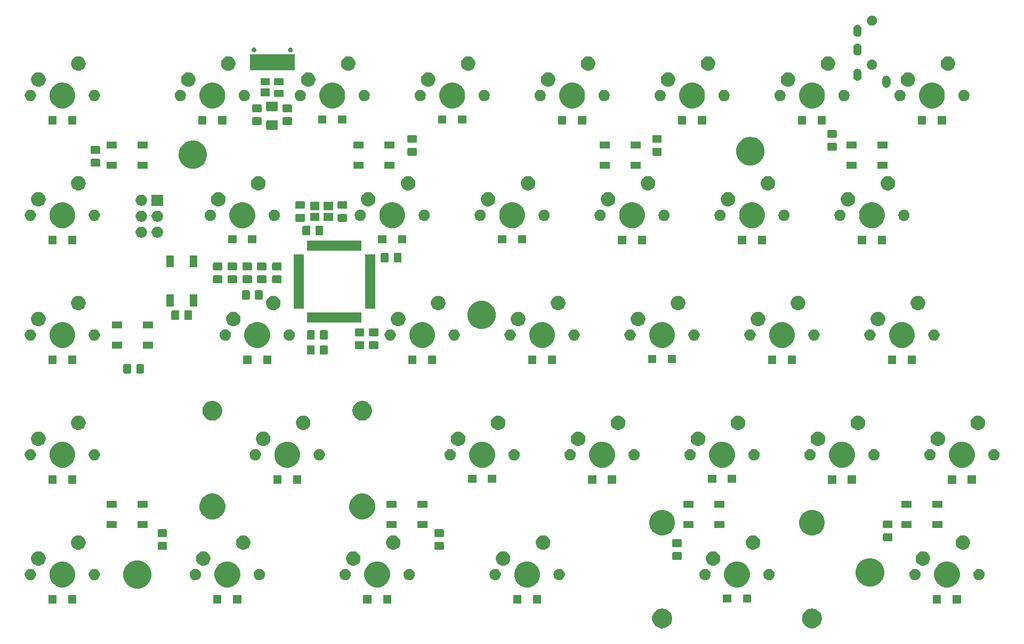
<source format=gbs>
G04 #@! TF.GenerationSoftware,KiCad,Pcbnew,(5.1.5)-3*
G04 #@! TF.CreationDate,2020-09-19T12:39:01+02:00*
G04 #@! TF.ProjectId,split65left,73706c69-7436-4356-9c65-66742e6b6963,rev?*
G04 #@! TF.SameCoordinates,Original*
G04 #@! TF.FileFunction,Soldermask,Bot*
G04 #@! TF.FilePolarity,Negative*
%FSLAX46Y46*%
G04 Gerber Fmt 4.6, Leading zero omitted, Abs format (unit mm)*
G04 Created by KiCad (PCBNEW (5.1.5)-3) date 2020-09-19 12:39:01*
%MOMM*%
%LPD*%
G04 APERTURE LIST*
%ADD10C,0.100000*%
G04 APERTURE END LIST*
D10*
G36*
X128018583Y-115770340D02*
G01*
X128247202Y-115815814D01*
X128534016Y-115934617D01*
X128792142Y-116107091D01*
X129011659Y-116326608D01*
X129184133Y-116584734D01*
X129302936Y-116871548D01*
X129363500Y-117176028D01*
X129363500Y-117486472D01*
X129302936Y-117790952D01*
X129184133Y-118077766D01*
X129011659Y-118335892D01*
X128792142Y-118555409D01*
X128534016Y-118727883D01*
X128247202Y-118846686D01*
X128018583Y-118892160D01*
X127942724Y-118907250D01*
X127632276Y-118907250D01*
X127556417Y-118892160D01*
X127327798Y-118846686D01*
X127040984Y-118727883D01*
X126782858Y-118555409D01*
X126563341Y-118335892D01*
X126390867Y-118077766D01*
X126272064Y-117790952D01*
X126211500Y-117486472D01*
X126211500Y-117176028D01*
X126272064Y-116871548D01*
X126390867Y-116584734D01*
X126563341Y-116326608D01*
X126782858Y-116107091D01*
X127040984Y-115934617D01*
X127327798Y-115815814D01*
X127556417Y-115770340D01*
X127632276Y-115755250D01*
X127942724Y-115755250D01*
X128018583Y-115770340D01*
G37*
G36*
X104218583Y-115770340D02*
G01*
X104447202Y-115815814D01*
X104734016Y-115934617D01*
X104992142Y-116107091D01*
X105211659Y-116326608D01*
X105384133Y-116584734D01*
X105502936Y-116871548D01*
X105563500Y-117176028D01*
X105563500Y-117486472D01*
X105502936Y-117790952D01*
X105384133Y-118077766D01*
X105211659Y-118335892D01*
X104992142Y-118555409D01*
X104734016Y-118727883D01*
X104447202Y-118846686D01*
X104218583Y-118892160D01*
X104142724Y-118907250D01*
X103832276Y-118907250D01*
X103756417Y-118892160D01*
X103527798Y-118846686D01*
X103240984Y-118727883D01*
X102982858Y-118555409D01*
X102763341Y-118335892D01*
X102590867Y-118077766D01*
X102472064Y-117790952D01*
X102411500Y-117486472D01*
X102411500Y-117176028D01*
X102472064Y-116871548D01*
X102590867Y-116584734D01*
X102763341Y-116326608D01*
X102982858Y-116107091D01*
X103240984Y-115934617D01*
X103527798Y-115815814D01*
X103756417Y-115770340D01*
X103832276Y-115755250D01*
X104142724Y-115755250D01*
X104218583Y-115770340D01*
G37*
G36*
X10957250Y-114951000D02*
G01*
X9655250Y-114951000D01*
X9655250Y-113649000D01*
X10957250Y-113649000D01*
X10957250Y-114951000D01*
G37*
G36*
X84776000Y-114951000D02*
G01*
X83474000Y-114951000D01*
X83474000Y-113649000D01*
X84776000Y-113649000D01*
X84776000Y-114951000D01*
G37*
G36*
X34001000Y-114951000D02*
G01*
X32699000Y-114951000D01*
X32699000Y-113649000D01*
X34001000Y-113649000D01*
X34001000Y-114951000D01*
G37*
G36*
X37151000Y-114951000D02*
G01*
X35849000Y-114951000D01*
X35849000Y-113649000D01*
X37151000Y-113649000D01*
X37151000Y-114951000D01*
G37*
G36*
X57813500Y-114951000D02*
G01*
X56511500Y-114951000D01*
X56511500Y-113649000D01*
X57813500Y-113649000D01*
X57813500Y-114951000D01*
G37*
G36*
X60963500Y-114951000D02*
G01*
X59661500Y-114951000D01*
X59661500Y-113649000D01*
X60963500Y-113649000D01*
X60963500Y-114951000D01*
G37*
G36*
X151451000Y-114951000D02*
G01*
X150149000Y-114951000D01*
X150149000Y-113649000D01*
X151451000Y-113649000D01*
X151451000Y-114951000D01*
G37*
G36*
X148301000Y-114951000D02*
G01*
X146999000Y-114951000D01*
X146999000Y-113649000D01*
X148301000Y-113649000D01*
X148301000Y-114951000D01*
G37*
G36*
X7807250Y-114951000D02*
G01*
X6505250Y-114951000D01*
X6505250Y-113649000D01*
X7807250Y-113649000D01*
X7807250Y-114951000D01*
G37*
G36*
X81626000Y-114951000D02*
G01*
X80324000Y-114951000D01*
X80324000Y-113649000D01*
X81626000Y-113649000D01*
X81626000Y-114951000D01*
G37*
G36*
X114963500Y-114824000D02*
G01*
X113661500Y-114824000D01*
X113661500Y-113522000D01*
X114963500Y-113522000D01*
X114963500Y-114824000D01*
G37*
G36*
X118113500Y-114824000D02*
G01*
X116811500Y-114824000D01*
X116811500Y-113522000D01*
X118113500Y-113522000D01*
X118113500Y-114824000D01*
G37*
G36*
X20913380Y-108091026D02*
G01*
X21294093Y-108166754D01*
X21703749Y-108336439D01*
X22072429Y-108582784D01*
X22385966Y-108896321D01*
X22632311Y-109265001D01*
X22801996Y-109674657D01*
X22888500Y-110109546D01*
X22888500Y-110552954D01*
X22801996Y-110987843D01*
X22632311Y-111397499D01*
X22385966Y-111766179D01*
X22072429Y-112079716D01*
X21703749Y-112326061D01*
X21294093Y-112495746D01*
X20913380Y-112571474D01*
X20859205Y-112582250D01*
X20415795Y-112582250D01*
X20361620Y-112571474D01*
X19980907Y-112495746D01*
X19571251Y-112326061D01*
X19202571Y-112079716D01*
X18889034Y-111766179D01*
X18642689Y-111397499D01*
X18473004Y-110987843D01*
X18386500Y-110552954D01*
X18386500Y-110109546D01*
X18473004Y-109674657D01*
X18642689Y-109265001D01*
X18889034Y-108896321D01*
X19202571Y-108582784D01*
X19571251Y-108336439D01*
X19980907Y-108166754D01*
X20361620Y-108091026D01*
X20415795Y-108080250D01*
X20859205Y-108080250D01*
X20913380Y-108091026D01*
G37*
G36*
X35523254Y-108359068D02*
G01*
X35896511Y-108513676D01*
X35896513Y-108513677D01*
X36232436Y-108738134D01*
X36518116Y-109023814D01*
X36731662Y-109343407D01*
X36742574Y-109359739D01*
X36897182Y-109732996D01*
X36976000Y-110129243D01*
X36976000Y-110533257D01*
X36897182Y-110929504D01*
X36758459Y-111264410D01*
X36742573Y-111302763D01*
X36518116Y-111638686D01*
X36232436Y-111924366D01*
X35896513Y-112148823D01*
X35896512Y-112148824D01*
X35896511Y-112148824D01*
X35523254Y-112303432D01*
X35127007Y-112382250D01*
X34722993Y-112382250D01*
X34326746Y-112303432D01*
X33953489Y-112148824D01*
X33953488Y-112148824D01*
X33953487Y-112148823D01*
X33617564Y-111924366D01*
X33331884Y-111638686D01*
X33107427Y-111302763D01*
X33091541Y-111264410D01*
X32952818Y-110929504D01*
X32874000Y-110533257D01*
X32874000Y-110129243D01*
X32952818Y-109732996D01*
X33107426Y-109359739D01*
X33118339Y-109343407D01*
X33331884Y-109023814D01*
X33617564Y-108738134D01*
X33953487Y-108513677D01*
X33953489Y-108513676D01*
X34326746Y-108359068D01*
X34722993Y-108280250D01*
X35127007Y-108280250D01*
X35523254Y-108359068D01*
G37*
G36*
X149823254Y-108359068D02*
G01*
X150196511Y-108513676D01*
X150196513Y-108513677D01*
X150532436Y-108738134D01*
X150818116Y-109023814D01*
X151031662Y-109343407D01*
X151042574Y-109359739D01*
X151197182Y-109732996D01*
X151276000Y-110129243D01*
X151276000Y-110533257D01*
X151197182Y-110929504D01*
X151058459Y-111264410D01*
X151042573Y-111302763D01*
X150818116Y-111638686D01*
X150532436Y-111924366D01*
X150196513Y-112148823D01*
X150196512Y-112148824D01*
X150196511Y-112148824D01*
X149823254Y-112303432D01*
X149427007Y-112382250D01*
X149022993Y-112382250D01*
X148626746Y-112303432D01*
X148253489Y-112148824D01*
X148253488Y-112148824D01*
X148253487Y-112148823D01*
X147917564Y-111924366D01*
X147631884Y-111638686D01*
X147407427Y-111302763D01*
X147391541Y-111264410D01*
X147252818Y-110929504D01*
X147174000Y-110533257D01*
X147174000Y-110129243D01*
X147252818Y-109732996D01*
X147407426Y-109359739D01*
X147418339Y-109343407D01*
X147631884Y-109023814D01*
X147917564Y-108738134D01*
X148253487Y-108513677D01*
X148253489Y-108513676D01*
X148626746Y-108359068D01*
X149022993Y-108280250D01*
X149427007Y-108280250D01*
X149823254Y-108359068D01*
G37*
G36*
X9329504Y-108359068D02*
G01*
X9702761Y-108513676D01*
X9702763Y-108513677D01*
X10038686Y-108738134D01*
X10324366Y-109023814D01*
X10537912Y-109343407D01*
X10548824Y-109359739D01*
X10703432Y-109732996D01*
X10782250Y-110129243D01*
X10782250Y-110533257D01*
X10703432Y-110929504D01*
X10564709Y-111264410D01*
X10548823Y-111302763D01*
X10324366Y-111638686D01*
X10038686Y-111924366D01*
X9702763Y-112148823D01*
X9702762Y-112148824D01*
X9702761Y-112148824D01*
X9329504Y-112303432D01*
X8933257Y-112382250D01*
X8529243Y-112382250D01*
X8132996Y-112303432D01*
X7759739Y-112148824D01*
X7759738Y-112148824D01*
X7759737Y-112148823D01*
X7423814Y-111924366D01*
X7138134Y-111638686D01*
X6913677Y-111302763D01*
X6897791Y-111264410D01*
X6759068Y-110929504D01*
X6680250Y-110533257D01*
X6680250Y-110129243D01*
X6759068Y-109732996D01*
X6913676Y-109359739D01*
X6924589Y-109343407D01*
X7138134Y-109023814D01*
X7423814Y-108738134D01*
X7759737Y-108513677D01*
X7759739Y-108513676D01*
X8132996Y-108359068D01*
X8529243Y-108280250D01*
X8933257Y-108280250D01*
X9329504Y-108359068D01*
G37*
G36*
X59335754Y-108359068D02*
G01*
X59709011Y-108513676D01*
X59709013Y-108513677D01*
X60044936Y-108738134D01*
X60330616Y-109023814D01*
X60544162Y-109343407D01*
X60555074Y-109359739D01*
X60709682Y-109732996D01*
X60788500Y-110129243D01*
X60788500Y-110533257D01*
X60709682Y-110929504D01*
X60570959Y-111264410D01*
X60555073Y-111302763D01*
X60330616Y-111638686D01*
X60044936Y-111924366D01*
X59709013Y-112148823D01*
X59709012Y-112148824D01*
X59709011Y-112148824D01*
X59335754Y-112303432D01*
X58939507Y-112382250D01*
X58535493Y-112382250D01*
X58139246Y-112303432D01*
X57765989Y-112148824D01*
X57765988Y-112148824D01*
X57765987Y-112148823D01*
X57430064Y-111924366D01*
X57144384Y-111638686D01*
X56919927Y-111302763D01*
X56904041Y-111264410D01*
X56765318Y-110929504D01*
X56686500Y-110533257D01*
X56686500Y-110129243D01*
X56765318Y-109732996D01*
X56919926Y-109359739D01*
X56930839Y-109343407D01*
X57144384Y-109023814D01*
X57430064Y-108738134D01*
X57765987Y-108513677D01*
X57765989Y-108513676D01*
X58139246Y-108359068D01*
X58535493Y-108280250D01*
X58939507Y-108280250D01*
X59335754Y-108359068D01*
G37*
G36*
X83148254Y-108359068D02*
G01*
X83521511Y-108513676D01*
X83521513Y-108513677D01*
X83857436Y-108738134D01*
X84143116Y-109023814D01*
X84356662Y-109343407D01*
X84367574Y-109359739D01*
X84522182Y-109732996D01*
X84601000Y-110129243D01*
X84601000Y-110533257D01*
X84522182Y-110929504D01*
X84383459Y-111264410D01*
X84367573Y-111302763D01*
X84143116Y-111638686D01*
X83857436Y-111924366D01*
X83521513Y-112148823D01*
X83521512Y-112148824D01*
X83521511Y-112148824D01*
X83148254Y-112303432D01*
X82752007Y-112382250D01*
X82347993Y-112382250D01*
X81951746Y-112303432D01*
X81578489Y-112148824D01*
X81578488Y-112148824D01*
X81578487Y-112148823D01*
X81242564Y-111924366D01*
X80956884Y-111638686D01*
X80732427Y-111302763D01*
X80716541Y-111264410D01*
X80577818Y-110929504D01*
X80499000Y-110533257D01*
X80499000Y-110129243D01*
X80577818Y-109732996D01*
X80732426Y-109359739D01*
X80743339Y-109343407D01*
X80956884Y-109023814D01*
X81242564Y-108738134D01*
X81578487Y-108513677D01*
X81578489Y-108513676D01*
X81951746Y-108359068D01*
X82347993Y-108280250D01*
X82752007Y-108280250D01*
X83148254Y-108359068D01*
G37*
G36*
X116485754Y-108359068D02*
G01*
X116859011Y-108513676D01*
X116859013Y-108513677D01*
X117194936Y-108738134D01*
X117480616Y-109023814D01*
X117694162Y-109343407D01*
X117705074Y-109359739D01*
X117859682Y-109732996D01*
X117938500Y-110129243D01*
X117938500Y-110533257D01*
X117859682Y-110929504D01*
X117720959Y-111264410D01*
X117705073Y-111302763D01*
X117480616Y-111638686D01*
X117194936Y-111924366D01*
X116859013Y-112148823D01*
X116859012Y-112148824D01*
X116859011Y-112148824D01*
X116485754Y-112303432D01*
X116089507Y-112382250D01*
X115685493Y-112382250D01*
X115289246Y-112303432D01*
X114915989Y-112148824D01*
X114915988Y-112148824D01*
X114915987Y-112148823D01*
X114580064Y-111924366D01*
X114294384Y-111638686D01*
X114069927Y-111302763D01*
X114054041Y-111264410D01*
X113915318Y-110929504D01*
X113836500Y-110533257D01*
X113836500Y-110129243D01*
X113915318Y-109732996D01*
X114069926Y-109359739D01*
X114080839Y-109343407D01*
X114294384Y-109023814D01*
X114580064Y-108738134D01*
X114915987Y-108513677D01*
X114915989Y-108513676D01*
X115289246Y-108359068D01*
X115685493Y-108280250D01*
X116089507Y-108280250D01*
X116485754Y-108359068D01*
G37*
G36*
X137275880Y-107759776D02*
G01*
X137656593Y-107835504D01*
X138066249Y-108005189D01*
X138434929Y-108251534D01*
X138748466Y-108565071D01*
X138994811Y-108933751D01*
X139164496Y-109343407D01*
X139251000Y-109778296D01*
X139251000Y-110221704D01*
X139164496Y-110656593D01*
X138994811Y-111066249D01*
X138748466Y-111434929D01*
X138434929Y-111748466D01*
X138066249Y-111994811D01*
X137656593Y-112164496D01*
X137292731Y-112236872D01*
X137221705Y-112251000D01*
X136778295Y-112251000D01*
X136707269Y-112236872D01*
X136343407Y-112164496D01*
X135933751Y-111994811D01*
X135565071Y-111748466D01*
X135251534Y-111434929D01*
X135005189Y-111066249D01*
X134835504Y-110656593D01*
X134749000Y-110221704D01*
X134749000Y-109778296D01*
X134835504Y-109343407D01*
X135005189Y-108933751D01*
X135251534Y-108565071D01*
X135565071Y-108251534D01*
X135933751Y-108005189D01*
X136343407Y-107835504D01*
X136724120Y-107759776D01*
X136778295Y-107749000D01*
X137221705Y-107749000D01*
X137275880Y-107759776D01*
G37*
G36*
X63931012Y-109435177D02*
G01*
X64080312Y-109464874D01*
X64244284Y-109532794D01*
X64391854Y-109631397D01*
X64517353Y-109756896D01*
X64615956Y-109904466D01*
X64683876Y-110068438D01*
X64718500Y-110242509D01*
X64718500Y-110419991D01*
X64683876Y-110594062D01*
X64615956Y-110758034D01*
X64517353Y-110905604D01*
X64391854Y-111031103D01*
X64244284Y-111129706D01*
X64080312Y-111197626D01*
X63931012Y-111227323D01*
X63906242Y-111232250D01*
X63728758Y-111232250D01*
X63703988Y-111227323D01*
X63554688Y-111197626D01*
X63390716Y-111129706D01*
X63243146Y-111031103D01*
X63117647Y-110905604D01*
X63019044Y-110758034D01*
X62951124Y-110594062D01*
X62916500Y-110419991D01*
X62916500Y-110242509D01*
X62951124Y-110068438D01*
X63019044Y-109904466D01*
X63117647Y-109756896D01*
X63243146Y-109631397D01*
X63390716Y-109532794D01*
X63554688Y-109464874D01*
X63703988Y-109435177D01*
X63728758Y-109430250D01*
X63906242Y-109430250D01*
X63931012Y-109435177D01*
G37*
G36*
X87743512Y-109435177D02*
G01*
X87892812Y-109464874D01*
X88056784Y-109532794D01*
X88204354Y-109631397D01*
X88329853Y-109756896D01*
X88428456Y-109904466D01*
X88496376Y-110068438D01*
X88531000Y-110242509D01*
X88531000Y-110419991D01*
X88496376Y-110594062D01*
X88428456Y-110758034D01*
X88329853Y-110905604D01*
X88204354Y-111031103D01*
X88056784Y-111129706D01*
X87892812Y-111197626D01*
X87743512Y-111227323D01*
X87718742Y-111232250D01*
X87541258Y-111232250D01*
X87516488Y-111227323D01*
X87367188Y-111197626D01*
X87203216Y-111129706D01*
X87055646Y-111031103D01*
X86930147Y-110905604D01*
X86831544Y-110758034D01*
X86763624Y-110594062D01*
X86729000Y-110419991D01*
X86729000Y-110242509D01*
X86763624Y-110068438D01*
X86831544Y-109904466D01*
X86930147Y-109756896D01*
X87055646Y-109631397D01*
X87203216Y-109532794D01*
X87367188Y-109464874D01*
X87516488Y-109435177D01*
X87541258Y-109430250D01*
X87718742Y-109430250D01*
X87743512Y-109435177D01*
G37*
G36*
X77583512Y-109435177D02*
G01*
X77732812Y-109464874D01*
X77896784Y-109532794D01*
X78044354Y-109631397D01*
X78169853Y-109756896D01*
X78268456Y-109904466D01*
X78336376Y-110068438D01*
X78371000Y-110242509D01*
X78371000Y-110419991D01*
X78336376Y-110594062D01*
X78268456Y-110758034D01*
X78169853Y-110905604D01*
X78044354Y-111031103D01*
X77896784Y-111129706D01*
X77732812Y-111197626D01*
X77583512Y-111227323D01*
X77558742Y-111232250D01*
X77381258Y-111232250D01*
X77356488Y-111227323D01*
X77207188Y-111197626D01*
X77043216Y-111129706D01*
X76895646Y-111031103D01*
X76770147Y-110905604D01*
X76671544Y-110758034D01*
X76603624Y-110594062D01*
X76569000Y-110419991D01*
X76569000Y-110242509D01*
X76603624Y-110068438D01*
X76671544Y-109904466D01*
X76770147Y-109756896D01*
X76895646Y-109631397D01*
X77043216Y-109532794D01*
X77207188Y-109464874D01*
X77356488Y-109435177D01*
X77381258Y-109430250D01*
X77558742Y-109430250D01*
X77583512Y-109435177D01*
G37*
G36*
X110921012Y-109435177D02*
G01*
X111070312Y-109464874D01*
X111234284Y-109532794D01*
X111381854Y-109631397D01*
X111507353Y-109756896D01*
X111605956Y-109904466D01*
X111673876Y-110068438D01*
X111708500Y-110242509D01*
X111708500Y-110419991D01*
X111673876Y-110594062D01*
X111605956Y-110758034D01*
X111507353Y-110905604D01*
X111381854Y-111031103D01*
X111234284Y-111129706D01*
X111070312Y-111197626D01*
X110921012Y-111227323D01*
X110896242Y-111232250D01*
X110718758Y-111232250D01*
X110693988Y-111227323D01*
X110544688Y-111197626D01*
X110380716Y-111129706D01*
X110233146Y-111031103D01*
X110107647Y-110905604D01*
X110009044Y-110758034D01*
X109941124Y-110594062D01*
X109906500Y-110419991D01*
X109906500Y-110242509D01*
X109941124Y-110068438D01*
X110009044Y-109904466D01*
X110107647Y-109756896D01*
X110233146Y-109631397D01*
X110380716Y-109532794D01*
X110544688Y-109464874D01*
X110693988Y-109435177D01*
X110718758Y-109430250D01*
X110896242Y-109430250D01*
X110921012Y-109435177D01*
G37*
G36*
X40118512Y-109435177D02*
G01*
X40267812Y-109464874D01*
X40431784Y-109532794D01*
X40579354Y-109631397D01*
X40704853Y-109756896D01*
X40803456Y-109904466D01*
X40871376Y-110068438D01*
X40906000Y-110242509D01*
X40906000Y-110419991D01*
X40871376Y-110594062D01*
X40803456Y-110758034D01*
X40704853Y-110905604D01*
X40579354Y-111031103D01*
X40431784Y-111129706D01*
X40267812Y-111197626D01*
X40118512Y-111227323D01*
X40093742Y-111232250D01*
X39916258Y-111232250D01*
X39891488Y-111227323D01*
X39742188Y-111197626D01*
X39578216Y-111129706D01*
X39430646Y-111031103D01*
X39305147Y-110905604D01*
X39206544Y-110758034D01*
X39138624Y-110594062D01*
X39104000Y-110419991D01*
X39104000Y-110242509D01*
X39138624Y-110068438D01*
X39206544Y-109904466D01*
X39305147Y-109756896D01*
X39430646Y-109631397D01*
X39578216Y-109532794D01*
X39742188Y-109464874D01*
X39891488Y-109435177D01*
X39916258Y-109430250D01*
X40093742Y-109430250D01*
X40118512Y-109435177D01*
G37*
G36*
X29958512Y-109435177D02*
G01*
X30107812Y-109464874D01*
X30271784Y-109532794D01*
X30419354Y-109631397D01*
X30544853Y-109756896D01*
X30643456Y-109904466D01*
X30711376Y-110068438D01*
X30746000Y-110242509D01*
X30746000Y-110419991D01*
X30711376Y-110594062D01*
X30643456Y-110758034D01*
X30544853Y-110905604D01*
X30419354Y-111031103D01*
X30271784Y-111129706D01*
X30107812Y-111197626D01*
X29958512Y-111227323D01*
X29933742Y-111232250D01*
X29756258Y-111232250D01*
X29731488Y-111227323D01*
X29582188Y-111197626D01*
X29418216Y-111129706D01*
X29270646Y-111031103D01*
X29145147Y-110905604D01*
X29046544Y-110758034D01*
X28978624Y-110594062D01*
X28944000Y-110419991D01*
X28944000Y-110242509D01*
X28978624Y-110068438D01*
X29046544Y-109904466D01*
X29145147Y-109756896D01*
X29270646Y-109631397D01*
X29418216Y-109532794D01*
X29582188Y-109464874D01*
X29731488Y-109435177D01*
X29756258Y-109430250D01*
X29933742Y-109430250D01*
X29958512Y-109435177D01*
G37*
G36*
X13924762Y-109435177D02*
G01*
X14074062Y-109464874D01*
X14238034Y-109532794D01*
X14385604Y-109631397D01*
X14511103Y-109756896D01*
X14609706Y-109904466D01*
X14677626Y-110068438D01*
X14712250Y-110242509D01*
X14712250Y-110419991D01*
X14677626Y-110594062D01*
X14609706Y-110758034D01*
X14511103Y-110905604D01*
X14385604Y-111031103D01*
X14238034Y-111129706D01*
X14074062Y-111197626D01*
X13924762Y-111227323D01*
X13899992Y-111232250D01*
X13722508Y-111232250D01*
X13697738Y-111227323D01*
X13548438Y-111197626D01*
X13384466Y-111129706D01*
X13236896Y-111031103D01*
X13111397Y-110905604D01*
X13012794Y-110758034D01*
X12944874Y-110594062D01*
X12910250Y-110419991D01*
X12910250Y-110242509D01*
X12944874Y-110068438D01*
X13012794Y-109904466D01*
X13111397Y-109756896D01*
X13236896Y-109631397D01*
X13384466Y-109532794D01*
X13548438Y-109464874D01*
X13697738Y-109435177D01*
X13722508Y-109430250D01*
X13899992Y-109430250D01*
X13924762Y-109435177D01*
G37*
G36*
X3764762Y-109435177D02*
G01*
X3914062Y-109464874D01*
X4078034Y-109532794D01*
X4225604Y-109631397D01*
X4351103Y-109756896D01*
X4449706Y-109904466D01*
X4517626Y-110068438D01*
X4552250Y-110242509D01*
X4552250Y-110419991D01*
X4517626Y-110594062D01*
X4449706Y-110758034D01*
X4351103Y-110905604D01*
X4225604Y-111031103D01*
X4078034Y-111129706D01*
X3914062Y-111197626D01*
X3764762Y-111227323D01*
X3739992Y-111232250D01*
X3562508Y-111232250D01*
X3537738Y-111227323D01*
X3388438Y-111197626D01*
X3224466Y-111129706D01*
X3076896Y-111031103D01*
X2951397Y-110905604D01*
X2852794Y-110758034D01*
X2784874Y-110594062D01*
X2750250Y-110419991D01*
X2750250Y-110242509D01*
X2784874Y-110068438D01*
X2852794Y-109904466D01*
X2951397Y-109756896D01*
X3076896Y-109631397D01*
X3224466Y-109532794D01*
X3388438Y-109464874D01*
X3537738Y-109435177D01*
X3562508Y-109430250D01*
X3739992Y-109430250D01*
X3764762Y-109435177D01*
G37*
G36*
X144258512Y-109435177D02*
G01*
X144407812Y-109464874D01*
X144571784Y-109532794D01*
X144719354Y-109631397D01*
X144844853Y-109756896D01*
X144943456Y-109904466D01*
X145011376Y-110068438D01*
X145046000Y-110242509D01*
X145046000Y-110419991D01*
X145011376Y-110594062D01*
X144943456Y-110758034D01*
X144844853Y-110905604D01*
X144719354Y-111031103D01*
X144571784Y-111129706D01*
X144407812Y-111197626D01*
X144258512Y-111227323D01*
X144233742Y-111232250D01*
X144056258Y-111232250D01*
X144031488Y-111227323D01*
X143882188Y-111197626D01*
X143718216Y-111129706D01*
X143570646Y-111031103D01*
X143445147Y-110905604D01*
X143346544Y-110758034D01*
X143278624Y-110594062D01*
X143244000Y-110419991D01*
X143244000Y-110242509D01*
X143278624Y-110068438D01*
X143346544Y-109904466D01*
X143445147Y-109756896D01*
X143570646Y-109631397D01*
X143718216Y-109532794D01*
X143882188Y-109464874D01*
X144031488Y-109435177D01*
X144056258Y-109430250D01*
X144233742Y-109430250D01*
X144258512Y-109435177D01*
G37*
G36*
X53771012Y-109435177D02*
G01*
X53920312Y-109464874D01*
X54084284Y-109532794D01*
X54231854Y-109631397D01*
X54357353Y-109756896D01*
X54455956Y-109904466D01*
X54523876Y-110068438D01*
X54558500Y-110242509D01*
X54558500Y-110419991D01*
X54523876Y-110594062D01*
X54455956Y-110758034D01*
X54357353Y-110905604D01*
X54231854Y-111031103D01*
X54084284Y-111129706D01*
X53920312Y-111197626D01*
X53771012Y-111227323D01*
X53746242Y-111232250D01*
X53568758Y-111232250D01*
X53543988Y-111227323D01*
X53394688Y-111197626D01*
X53230716Y-111129706D01*
X53083146Y-111031103D01*
X52957647Y-110905604D01*
X52859044Y-110758034D01*
X52791124Y-110594062D01*
X52756500Y-110419991D01*
X52756500Y-110242509D01*
X52791124Y-110068438D01*
X52859044Y-109904466D01*
X52957647Y-109756896D01*
X53083146Y-109631397D01*
X53230716Y-109532794D01*
X53394688Y-109464874D01*
X53543988Y-109435177D01*
X53568758Y-109430250D01*
X53746242Y-109430250D01*
X53771012Y-109435177D01*
G37*
G36*
X154418512Y-109435177D02*
G01*
X154567812Y-109464874D01*
X154731784Y-109532794D01*
X154879354Y-109631397D01*
X155004853Y-109756896D01*
X155103456Y-109904466D01*
X155171376Y-110068438D01*
X155206000Y-110242509D01*
X155206000Y-110419991D01*
X155171376Y-110594062D01*
X155103456Y-110758034D01*
X155004853Y-110905604D01*
X154879354Y-111031103D01*
X154731784Y-111129706D01*
X154567812Y-111197626D01*
X154418512Y-111227323D01*
X154393742Y-111232250D01*
X154216258Y-111232250D01*
X154191488Y-111227323D01*
X154042188Y-111197626D01*
X153878216Y-111129706D01*
X153730646Y-111031103D01*
X153605147Y-110905604D01*
X153506544Y-110758034D01*
X153438624Y-110594062D01*
X153404000Y-110419991D01*
X153404000Y-110242509D01*
X153438624Y-110068438D01*
X153506544Y-109904466D01*
X153605147Y-109756896D01*
X153730646Y-109631397D01*
X153878216Y-109532794D01*
X154042188Y-109464874D01*
X154191488Y-109435177D01*
X154216258Y-109430250D01*
X154393742Y-109430250D01*
X154418512Y-109435177D01*
G37*
G36*
X121081012Y-109435177D02*
G01*
X121230312Y-109464874D01*
X121394284Y-109532794D01*
X121541854Y-109631397D01*
X121667353Y-109756896D01*
X121765956Y-109904466D01*
X121833876Y-110068438D01*
X121868500Y-110242509D01*
X121868500Y-110419991D01*
X121833876Y-110594062D01*
X121765956Y-110758034D01*
X121667353Y-110905604D01*
X121541854Y-111031103D01*
X121394284Y-111129706D01*
X121230312Y-111197626D01*
X121081012Y-111227323D01*
X121056242Y-111232250D01*
X120878758Y-111232250D01*
X120853988Y-111227323D01*
X120704688Y-111197626D01*
X120540716Y-111129706D01*
X120393146Y-111031103D01*
X120267647Y-110905604D01*
X120169044Y-110758034D01*
X120101124Y-110594062D01*
X120066500Y-110419991D01*
X120066500Y-110242509D01*
X120101124Y-110068438D01*
X120169044Y-109904466D01*
X120267647Y-109756896D01*
X120393146Y-109631397D01*
X120540716Y-109532794D01*
X120704688Y-109464874D01*
X120853988Y-109435177D01*
X120878758Y-109430250D01*
X121056242Y-109430250D01*
X121081012Y-109435177D01*
G37*
G36*
X31339549Y-106662366D02*
G01*
X31450734Y-106684482D01*
X31660203Y-106771247D01*
X31848720Y-106897210D01*
X32009040Y-107057530D01*
X32135003Y-107246047D01*
X32221768Y-107455516D01*
X32266000Y-107677886D01*
X32266000Y-107904614D01*
X32221768Y-108126984D01*
X32135003Y-108336453D01*
X32009040Y-108524970D01*
X31848720Y-108685290D01*
X31660203Y-108811253D01*
X31450734Y-108898018D01*
X31396016Y-108908902D01*
X31228365Y-108942250D01*
X31001635Y-108942250D01*
X30833984Y-108908902D01*
X30779266Y-108898018D01*
X30569797Y-108811253D01*
X30381280Y-108685290D01*
X30220960Y-108524970D01*
X30094997Y-108336453D01*
X30008232Y-108126984D01*
X29964000Y-107904614D01*
X29964000Y-107677886D01*
X30008232Y-107455516D01*
X30094997Y-107246047D01*
X30220960Y-107057530D01*
X30381280Y-106897210D01*
X30569797Y-106771247D01*
X30779266Y-106684482D01*
X30890451Y-106662366D01*
X31001635Y-106640250D01*
X31228365Y-106640250D01*
X31339549Y-106662366D01*
G37*
G36*
X55152049Y-106662366D02*
G01*
X55263234Y-106684482D01*
X55472703Y-106771247D01*
X55661220Y-106897210D01*
X55821540Y-107057530D01*
X55947503Y-107246047D01*
X56034268Y-107455516D01*
X56078500Y-107677886D01*
X56078500Y-107904614D01*
X56034268Y-108126984D01*
X55947503Y-108336453D01*
X55821540Y-108524970D01*
X55661220Y-108685290D01*
X55472703Y-108811253D01*
X55263234Y-108898018D01*
X55208516Y-108908902D01*
X55040865Y-108942250D01*
X54814135Y-108942250D01*
X54646484Y-108908902D01*
X54591766Y-108898018D01*
X54382297Y-108811253D01*
X54193780Y-108685290D01*
X54033460Y-108524970D01*
X53907497Y-108336453D01*
X53820732Y-108126984D01*
X53776500Y-107904614D01*
X53776500Y-107677886D01*
X53820732Y-107455516D01*
X53907497Y-107246047D01*
X54033460Y-107057530D01*
X54193780Y-106897210D01*
X54382297Y-106771247D01*
X54591766Y-106684482D01*
X54702951Y-106662366D01*
X54814135Y-106640250D01*
X55040865Y-106640250D01*
X55152049Y-106662366D01*
G37*
G36*
X5145799Y-106662366D02*
G01*
X5256984Y-106684482D01*
X5466453Y-106771247D01*
X5654970Y-106897210D01*
X5815290Y-107057530D01*
X5941253Y-107246047D01*
X6028018Y-107455516D01*
X6072250Y-107677886D01*
X6072250Y-107904614D01*
X6028018Y-108126984D01*
X5941253Y-108336453D01*
X5815290Y-108524970D01*
X5654970Y-108685290D01*
X5466453Y-108811253D01*
X5256984Y-108898018D01*
X5202266Y-108908902D01*
X5034615Y-108942250D01*
X4807885Y-108942250D01*
X4640234Y-108908902D01*
X4585516Y-108898018D01*
X4376047Y-108811253D01*
X4187530Y-108685290D01*
X4027210Y-108524970D01*
X3901247Y-108336453D01*
X3814482Y-108126984D01*
X3770250Y-107904614D01*
X3770250Y-107677886D01*
X3814482Y-107455516D01*
X3901247Y-107246047D01*
X4027210Y-107057530D01*
X4187530Y-106897210D01*
X4376047Y-106771247D01*
X4585516Y-106684482D01*
X4696701Y-106662366D01*
X4807885Y-106640250D01*
X5034615Y-106640250D01*
X5145799Y-106662366D01*
G37*
G36*
X78964549Y-106662366D02*
G01*
X79075734Y-106684482D01*
X79285203Y-106771247D01*
X79473720Y-106897210D01*
X79634040Y-107057530D01*
X79760003Y-107246047D01*
X79846768Y-107455516D01*
X79891000Y-107677886D01*
X79891000Y-107904614D01*
X79846768Y-108126984D01*
X79760003Y-108336453D01*
X79634040Y-108524970D01*
X79473720Y-108685290D01*
X79285203Y-108811253D01*
X79075734Y-108898018D01*
X79021016Y-108908902D01*
X78853365Y-108942250D01*
X78626635Y-108942250D01*
X78458984Y-108908902D01*
X78404266Y-108898018D01*
X78194797Y-108811253D01*
X78006280Y-108685290D01*
X77845960Y-108524970D01*
X77719997Y-108336453D01*
X77633232Y-108126984D01*
X77589000Y-107904614D01*
X77589000Y-107677886D01*
X77633232Y-107455516D01*
X77719997Y-107246047D01*
X77845960Y-107057530D01*
X78006280Y-106897210D01*
X78194797Y-106771247D01*
X78404266Y-106684482D01*
X78515451Y-106662366D01*
X78626635Y-106640250D01*
X78853365Y-106640250D01*
X78964549Y-106662366D01*
G37*
G36*
X112302049Y-106662366D02*
G01*
X112413234Y-106684482D01*
X112622703Y-106771247D01*
X112811220Y-106897210D01*
X112971540Y-107057530D01*
X113097503Y-107246047D01*
X113184268Y-107455516D01*
X113228500Y-107677886D01*
X113228500Y-107904614D01*
X113184268Y-108126984D01*
X113097503Y-108336453D01*
X112971540Y-108524970D01*
X112811220Y-108685290D01*
X112622703Y-108811253D01*
X112413234Y-108898018D01*
X112358516Y-108908902D01*
X112190865Y-108942250D01*
X111964135Y-108942250D01*
X111796484Y-108908902D01*
X111741766Y-108898018D01*
X111532297Y-108811253D01*
X111343780Y-108685290D01*
X111183460Y-108524970D01*
X111057497Y-108336453D01*
X110970732Y-108126984D01*
X110926500Y-107904614D01*
X110926500Y-107677886D01*
X110970732Y-107455516D01*
X111057497Y-107246047D01*
X111183460Y-107057530D01*
X111343780Y-106897210D01*
X111532297Y-106771247D01*
X111741766Y-106684482D01*
X111852951Y-106662366D01*
X111964135Y-106640250D01*
X112190865Y-106640250D01*
X112302049Y-106662366D01*
G37*
G36*
X145639549Y-106662366D02*
G01*
X145750734Y-106684482D01*
X145960203Y-106771247D01*
X146148720Y-106897210D01*
X146309040Y-107057530D01*
X146435003Y-107246047D01*
X146521768Y-107455516D01*
X146566000Y-107677886D01*
X146566000Y-107904614D01*
X146521768Y-108126984D01*
X146435003Y-108336453D01*
X146309040Y-108524970D01*
X146148720Y-108685290D01*
X145960203Y-108811253D01*
X145750734Y-108898018D01*
X145696016Y-108908902D01*
X145528365Y-108942250D01*
X145301635Y-108942250D01*
X145133984Y-108908902D01*
X145079266Y-108898018D01*
X144869797Y-108811253D01*
X144681280Y-108685290D01*
X144520960Y-108524970D01*
X144394997Y-108336453D01*
X144308232Y-108126984D01*
X144264000Y-107904614D01*
X144264000Y-107677886D01*
X144308232Y-107455516D01*
X144394997Y-107246047D01*
X144520960Y-107057530D01*
X144681280Y-106897210D01*
X144869797Y-106771247D01*
X145079266Y-106684482D01*
X145190451Y-106662366D01*
X145301635Y-106640250D01*
X145528365Y-106640250D01*
X145639549Y-106662366D01*
G37*
G36*
X106951174Y-106765965D02*
G01*
X106988867Y-106777399D01*
X107023603Y-106795966D01*
X107054048Y-106820952D01*
X107079034Y-106851397D01*
X107097601Y-106886133D01*
X107109035Y-106923826D01*
X107113500Y-106969161D01*
X107113500Y-107805839D01*
X107109035Y-107851174D01*
X107097601Y-107888867D01*
X107079034Y-107923603D01*
X107054048Y-107954048D01*
X107023603Y-107979034D01*
X106988867Y-107997601D01*
X106951174Y-108009035D01*
X106905839Y-108013500D01*
X105819161Y-108013500D01*
X105773826Y-108009035D01*
X105736133Y-107997601D01*
X105701397Y-107979034D01*
X105670952Y-107954048D01*
X105645966Y-107923603D01*
X105627399Y-107888867D01*
X105615965Y-107851174D01*
X105611500Y-107805839D01*
X105611500Y-106969161D01*
X105615965Y-106923826D01*
X105627399Y-106886133D01*
X105645966Y-106851397D01*
X105670952Y-106820952D01*
X105701397Y-106795966D01*
X105736133Y-106777399D01*
X105773826Y-106765965D01*
X105819161Y-106761500D01*
X106905839Y-106761500D01*
X106951174Y-106765965D01*
G37*
G36*
X69168674Y-105178465D02*
G01*
X69206367Y-105189899D01*
X69241103Y-105208466D01*
X69271548Y-105233452D01*
X69296534Y-105263897D01*
X69315101Y-105298633D01*
X69326535Y-105336326D01*
X69331000Y-105381661D01*
X69331000Y-106218339D01*
X69326535Y-106263674D01*
X69315101Y-106301367D01*
X69296534Y-106336103D01*
X69271548Y-106366548D01*
X69241103Y-106391534D01*
X69206367Y-106410101D01*
X69168674Y-106421535D01*
X69123339Y-106426000D01*
X68036661Y-106426000D01*
X67991326Y-106421535D01*
X67953633Y-106410101D01*
X67918897Y-106391534D01*
X67888452Y-106366548D01*
X67863466Y-106336103D01*
X67844899Y-106301367D01*
X67833465Y-106263674D01*
X67829000Y-106218339D01*
X67829000Y-105381661D01*
X67833465Y-105336326D01*
X67844899Y-105298633D01*
X67863466Y-105263897D01*
X67888452Y-105233452D01*
X67918897Y-105208466D01*
X67953633Y-105189899D01*
X67991326Y-105178465D01*
X68036661Y-105174000D01*
X69123339Y-105174000D01*
X69168674Y-105178465D01*
G37*
G36*
X25194924Y-105178465D02*
G01*
X25232617Y-105189899D01*
X25267353Y-105208466D01*
X25297798Y-105233452D01*
X25322784Y-105263897D01*
X25341351Y-105298633D01*
X25352785Y-105336326D01*
X25357250Y-105381661D01*
X25357250Y-106218339D01*
X25352785Y-106263674D01*
X25341351Y-106301367D01*
X25322784Y-106336103D01*
X25297798Y-106366548D01*
X25267353Y-106391534D01*
X25232617Y-106410101D01*
X25194924Y-106421535D01*
X25149589Y-106426000D01*
X24062911Y-106426000D01*
X24017576Y-106421535D01*
X23979883Y-106410101D01*
X23945147Y-106391534D01*
X23914702Y-106366548D01*
X23889716Y-106336103D01*
X23871149Y-106301367D01*
X23859715Y-106263674D01*
X23855250Y-106218339D01*
X23855250Y-105381661D01*
X23859715Y-105336326D01*
X23871149Y-105298633D01*
X23889716Y-105263897D01*
X23914702Y-105233452D01*
X23945147Y-105208466D01*
X23979883Y-105189899D01*
X24017576Y-105178465D01*
X24062911Y-105174000D01*
X25149589Y-105174000D01*
X25194924Y-105178465D01*
G37*
G36*
X85314549Y-104122366D02*
G01*
X85425734Y-104144482D01*
X85635203Y-104231247D01*
X85823720Y-104357210D01*
X85984040Y-104517530D01*
X86110003Y-104706047D01*
X86196768Y-104915516D01*
X86241000Y-105137886D01*
X86241000Y-105364614D01*
X86196768Y-105586984D01*
X86110003Y-105796453D01*
X85984040Y-105984970D01*
X85823720Y-106145290D01*
X85635203Y-106271253D01*
X85425734Y-106358018D01*
X85314564Y-106380131D01*
X85203365Y-106402250D01*
X84976635Y-106402250D01*
X84865436Y-106380131D01*
X84754266Y-106358018D01*
X84544797Y-106271253D01*
X84356280Y-106145290D01*
X84195960Y-105984970D01*
X84069997Y-105796453D01*
X83983232Y-105586984D01*
X83939000Y-105364614D01*
X83939000Y-105137886D01*
X83983232Y-104915516D01*
X84069997Y-104706047D01*
X84195960Y-104517530D01*
X84356280Y-104357210D01*
X84544797Y-104231247D01*
X84754266Y-104144482D01*
X84865451Y-104122366D01*
X84976635Y-104100250D01*
X85203365Y-104100250D01*
X85314549Y-104122366D01*
G37*
G36*
X11495799Y-104122366D02*
G01*
X11606984Y-104144482D01*
X11816453Y-104231247D01*
X12004970Y-104357210D01*
X12165290Y-104517530D01*
X12291253Y-104706047D01*
X12378018Y-104915516D01*
X12422250Y-105137886D01*
X12422250Y-105364614D01*
X12378018Y-105586984D01*
X12291253Y-105796453D01*
X12165290Y-105984970D01*
X12004970Y-106145290D01*
X11816453Y-106271253D01*
X11606984Y-106358018D01*
X11495814Y-106380131D01*
X11384615Y-106402250D01*
X11157885Y-106402250D01*
X11046686Y-106380131D01*
X10935516Y-106358018D01*
X10726047Y-106271253D01*
X10537530Y-106145290D01*
X10377210Y-105984970D01*
X10251247Y-105796453D01*
X10164482Y-105586984D01*
X10120250Y-105364614D01*
X10120250Y-105137886D01*
X10164482Y-104915516D01*
X10251247Y-104706047D01*
X10377210Y-104517530D01*
X10537530Y-104357210D01*
X10726047Y-104231247D01*
X10935516Y-104144482D01*
X11046701Y-104122366D01*
X11157885Y-104100250D01*
X11384615Y-104100250D01*
X11495799Y-104122366D01*
G37*
G36*
X37689549Y-104122366D02*
G01*
X37800734Y-104144482D01*
X38010203Y-104231247D01*
X38198720Y-104357210D01*
X38359040Y-104517530D01*
X38485003Y-104706047D01*
X38571768Y-104915516D01*
X38616000Y-105137886D01*
X38616000Y-105364614D01*
X38571768Y-105586984D01*
X38485003Y-105796453D01*
X38359040Y-105984970D01*
X38198720Y-106145290D01*
X38010203Y-106271253D01*
X37800734Y-106358018D01*
X37689564Y-106380131D01*
X37578365Y-106402250D01*
X37351635Y-106402250D01*
X37240436Y-106380131D01*
X37129266Y-106358018D01*
X36919797Y-106271253D01*
X36731280Y-106145290D01*
X36570960Y-105984970D01*
X36444997Y-105796453D01*
X36358232Y-105586984D01*
X36314000Y-105364614D01*
X36314000Y-105137886D01*
X36358232Y-104915516D01*
X36444997Y-104706047D01*
X36570960Y-104517530D01*
X36731280Y-104357210D01*
X36919797Y-104231247D01*
X37129266Y-104144482D01*
X37240451Y-104122366D01*
X37351635Y-104100250D01*
X37578365Y-104100250D01*
X37689549Y-104122366D01*
G37*
G36*
X151989549Y-104122366D02*
G01*
X152100734Y-104144482D01*
X152310203Y-104231247D01*
X152498720Y-104357210D01*
X152659040Y-104517530D01*
X152785003Y-104706047D01*
X152871768Y-104915516D01*
X152916000Y-105137886D01*
X152916000Y-105364614D01*
X152871768Y-105586984D01*
X152785003Y-105796453D01*
X152659040Y-105984970D01*
X152498720Y-106145290D01*
X152310203Y-106271253D01*
X152100734Y-106358018D01*
X151989564Y-106380131D01*
X151878365Y-106402250D01*
X151651635Y-106402250D01*
X151540436Y-106380131D01*
X151429266Y-106358018D01*
X151219797Y-106271253D01*
X151031280Y-106145290D01*
X150870960Y-105984970D01*
X150744997Y-105796453D01*
X150658232Y-105586984D01*
X150614000Y-105364614D01*
X150614000Y-105137886D01*
X150658232Y-104915516D01*
X150744997Y-104706047D01*
X150870960Y-104517530D01*
X151031280Y-104357210D01*
X151219797Y-104231247D01*
X151429266Y-104144482D01*
X151540451Y-104122366D01*
X151651635Y-104100250D01*
X151878365Y-104100250D01*
X151989549Y-104122366D01*
G37*
G36*
X118652049Y-104122366D02*
G01*
X118763234Y-104144482D01*
X118972703Y-104231247D01*
X119161220Y-104357210D01*
X119321540Y-104517530D01*
X119447503Y-104706047D01*
X119534268Y-104915516D01*
X119578500Y-105137886D01*
X119578500Y-105364614D01*
X119534268Y-105586984D01*
X119447503Y-105796453D01*
X119321540Y-105984970D01*
X119161220Y-106145290D01*
X118972703Y-106271253D01*
X118763234Y-106358018D01*
X118652064Y-106380131D01*
X118540865Y-106402250D01*
X118314135Y-106402250D01*
X118202936Y-106380131D01*
X118091766Y-106358018D01*
X117882297Y-106271253D01*
X117693780Y-106145290D01*
X117533460Y-105984970D01*
X117407497Y-105796453D01*
X117320732Y-105586984D01*
X117276500Y-105364614D01*
X117276500Y-105137886D01*
X117320732Y-104915516D01*
X117407497Y-104706047D01*
X117533460Y-104517530D01*
X117693780Y-104357210D01*
X117882297Y-104231247D01*
X118091766Y-104144482D01*
X118202951Y-104122366D01*
X118314135Y-104100250D01*
X118540865Y-104100250D01*
X118652049Y-104122366D01*
G37*
G36*
X61502049Y-104122366D02*
G01*
X61613234Y-104144482D01*
X61822703Y-104231247D01*
X62011220Y-104357210D01*
X62171540Y-104517530D01*
X62297503Y-104706047D01*
X62384268Y-104915516D01*
X62428500Y-105137886D01*
X62428500Y-105364614D01*
X62384268Y-105586984D01*
X62297503Y-105796453D01*
X62171540Y-105984970D01*
X62011220Y-106145290D01*
X61822703Y-106271253D01*
X61613234Y-106358018D01*
X61502064Y-106380131D01*
X61390865Y-106402250D01*
X61164135Y-106402250D01*
X61052936Y-106380131D01*
X60941766Y-106358018D01*
X60732297Y-106271253D01*
X60543780Y-106145290D01*
X60383460Y-105984970D01*
X60257497Y-105796453D01*
X60170732Y-105586984D01*
X60126500Y-105364614D01*
X60126500Y-105137886D01*
X60170732Y-104915516D01*
X60257497Y-104706047D01*
X60383460Y-104517530D01*
X60543780Y-104357210D01*
X60732297Y-104231247D01*
X60941766Y-104144482D01*
X61052951Y-104122366D01*
X61164135Y-104100250D01*
X61390865Y-104100250D01*
X61502049Y-104122366D01*
G37*
G36*
X106951174Y-104715965D02*
G01*
X106988867Y-104727399D01*
X107023603Y-104745966D01*
X107054048Y-104770952D01*
X107079034Y-104801397D01*
X107097601Y-104836133D01*
X107109035Y-104873826D01*
X107113500Y-104919161D01*
X107113500Y-105755839D01*
X107109035Y-105801174D01*
X107097601Y-105838867D01*
X107079034Y-105873603D01*
X107054048Y-105904048D01*
X107023603Y-105929034D01*
X106988867Y-105947601D01*
X106951174Y-105959035D01*
X106905839Y-105963500D01*
X105819161Y-105963500D01*
X105773826Y-105959035D01*
X105736133Y-105947601D01*
X105701397Y-105929034D01*
X105670952Y-105904048D01*
X105645966Y-105873603D01*
X105627399Y-105838867D01*
X105615965Y-105801174D01*
X105611500Y-105755839D01*
X105611500Y-104919161D01*
X105615965Y-104873826D01*
X105627399Y-104836133D01*
X105645966Y-104801397D01*
X105670952Y-104770952D01*
X105701397Y-104745966D01*
X105736133Y-104727399D01*
X105773826Y-104715965D01*
X105819161Y-104711500D01*
X106905839Y-104711500D01*
X106951174Y-104715965D01*
G37*
G36*
X140415674Y-103781465D02*
G01*
X140453367Y-103792899D01*
X140488103Y-103811466D01*
X140518548Y-103836452D01*
X140543534Y-103866897D01*
X140562101Y-103901633D01*
X140573535Y-103939326D01*
X140578000Y-103984661D01*
X140578000Y-104821339D01*
X140573535Y-104866674D01*
X140562101Y-104904367D01*
X140543534Y-104939103D01*
X140518548Y-104969548D01*
X140488103Y-104994534D01*
X140453367Y-105013101D01*
X140415674Y-105024535D01*
X140370339Y-105029000D01*
X139283661Y-105029000D01*
X139238326Y-105024535D01*
X139200633Y-105013101D01*
X139165897Y-104994534D01*
X139135452Y-104969548D01*
X139110466Y-104939103D01*
X139091899Y-104904367D01*
X139080465Y-104866674D01*
X139076000Y-104821339D01*
X139076000Y-103984661D01*
X139080465Y-103939326D01*
X139091899Y-103901633D01*
X139110466Y-103866897D01*
X139135452Y-103836452D01*
X139165897Y-103811466D01*
X139200633Y-103792899D01*
X139238326Y-103781465D01*
X139283661Y-103777000D01*
X140370339Y-103777000D01*
X140415674Y-103781465D01*
G37*
G36*
X25194924Y-103128465D02*
G01*
X25232617Y-103139899D01*
X25267353Y-103158466D01*
X25297798Y-103183452D01*
X25322784Y-103213897D01*
X25341351Y-103248633D01*
X25352785Y-103286326D01*
X25357250Y-103331661D01*
X25357250Y-104168339D01*
X25352785Y-104213674D01*
X25341351Y-104251367D01*
X25322784Y-104286103D01*
X25297798Y-104316548D01*
X25267353Y-104341534D01*
X25232617Y-104360101D01*
X25194924Y-104371535D01*
X25149589Y-104376000D01*
X24062911Y-104376000D01*
X24017576Y-104371535D01*
X23979883Y-104360101D01*
X23945147Y-104341534D01*
X23914702Y-104316548D01*
X23889716Y-104286103D01*
X23871149Y-104251367D01*
X23859715Y-104213674D01*
X23855250Y-104168339D01*
X23855250Y-103331661D01*
X23859715Y-103286326D01*
X23871149Y-103248633D01*
X23889716Y-103213897D01*
X23914702Y-103183452D01*
X23945147Y-103158466D01*
X23979883Y-103139899D01*
X24017576Y-103128465D01*
X24062911Y-103124000D01*
X25149589Y-103124000D01*
X25194924Y-103128465D01*
G37*
G36*
X69168674Y-103128465D02*
G01*
X69206367Y-103139899D01*
X69241103Y-103158466D01*
X69271548Y-103183452D01*
X69296534Y-103213897D01*
X69315101Y-103248633D01*
X69326535Y-103286326D01*
X69331000Y-103331661D01*
X69331000Y-104168339D01*
X69326535Y-104213674D01*
X69315101Y-104251367D01*
X69296534Y-104286103D01*
X69271548Y-104316548D01*
X69241103Y-104341534D01*
X69206367Y-104360101D01*
X69168674Y-104371535D01*
X69123339Y-104376000D01*
X68036661Y-104376000D01*
X67991326Y-104371535D01*
X67953633Y-104360101D01*
X67918897Y-104341534D01*
X67888452Y-104316548D01*
X67863466Y-104286103D01*
X67844899Y-104251367D01*
X67833465Y-104213674D01*
X67829000Y-104168339D01*
X67829000Y-103331661D01*
X67833465Y-103286326D01*
X67844899Y-103248633D01*
X67863466Y-103213897D01*
X67888452Y-103183452D01*
X67918897Y-103158466D01*
X67953633Y-103139899D01*
X67991326Y-103128465D01*
X68036661Y-103124000D01*
X69123339Y-103124000D01*
X69168674Y-103128465D01*
G37*
G36*
X128385754Y-100119068D02*
G01*
X128759011Y-100273676D01*
X128759013Y-100273677D01*
X129086895Y-100492761D01*
X129094936Y-100498134D01*
X129380616Y-100783814D01*
X129605074Y-101119739D01*
X129759682Y-101492996D01*
X129838500Y-101889243D01*
X129838500Y-102293257D01*
X129759682Y-102689504D01*
X129646354Y-102963101D01*
X129605073Y-103062763D01*
X129380616Y-103398686D01*
X129094936Y-103684366D01*
X128759013Y-103908823D01*
X128759012Y-103908824D01*
X128759011Y-103908824D01*
X128385754Y-104063432D01*
X127989507Y-104142250D01*
X127585493Y-104142250D01*
X127189246Y-104063432D01*
X126815989Y-103908824D01*
X126815988Y-103908824D01*
X126815987Y-103908823D01*
X126480064Y-103684366D01*
X126194384Y-103398686D01*
X125969927Y-103062763D01*
X125928646Y-102963101D01*
X125815318Y-102689504D01*
X125736500Y-102293257D01*
X125736500Y-101889243D01*
X125815318Y-101492996D01*
X125969926Y-101119739D01*
X126194384Y-100783814D01*
X126480064Y-100498134D01*
X126488105Y-100492761D01*
X126815987Y-100273677D01*
X126815989Y-100273676D01*
X127189246Y-100119068D01*
X127585493Y-100040250D01*
X127989507Y-100040250D01*
X128385754Y-100119068D01*
G37*
G36*
X104585754Y-100119068D02*
G01*
X104959011Y-100273676D01*
X104959013Y-100273677D01*
X105286895Y-100492761D01*
X105294936Y-100498134D01*
X105580616Y-100783814D01*
X105805074Y-101119739D01*
X105959682Y-101492996D01*
X106038500Y-101889243D01*
X106038500Y-102293257D01*
X105959682Y-102689504D01*
X105846354Y-102963101D01*
X105805073Y-103062763D01*
X105580616Y-103398686D01*
X105294936Y-103684366D01*
X104959013Y-103908823D01*
X104959012Y-103908824D01*
X104959011Y-103908824D01*
X104585754Y-104063432D01*
X104189507Y-104142250D01*
X103785493Y-104142250D01*
X103389246Y-104063432D01*
X103015989Y-103908824D01*
X103015988Y-103908824D01*
X103015987Y-103908823D01*
X102680064Y-103684366D01*
X102394384Y-103398686D01*
X102169927Y-103062763D01*
X102128646Y-102963101D01*
X102015318Y-102689504D01*
X101936500Y-102293257D01*
X101936500Y-101889243D01*
X102015318Y-101492996D01*
X102169926Y-101119739D01*
X102394384Y-100783814D01*
X102680064Y-100498134D01*
X102688105Y-100492761D01*
X103015987Y-100273677D01*
X103015989Y-100273676D01*
X103389246Y-100119068D01*
X103785493Y-100040250D01*
X104189507Y-100040250D01*
X104585754Y-100119068D01*
G37*
G36*
X140415674Y-101731465D02*
G01*
X140453367Y-101742899D01*
X140488103Y-101761466D01*
X140518548Y-101786452D01*
X140543534Y-101816897D01*
X140562101Y-101851633D01*
X140573535Y-101889326D01*
X140578000Y-101934661D01*
X140578000Y-102771339D01*
X140573535Y-102816674D01*
X140562101Y-102854367D01*
X140543534Y-102889103D01*
X140518548Y-102919548D01*
X140488103Y-102944534D01*
X140453367Y-102963101D01*
X140415674Y-102974535D01*
X140370339Y-102979000D01*
X139283661Y-102979000D01*
X139238326Y-102974535D01*
X139200633Y-102963101D01*
X139165897Y-102944534D01*
X139135452Y-102919548D01*
X139110466Y-102889103D01*
X139091899Y-102854367D01*
X139080465Y-102816674D01*
X139076000Y-102771339D01*
X139076000Y-101934661D01*
X139080465Y-101889326D01*
X139091899Y-101851633D01*
X139110466Y-101816897D01*
X139135452Y-101786452D01*
X139165897Y-101761466D01*
X139200633Y-101742899D01*
X139238326Y-101731465D01*
X139283661Y-101727000D01*
X140370339Y-101727000D01*
X140415674Y-101731465D01*
G37*
G36*
X17401000Y-102957250D02*
G01*
X15799000Y-102957250D01*
X15799000Y-101855250D01*
X17401000Y-101855250D01*
X17401000Y-102957250D01*
G37*
G36*
X22301000Y-102957250D02*
G01*
X20699000Y-102957250D01*
X20699000Y-101855250D01*
X22301000Y-101855250D01*
X22301000Y-102957250D01*
G37*
G36*
X61851000Y-102957250D02*
G01*
X60249000Y-102957250D01*
X60249000Y-101855250D01*
X61851000Y-101855250D01*
X61851000Y-102957250D01*
G37*
G36*
X113846832Y-102957250D02*
G01*
X112244832Y-102957250D01*
X112244832Y-101855250D01*
X113846832Y-101855250D01*
X113846832Y-102957250D01*
G37*
G36*
X108946832Y-102957250D02*
G01*
X107344832Y-102957250D01*
X107344832Y-101855250D01*
X108946832Y-101855250D01*
X108946832Y-102957250D01*
G37*
G36*
X148507250Y-102957250D02*
G01*
X146905250Y-102957250D01*
X146905250Y-101855250D01*
X148507250Y-101855250D01*
X148507250Y-102957250D01*
G37*
G36*
X143607250Y-102957250D02*
G01*
X142005250Y-102957250D01*
X142005250Y-101855250D01*
X143607250Y-101855250D01*
X143607250Y-102957250D01*
G37*
G36*
X66751000Y-102957250D02*
G01*
X65149000Y-102957250D01*
X65149000Y-101855250D01*
X66751000Y-101855250D01*
X66751000Y-102957250D01*
G37*
G36*
X56948254Y-97549068D02*
G01*
X57321511Y-97703676D01*
X57321513Y-97703677D01*
X57657436Y-97928134D01*
X57943116Y-98213814D01*
X58167574Y-98549739D01*
X58322182Y-98922996D01*
X58401000Y-99319243D01*
X58401000Y-99723257D01*
X58322182Y-100119504D01*
X58258321Y-100273677D01*
X58167573Y-100492763D01*
X57943116Y-100828686D01*
X57657436Y-101114366D01*
X57321513Y-101338823D01*
X57321512Y-101338824D01*
X57321511Y-101338824D01*
X56948254Y-101493432D01*
X56552007Y-101572250D01*
X56147993Y-101572250D01*
X55751746Y-101493432D01*
X55378489Y-101338824D01*
X55378488Y-101338824D01*
X55378487Y-101338823D01*
X55042564Y-101114366D01*
X54756884Y-100828686D01*
X54532427Y-100492763D01*
X54441679Y-100273677D01*
X54377818Y-100119504D01*
X54299000Y-99723257D01*
X54299000Y-99319243D01*
X54377818Y-98922996D01*
X54532426Y-98549739D01*
X54756884Y-98213814D01*
X55042564Y-97928134D01*
X55378487Y-97703677D01*
X55378489Y-97703676D01*
X55751746Y-97549068D01*
X56147993Y-97470250D01*
X56552007Y-97470250D01*
X56948254Y-97549068D01*
G37*
G36*
X33148254Y-97549068D02*
G01*
X33521511Y-97703676D01*
X33521513Y-97703677D01*
X33857436Y-97928134D01*
X34143116Y-98213814D01*
X34367574Y-98549739D01*
X34522182Y-98922996D01*
X34601000Y-99319243D01*
X34601000Y-99723257D01*
X34522182Y-100119504D01*
X34458321Y-100273677D01*
X34367573Y-100492763D01*
X34143116Y-100828686D01*
X33857436Y-101114366D01*
X33521513Y-101338823D01*
X33521512Y-101338824D01*
X33521511Y-101338824D01*
X33148254Y-101493432D01*
X32752007Y-101572250D01*
X32347993Y-101572250D01*
X31951746Y-101493432D01*
X31578489Y-101338824D01*
X31578488Y-101338824D01*
X31578487Y-101338823D01*
X31242564Y-101114366D01*
X30956884Y-100828686D01*
X30732427Y-100492763D01*
X30641679Y-100273677D01*
X30577818Y-100119504D01*
X30499000Y-99723257D01*
X30499000Y-99319243D01*
X30577818Y-98922996D01*
X30732426Y-98549739D01*
X30956884Y-98213814D01*
X31242564Y-97928134D01*
X31578487Y-97703677D01*
X31578489Y-97703676D01*
X31951746Y-97549068D01*
X32347993Y-97470250D01*
X32752007Y-97470250D01*
X33148254Y-97549068D01*
G37*
G36*
X148507250Y-99757250D02*
G01*
X146905250Y-99757250D01*
X146905250Y-98655250D01*
X148507250Y-98655250D01*
X148507250Y-99757250D01*
G37*
G36*
X143607250Y-99757250D02*
G01*
X142005250Y-99757250D01*
X142005250Y-98655250D01*
X143607250Y-98655250D01*
X143607250Y-99757250D01*
G37*
G36*
X113846832Y-99757250D02*
G01*
X112244832Y-99757250D01*
X112244832Y-98655250D01*
X113846832Y-98655250D01*
X113846832Y-99757250D01*
G37*
G36*
X108946832Y-99757250D02*
G01*
X107344832Y-99757250D01*
X107344832Y-98655250D01*
X108946832Y-98655250D01*
X108946832Y-99757250D01*
G37*
G36*
X66751000Y-99757250D02*
G01*
X65149000Y-99757250D01*
X65149000Y-98655250D01*
X66751000Y-98655250D01*
X66751000Y-99757250D01*
G37*
G36*
X61851000Y-99757250D02*
G01*
X60249000Y-99757250D01*
X60249000Y-98655250D01*
X61851000Y-98655250D01*
X61851000Y-99757250D01*
G37*
G36*
X22301000Y-99757250D02*
G01*
X20699000Y-99757250D01*
X20699000Y-98655250D01*
X22301000Y-98655250D01*
X22301000Y-99757250D01*
G37*
G36*
X17401000Y-99757250D02*
G01*
X15799000Y-99757250D01*
X15799000Y-98655250D01*
X17401000Y-98655250D01*
X17401000Y-99757250D01*
G37*
G36*
X153832250Y-95901000D02*
G01*
X152530250Y-95901000D01*
X152530250Y-94599000D01*
X153832250Y-94599000D01*
X153832250Y-95901000D01*
G37*
G36*
X10957250Y-95901000D02*
G01*
X9655250Y-95901000D01*
X9655250Y-94599000D01*
X10957250Y-94599000D01*
X10957250Y-95901000D01*
G37*
G36*
X43526000Y-95901000D02*
G01*
X42224000Y-95901000D01*
X42224000Y-94599000D01*
X43526000Y-94599000D01*
X43526000Y-95901000D01*
G37*
G36*
X46676000Y-95901000D02*
G01*
X45374000Y-95901000D01*
X45374000Y-94599000D01*
X46676000Y-94599000D01*
X46676000Y-95901000D01*
G37*
G36*
X7807250Y-95901000D02*
G01*
X6505250Y-95901000D01*
X6505250Y-94599000D01*
X7807250Y-94599000D01*
X7807250Y-95901000D01*
G37*
G36*
X96682250Y-95901000D02*
G01*
X95380250Y-95901000D01*
X95380250Y-94599000D01*
X96682250Y-94599000D01*
X96682250Y-95901000D01*
G37*
G36*
X134782250Y-95901000D02*
G01*
X133480250Y-95901000D01*
X133480250Y-94599000D01*
X134782250Y-94599000D01*
X134782250Y-95901000D01*
G37*
G36*
X131632250Y-95901000D02*
G01*
X130330250Y-95901000D01*
X130330250Y-94599000D01*
X131632250Y-94599000D01*
X131632250Y-95901000D01*
G37*
G36*
X150682250Y-95901000D02*
G01*
X149380250Y-95901000D01*
X149380250Y-94599000D01*
X150682250Y-94599000D01*
X150682250Y-95901000D01*
G37*
G36*
X93532250Y-95901000D02*
G01*
X92230250Y-95901000D01*
X92230250Y-94599000D01*
X93532250Y-94599000D01*
X93532250Y-95901000D01*
G37*
G36*
X115732250Y-95774000D02*
G01*
X114430250Y-95774000D01*
X114430250Y-94472000D01*
X115732250Y-94472000D01*
X115732250Y-95774000D01*
G37*
G36*
X112582250Y-95774000D02*
G01*
X111280250Y-95774000D01*
X111280250Y-94472000D01*
X112582250Y-94472000D01*
X112582250Y-95774000D01*
G37*
G36*
X77632250Y-95774000D02*
G01*
X76330250Y-95774000D01*
X76330250Y-94472000D01*
X77632250Y-94472000D01*
X77632250Y-95774000D01*
G37*
G36*
X74482250Y-95774000D02*
G01*
X73180250Y-95774000D01*
X73180250Y-94472000D01*
X74482250Y-94472000D01*
X74482250Y-95774000D01*
G37*
G36*
X45048254Y-89309068D02*
G01*
X45421511Y-89463676D01*
X45421513Y-89463677D01*
X45757436Y-89688134D01*
X46043116Y-89973814D01*
X46267574Y-90309739D01*
X46422182Y-90682996D01*
X46501000Y-91079243D01*
X46501000Y-91483257D01*
X46422182Y-91879504D01*
X46267574Y-92252761D01*
X46267573Y-92252763D01*
X46043116Y-92588686D01*
X45757436Y-92874366D01*
X45421513Y-93098823D01*
X45421512Y-93098824D01*
X45421511Y-93098824D01*
X45048254Y-93253432D01*
X44652007Y-93332250D01*
X44247993Y-93332250D01*
X43851746Y-93253432D01*
X43478489Y-93098824D01*
X43478488Y-93098824D01*
X43478487Y-93098823D01*
X43142564Y-92874366D01*
X42856884Y-92588686D01*
X42632427Y-92252763D01*
X42632426Y-92252761D01*
X42477818Y-91879504D01*
X42399000Y-91483257D01*
X42399000Y-91079243D01*
X42477818Y-90682996D01*
X42632426Y-90309739D01*
X42856884Y-89973814D01*
X43142564Y-89688134D01*
X43478487Y-89463677D01*
X43478489Y-89463676D01*
X43851746Y-89309068D01*
X44247993Y-89230250D01*
X44652007Y-89230250D01*
X45048254Y-89309068D01*
G37*
G36*
X95054504Y-89309068D02*
G01*
X95427761Y-89463676D01*
X95427763Y-89463677D01*
X95763686Y-89688134D01*
X96049366Y-89973814D01*
X96273824Y-90309739D01*
X96428432Y-90682996D01*
X96507250Y-91079243D01*
X96507250Y-91483257D01*
X96428432Y-91879504D01*
X96273824Y-92252761D01*
X96273823Y-92252763D01*
X96049366Y-92588686D01*
X95763686Y-92874366D01*
X95427763Y-93098823D01*
X95427762Y-93098824D01*
X95427761Y-93098824D01*
X95054504Y-93253432D01*
X94658257Y-93332250D01*
X94254243Y-93332250D01*
X93857996Y-93253432D01*
X93484739Y-93098824D01*
X93484738Y-93098824D01*
X93484737Y-93098823D01*
X93148814Y-92874366D01*
X92863134Y-92588686D01*
X92638677Y-92252763D01*
X92638676Y-92252761D01*
X92484068Y-91879504D01*
X92405250Y-91483257D01*
X92405250Y-91079243D01*
X92484068Y-90682996D01*
X92638676Y-90309739D01*
X92863134Y-89973814D01*
X93148814Y-89688134D01*
X93484737Y-89463677D01*
X93484739Y-89463676D01*
X93857996Y-89309068D01*
X94254243Y-89230250D01*
X94658257Y-89230250D01*
X95054504Y-89309068D01*
G37*
G36*
X9329504Y-89309068D02*
G01*
X9702761Y-89463676D01*
X9702763Y-89463677D01*
X10038686Y-89688134D01*
X10324366Y-89973814D01*
X10548824Y-90309739D01*
X10703432Y-90682996D01*
X10782250Y-91079243D01*
X10782250Y-91483257D01*
X10703432Y-91879504D01*
X10548824Y-92252761D01*
X10548823Y-92252763D01*
X10324366Y-92588686D01*
X10038686Y-92874366D01*
X9702763Y-93098823D01*
X9702762Y-93098824D01*
X9702761Y-93098824D01*
X9329504Y-93253432D01*
X8933257Y-93332250D01*
X8529243Y-93332250D01*
X8132996Y-93253432D01*
X7759739Y-93098824D01*
X7759738Y-93098824D01*
X7759737Y-93098823D01*
X7423814Y-92874366D01*
X7138134Y-92588686D01*
X6913677Y-92252763D01*
X6913676Y-92252761D01*
X6759068Y-91879504D01*
X6680250Y-91483257D01*
X6680250Y-91079243D01*
X6759068Y-90682996D01*
X6913676Y-90309739D01*
X7138134Y-89973814D01*
X7423814Y-89688134D01*
X7759737Y-89463677D01*
X7759739Y-89463676D01*
X8132996Y-89309068D01*
X8529243Y-89230250D01*
X8933257Y-89230250D01*
X9329504Y-89309068D01*
G37*
G36*
X76004504Y-89309068D02*
G01*
X76377761Y-89463676D01*
X76377763Y-89463677D01*
X76713686Y-89688134D01*
X76999366Y-89973814D01*
X77223824Y-90309739D01*
X77378432Y-90682996D01*
X77457250Y-91079243D01*
X77457250Y-91483257D01*
X77378432Y-91879504D01*
X77223824Y-92252761D01*
X77223823Y-92252763D01*
X76999366Y-92588686D01*
X76713686Y-92874366D01*
X76377763Y-93098823D01*
X76377762Y-93098824D01*
X76377761Y-93098824D01*
X76004504Y-93253432D01*
X75608257Y-93332250D01*
X75204243Y-93332250D01*
X74807996Y-93253432D01*
X74434739Y-93098824D01*
X74434738Y-93098824D01*
X74434737Y-93098823D01*
X74098814Y-92874366D01*
X73813134Y-92588686D01*
X73588677Y-92252763D01*
X73588676Y-92252761D01*
X73434068Y-91879504D01*
X73355250Y-91483257D01*
X73355250Y-91079243D01*
X73434068Y-90682996D01*
X73588676Y-90309739D01*
X73813134Y-89973814D01*
X74098814Y-89688134D01*
X74434737Y-89463677D01*
X74434739Y-89463676D01*
X74807996Y-89309068D01*
X75204243Y-89230250D01*
X75608257Y-89230250D01*
X76004504Y-89309068D01*
G37*
G36*
X114104504Y-89309068D02*
G01*
X114477761Y-89463676D01*
X114477763Y-89463677D01*
X114813686Y-89688134D01*
X115099366Y-89973814D01*
X115323824Y-90309739D01*
X115478432Y-90682996D01*
X115557250Y-91079243D01*
X115557250Y-91483257D01*
X115478432Y-91879504D01*
X115323824Y-92252761D01*
X115323823Y-92252763D01*
X115099366Y-92588686D01*
X114813686Y-92874366D01*
X114477763Y-93098823D01*
X114477762Y-93098824D01*
X114477761Y-93098824D01*
X114104504Y-93253432D01*
X113708257Y-93332250D01*
X113304243Y-93332250D01*
X112907996Y-93253432D01*
X112534739Y-93098824D01*
X112534738Y-93098824D01*
X112534737Y-93098823D01*
X112198814Y-92874366D01*
X111913134Y-92588686D01*
X111688677Y-92252763D01*
X111688676Y-92252761D01*
X111534068Y-91879504D01*
X111455250Y-91483257D01*
X111455250Y-91079243D01*
X111534068Y-90682996D01*
X111688676Y-90309739D01*
X111913134Y-89973814D01*
X112198814Y-89688134D01*
X112534737Y-89463677D01*
X112534739Y-89463676D01*
X112907996Y-89309068D01*
X113304243Y-89230250D01*
X113708257Y-89230250D01*
X114104504Y-89309068D01*
G37*
G36*
X152204504Y-89309068D02*
G01*
X152577761Y-89463676D01*
X152577763Y-89463677D01*
X152913686Y-89688134D01*
X153199366Y-89973814D01*
X153423824Y-90309739D01*
X153578432Y-90682996D01*
X153657250Y-91079243D01*
X153657250Y-91483257D01*
X153578432Y-91879504D01*
X153423824Y-92252761D01*
X153423823Y-92252763D01*
X153199366Y-92588686D01*
X152913686Y-92874366D01*
X152577763Y-93098823D01*
X152577762Y-93098824D01*
X152577761Y-93098824D01*
X152204504Y-93253432D01*
X151808257Y-93332250D01*
X151404243Y-93332250D01*
X151007996Y-93253432D01*
X150634739Y-93098824D01*
X150634738Y-93098824D01*
X150634737Y-93098823D01*
X150298814Y-92874366D01*
X150013134Y-92588686D01*
X149788677Y-92252763D01*
X149788676Y-92252761D01*
X149634068Y-91879504D01*
X149555250Y-91483257D01*
X149555250Y-91079243D01*
X149634068Y-90682996D01*
X149788676Y-90309739D01*
X150013134Y-89973814D01*
X150298814Y-89688134D01*
X150634737Y-89463677D01*
X150634739Y-89463676D01*
X151007996Y-89309068D01*
X151404243Y-89230250D01*
X151808257Y-89230250D01*
X152204504Y-89309068D01*
G37*
G36*
X133154504Y-89309068D02*
G01*
X133527761Y-89463676D01*
X133527763Y-89463677D01*
X133863686Y-89688134D01*
X134149366Y-89973814D01*
X134373824Y-90309739D01*
X134528432Y-90682996D01*
X134607250Y-91079243D01*
X134607250Y-91483257D01*
X134528432Y-91879504D01*
X134373824Y-92252761D01*
X134373823Y-92252763D01*
X134149366Y-92588686D01*
X133863686Y-92874366D01*
X133527763Y-93098823D01*
X133527762Y-93098824D01*
X133527761Y-93098824D01*
X133154504Y-93253432D01*
X132758257Y-93332250D01*
X132354243Y-93332250D01*
X131957996Y-93253432D01*
X131584739Y-93098824D01*
X131584738Y-93098824D01*
X131584737Y-93098823D01*
X131248814Y-92874366D01*
X130963134Y-92588686D01*
X130738677Y-92252763D01*
X130738676Y-92252761D01*
X130584068Y-91879504D01*
X130505250Y-91483257D01*
X130505250Y-91079243D01*
X130584068Y-90682996D01*
X130738676Y-90309739D01*
X130963134Y-89973814D01*
X131248814Y-89688134D01*
X131584737Y-89463677D01*
X131584739Y-89463676D01*
X131957996Y-89309068D01*
X132354243Y-89230250D01*
X132758257Y-89230250D01*
X133154504Y-89309068D01*
G37*
G36*
X13924762Y-90385177D02*
G01*
X14074062Y-90414874D01*
X14238034Y-90482794D01*
X14385604Y-90581397D01*
X14511103Y-90706896D01*
X14609706Y-90854466D01*
X14677626Y-91018438D01*
X14712250Y-91192509D01*
X14712250Y-91369991D01*
X14677626Y-91544062D01*
X14609706Y-91708034D01*
X14511103Y-91855604D01*
X14385604Y-91981103D01*
X14238034Y-92079706D01*
X14074062Y-92147626D01*
X13924762Y-92177323D01*
X13899992Y-92182250D01*
X13722508Y-92182250D01*
X13697738Y-92177323D01*
X13548438Y-92147626D01*
X13384466Y-92079706D01*
X13236896Y-91981103D01*
X13111397Y-91855604D01*
X13012794Y-91708034D01*
X12944874Y-91544062D01*
X12910250Y-91369991D01*
X12910250Y-91192509D01*
X12944874Y-91018438D01*
X13012794Y-90854466D01*
X13111397Y-90706896D01*
X13236896Y-90581397D01*
X13384466Y-90482794D01*
X13548438Y-90414874D01*
X13697738Y-90385177D01*
X13722508Y-90380250D01*
X13899992Y-90380250D01*
X13924762Y-90385177D01*
G37*
G36*
X118699762Y-90385177D02*
G01*
X118849062Y-90414874D01*
X119013034Y-90482794D01*
X119160604Y-90581397D01*
X119286103Y-90706896D01*
X119384706Y-90854466D01*
X119452626Y-91018438D01*
X119487250Y-91192509D01*
X119487250Y-91369991D01*
X119452626Y-91544062D01*
X119384706Y-91708034D01*
X119286103Y-91855604D01*
X119160604Y-91981103D01*
X119013034Y-92079706D01*
X118849062Y-92147626D01*
X118699762Y-92177323D01*
X118674992Y-92182250D01*
X118497508Y-92182250D01*
X118472738Y-92177323D01*
X118323438Y-92147626D01*
X118159466Y-92079706D01*
X118011896Y-91981103D01*
X117886397Y-91855604D01*
X117787794Y-91708034D01*
X117719874Y-91544062D01*
X117685250Y-91369991D01*
X117685250Y-91192509D01*
X117719874Y-91018438D01*
X117787794Y-90854466D01*
X117886397Y-90706896D01*
X118011896Y-90581397D01*
X118159466Y-90482794D01*
X118323438Y-90414874D01*
X118472738Y-90385177D01*
X118497508Y-90380250D01*
X118674992Y-90380250D01*
X118699762Y-90385177D01*
G37*
G36*
X108539762Y-90385177D02*
G01*
X108689062Y-90414874D01*
X108853034Y-90482794D01*
X109000604Y-90581397D01*
X109126103Y-90706896D01*
X109224706Y-90854466D01*
X109292626Y-91018438D01*
X109327250Y-91192509D01*
X109327250Y-91369991D01*
X109292626Y-91544062D01*
X109224706Y-91708034D01*
X109126103Y-91855604D01*
X109000604Y-91981103D01*
X108853034Y-92079706D01*
X108689062Y-92147626D01*
X108539762Y-92177323D01*
X108514992Y-92182250D01*
X108337508Y-92182250D01*
X108312738Y-92177323D01*
X108163438Y-92147626D01*
X107999466Y-92079706D01*
X107851896Y-91981103D01*
X107726397Y-91855604D01*
X107627794Y-91708034D01*
X107559874Y-91544062D01*
X107525250Y-91369991D01*
X107525250Y-91192509D01*
X107559874Y-91018438D01*
X107627794Y-90854466D01*
X107726397Y-90706896D01*
X107851896Y-90581397D01*
X107999466Y-90482794D01*
X108163438Y-90414874D01*
X108312738Y-90385177D01*
X108337508Y-90380250D01*
X108514992Y-90380250D01*
X108539762Y-90385177D01*
G37*
G36*
X89489762Y-90385177D02*
G01*
X89639062Y-90414874D01*
X89803034Y-90482794D01*
X89950604Y-90581397D01*
X90076103Y-90706896D01*
X90174706Y-90854466D01*
X90242626Y-91018438D01*
X90277250Y-91192509D01*
X90277250Y-91369991D01*
X90242626Y-91544062D01*
X90174706Y-91708034D01*
X90076103Y-91855604D01*
X89950604Y-91981103D01*
X89803034Y-92079706D01*
X89639062Y-92147626D01*
X89489762Y-92177323D01*
X89464992Y-92182250D01*
X89287508Y-92182250D01*
X89262738Y-92177323D01*
X89113438Y-92147626D01*
X88949466Y-92079706D01*
X88801896Y-91981103D01*
X88676397Y-91855604D01*
X88577794Y-91708034D01*
X88509874Y-91544062D01*
X88475250Y-91369991D01*
X88475250Y-91192509D01*
X88509874Y-91018438D01*
X88577794Y-90854466D01*
X88676397Y-90706896D01*
X88801896Y-90581397D01*
X88949466Y-90482794D01*
X89113438Y-90414874D01*
X89262738Y-90385177D01*
X89287508Y-90380250D01*
X89464992Y-90380250D01*
X89489762Y-90385177D01*
G37*
G36*
X70439762Y-90385177D02*
G01*
X70589062Y-90414874D01*
X70753034Y-90482794D01*
X70900604Y-90581397D01*
X71026103Y-90706896D01*
X71124706Y-90854466D01*
X71192626Y-91018438D01*
X71227250Y-91192509D01*
X71227250Y-91369991D01*
X71192626Y-91544062D01*
X71124706Y-91708034D01*
X71026103Y-91855604D01*
X70900604Y-91981103D01*
X70753034Y-92079706D01*
X70589062Y-92147626D01*
X70439762Y-92177323D01*
X70414992Y-92182250D01*
X70237508Y-92182250D01*
X70212738Y-92177323D01*
X70063438Y-92147626D01*
X69899466Y-92079706D01*
X69751896Y-91981103D01*
X69626397Y-91855604D01*
X69527794Y-91708034D01*
X69459874Y-91544062D01*
X69425250Y-91369991D01*
X69425250Y-91192509D01*
X69459874Y-91018438D01*
X69527794Y-90854466D01*
X69626397Y-90706896D01*
X69751896Y-90581397D01*
X69899466Y-90482794D01*
X70063438Y-90414874D01*
X70212738Y-90385177D01*
X70237508Y-90380250D01*
X70414992Y-90380250D01*
X70439762Y-90385177D01*
G37*
G36*
X80599762Y-90385177D02*
G01*
X80749062Y-90414874D01*
X80913034Y-90482794D01*
X81060604Y-90581397D01*
X81186103Y-90706896D01*
X81284706Y-90854466D01*
X81352626Y-91018438D01*
X81387250Y-91192509D01*
X81387250Y-91369991D01*
X81352626Y-91544062D01*
X81284706Y-91708034D01*
X81186103Y-91855604D01*
X81060604Y-91981103D01*
X80913034Y-92079706D01*
X80749062Y-92147626D01*
X80599762Y-92177323D01*
X80574992Y-92182250D01*
X80397508Y-92182250D01*
X80372738Y-92177323D01*
X80223438Y-92147626D01*
X80059466Y-92079706D01*
X79911896Y-91981103D01*
X79786397Y-91855604D01*
X79687794Y-91708034D01*
X79619874Y-91544062D01*
X79585250Y-91369991D01*
X79585250Y-91192509D01*
X79619874Y-91018438D01*
X79687794Y-90854466D01*
X79786397Y-90706896D01*
X79911896Y-90581397D01*
X80059466Y-90482794D01*
X80223438Y-90414874D01*
X80372738Y-90385177D01*
X80397508Y-90380250D01*
X80574992Y-90380250D01*
X80599762Y-90385177D01*
G37*
G36*
X99649762Y-90385177D02*
G01*
X99799062Y-90414874D01*
X99963034Y-90482794D01*
X100110604Y-90581397D01*
X100236103Y-90706896D01*
X100334706Y-90854466D01*
X100402626Y-91018438D01*
X100437250Y-91192509D01*
X100437250Y-91369991D01*
X100402626Y-91544062D01*
X100334706Y-91708034D01*
X100236103Y-91855604D01*
X100110604Y-91981103D01*
X99963034Y-92079706D01*
X99799062Y-92147626D01*
X99649762Y-92177323D01*
X99624992Y-92182250D01*
X99447508Y-92182250D01*
X99422738Y-92177323D01*
X99273438Y-92147626D01*
X99109466Y-92079706D01*
X98961896Y-91981103D01*
X98836397Y-91855604D01*
X98737794Y-91708034D01*
X98669874Y-91544062D01*
X98635250Y-91369991D01*
X98635250Y-91192509D01*
X98669874Y-91018438D01*
X98737794Y-90854466D01*
X98836397Y-90706896D01*
X98961896Y-90581397D01*
X99109466Y-90482794D01*
X99273438Y-90414874D01*
X99422738Y-90385177D01*
X99447508Y-90380250D01*
X99624992Y-90380250D01*
X99649762Y-90385177D01*
G37*
G36*
X39483512Y-90385177D02*
G01*
X39632812Y-90414874D01*
X39796784Y-90482794D01*
X39944354Y-90581397D01*
X40069853Y-90706896D01*
X40168456Y-90854466D01*
X40236376Y-91018438D01*
X40271000Y-91192509D01*
X40271000Y-91369991D01*
X40236376Y-91544062D01*
X40168456Y-91708034D01*
X40069853Y-91855604D01*
X39944354Y-91981103D01*
X39796784Y-92079706D01*
X39632812Y-92147626D01*
X39483512Y-92177323D01*
X39458742Y-92182250D01*
X39281258Y-92182250D01*
X39256488Y-92177323D01*
X39107188Y-92147626D01*
X38943216Y-92079706D01*
X38795646Y-91981103D01*
X38670147Y-91855604D01*
X38571544Y-91708034D01*
X38503624Y-91544062D01*
X38469000Y-91369991D01*
X38469000Y-91192509D01*
X38503624Y-91018438D01*
X38571544Y-90854466D01*
X38670147Y-90706896D01*
X38795646Y-90581397D01*
X38943216Y-90482794D01*
X39107188Y-90414874D01*
X39256488Y-90385177D01*
X39281258Y-90380250D01*
X39458742Y-90380250D01*
X39483512Y-90385177D01*
G37*
G36*
X156799762Y-90385177D02*
G01*
X156949062Y-90414874D01*
X157113034Y-90482794D01*
X157260604Y-90581397D01*
X157386103Y-90706896D01*
X157484706Y-90854466D01*
X157552626Y-91018438D01*
X157587250Y-91192509D01*
X157587250Y-91369991D01*
X157552626Y-91544062D01*
X157484706Y-91708034D01*
X157386103Y-91855604D01*
X157260604Y-91981103D01*
X157113034Y-92079706D01*
X156949062Y-92147626D01*
X156799762Y-92177323D01*
X156774992Y-92182250D01*
X156597508Y-92182250D01*
X156572738Y-92177323D01*
X156423438Y-92147626D01*
X156259466Y-92079706D01*
X156111896Y-91981103D01*
X155986397Y-91855604D01*
X155887794Y-91708034D01*
X155819874Y-91544062D01*
X155785250Y-91369991D01*
X155785250Y-91192509D01*
X155819874Y-91018438D01*
X155887794Y-90854466D01*
X155986397Y-90706896D01*
X156111896Y-90581397D01*
X156259466Y-90482794D01*
X156423438Y-90414874D01*
X156572738Y-90385177D01*
X156597508Y-90380250D01*
X156774992Y-90380250D01*
X156799762Y-90385177D01*
G37*
G36*
X127589762Y-90385177D02*
G01*
X127739062Y-90414874D01*
X127903034Y-90482794D01*
X128050604Y-90581397D01*
X128176103Y-90706896D01*
X128274706Y-90854466D01*
X128342626Y-91018438D01*
X128377250Y-91192509D01*
X128377250Y-91369991D01*
X128342626Y-91544062D01*
X128274706Y-91708034D01*
X128176103Y-91855604D01*
X128050604Y-91981103D01*
X127903034Y-92079706D01*
X127739062Y-92147626D01*
X127589762Y-92177323D01*
X127564992Y-92182250D01*
X127387508Y-92182250D01*
X127362738Y-92177323D01*
X127213438Y-92147626D01*
X127049466Y-92079706D01*
X126901896Y-91981103D01*
X126776397Y-91855604D01*
X126677794Y-91708034D01*
X126609874Y-91544062D01*
X126575250Y-91369991D01*
X126575250Y-91192509D01*
X126609874Y-91018438D01*
X126677794Y-90854466D01*
X126776397Y-90706896D01*
X126901896Y-90581397D01*
X127049466Y-90482794D01*
X127213438Y-90414874D01*
X127362738Y-90385177D01*
X127387508Y-90380250D01*
X127564992Y-90380250D01*
X127589762Y-90385177D01*
G37*
G36*
X137749762Y-90385177D02*
G01*
X137899062Y-90414874D01*
X138063034Y-90482794D01*
X138210604Y-90581397D01*
X138336103Y-90706896D01*
X138434706Y-90854466D01*
X138502626Y-91018438D01*
X138537250Y-91192509D01*
X138537250Y-91369991D01*
X138502626Y-91544062D01*
X138434706Y-91708034D01*
X138336103Y-91855604D01*
X138210604Y-91981103D01*
X138063034Y-92079706D01*
X137899062Y-92147626D01*
X137749762Y-92177323D01*
X137724992Y-92182250D01*
X137547508Y-92182250D01*
X137522738Y-92177323D01*
X137373438Y-92147626D01*
X137209466Y-92079706D01*
X137061896Y-91981103D01*
X136936397Y-91855604D01*
X136837794Y-91708034D01*
X136769874Y-91544062D01*
X136735250Y-91369991D01*
X136735250Y-91192509D01*
X136769874Y-91018438D01*
X136837794Y-90854466D01*
X136936397Y-90706896D01*
X137061896Y-90581397D01*
X137209466Y-90482794D01*
X137373438Y-90414874D01*
X137522738Y-90385177D01*
X137547508Y-90380250D01*
X137724992Y-90380250D01*
X137749762Y-90385177D01*
G37*
G36*
X3764762Y-90385177D02*
G01*
X3914062Y-90414874D01*
X4078034Y-90482794D01*
X4225604Y-90581397D01*
X4351103Y-90706896D01*
X4449706Y-90854466D01*
X4517626Y-91018438D01*
X4552250Y-91192509D01*
X4552250Y-91369991D01*
X4517626Y-91544062D01*
X4449706Y-91708034D01*
X4351103Y-91855604D01*
X4225604Y-91981103D01*
X4078034Y-92079706D01*
X3914062Y-92147626D01*
X3764762Y-92177323D01*
X3739992Y-92182250D01*
X3562508Y-92182250D01*
X3537738Y-92177323D01*
X3388438Y-92147626D01*
X3224466Y-92079706D01*
X3076896Y-91981103D01*
X2951397Y-91855604D01*
X2852794Y-91708034D01*
X2784874Y-91544062D01*
X2750250Y-91369991D01*
X2750250Y-91192509D01*
X2784874Y-91018438D01*
X2852794Y-90854466D01*
X2951397Y-90706896D01*
X3076896Y-90581397D01*
X3224466Y-90482794D01*
X3388438Y-90414874D01*
X3537738Y-90385177D01*
X3562508Y-90380250D01*
X3739992Y-90380250D01*
X3764762Y-90385177D01*
G37*
G36*
X146639762Y-90385177D02*
G01*
X146789062Y-90414874D01*
X146953034Y-90482794D01*
X147100604Y-90581397D01*
X147226103Y-90706896D01*
X147324706Y-90854466D01*
X147392626Y-91018438D01*
X147427250Y-91192509D01*
X147427250Y-91369991D01*
X147392626Y-91544062D01*
X147324706Y-91708034D01*
X147226103Y-91855604D01*
X147100604Y-91981103D01*
X146953034Y-92079706D01*
X146789062Y-92147626D01*
X146639762Y-92177323D01*
X146614992Y-92182250D01*
X146437508Y-92182250D01*
X146412738Y-92177323D01*
X146263438Y-92147626D01*
X146099466Y-92079706D01*
X145951896Y-91981103D01*
X145826397Y-91855604D01*
X145727794Y-91708034D01*
X145659874Y-91544062D01*
X145625250Y-91369991D01*
X145625250Y-91192509D01*
X145659874Y-91018438D01*
X145727794Y-90854466D01*
X145826397Y-90706896D01*
X145951896Y-90581397D01*
X146099466Y-90482794D01*
X146263438Y-90414874D01*
X146412738Y-90385177D01*
X146437508Y-90380250D01*
X146614992Y-90380250D01*
X146639762Y-90385177D01*
G37*
G36*
X49643512Y-90385177D02*
G01*
X49792812Y-90414874D01*
X49956784Y-90482794D01*
X50104354Y-90581397D01*
X50229853Y-90706896D01*
X50328456Y-90854466D01*
X50396376Y-91018438D01*
X50431000Y-91192509D01*
X50431000Y-91369991D01*
X50396376Y-91544062D01*
X50328456Y-91708034D01*
X50229853Y-91855604D01*
X50104354Y-91981103D01*
X49956784Y-92079706D01*
X49792812Y-92147626D01*
X49643512Y-92177323D01*
X49618742Y-92182250D01*
X49441258Y-92182250D01*
X49416488Y-92177323D01*
X49267188Y-92147626D01*
X49103216Y-92079706D01*
X48955646Y-91981103D01*
X48830147Y-91855604D01*
X48731544Y-91708034D01*
X48663624Y-91544062D01*
X48629000Y-91369991D01*
X48629000Y-91192509D01*
X48663624Y-91018438D01*
X48731544Y-90854466D01*
X48830147Y-90706896D01*
X48955646Y-90581397D01*
X49103216Y-90482794D01*
X49267188Y-90414874D01*
X49416488Y-90385177D01*
X49441258Y-90380250D01*
X49618742Y-90380250D01*
X49643512Y-90385177D01*
G37*
G36*
X148020799Y-87612366D02*
G01*
X148131984Y-87634482D01*
X148341453Y-87721247D01*
X148529970Y-87847210D01*
X148690290Y-88007530D01*
X148816253Y-88196047D01*
X148903018Y-88405516D01*
X148947250Y-88627886D01*
X148947250Y-88854614D01*
X148903018Y-89076984D01*
X148816253Y-89286453D01*
X148690290Y-89474970D01*
X148529970Y-89635290D01*
X148341453Y-89761253D01*
X148131984Y-89848018D01*
X148020799Y-89870134D01*
X147909615Y-89892250D01*
X147682885Y-89892250D01*
X147571701Y-89870134D01*
X147460516Y-89848018D01*
X147251047Y-89761253D01*
X147062530Y-89635290D01*
X146902210Y-89474970D01*
X146776247Y-89286453D01*
X146689482Y-89076984D01*
X146645250Y-88854614D01*
X146645250Y-88627886D01*
X146689482Y-88405516D01*
X146776247Y-88196047D01*
X146902210Y-88007530D01*
X147062530Y-87847210D01*
X147251047Y-87721247D01*
X147460516Y-87634482D01*
X147571701Y-87612366D01*
X147682885Y-87590250D01*
X147909615Y-87590250D01*
X148020799Y-87612366D01*
G37*
G36*
X40864549Y-87612366D02*
G01*
X40975734Y-87634482D01*
X41185203Y-87721247D01*
X41373720Y-87847210D01*
X41534040Y-88007530D01*
X41660003Y-88196047D01*
X41746768Y-88405516D01*
X41791000Y-88627886D01*
X41791000Y-88854614D01*
X41746768Y-89076984D01*
X41660003Y-89286453D01*
X41534040Y-89474970D01*
X41373720Y-89635290D01*
X41185203Y-89761253D01*
X40975734Y-89848018D01*
X40864549Y-89870134D01*
X40753365Y-89892250D01*
X40526635Y-89892250D01*
X40415451Y-89870134D01*
X40304266Y-89848018D01*
X40094797Y-89761253D01*
X39906280Y-89635290D01*
X39745960Y-89474970D01*
X39619997Y-89286453D01*
X39533232Y-89076984D01*
X39489000Y-88854614D01*
X39489000Y-88627886D01*
X39533232Y-88405516D01*
X39619997Y-88196047D01*
X39745960Y-88007530D01*
X39906280Y-87847210D01*
X40094797Y-87721247D01*
X40304266Y-87634482D01*
X40415451Y-87612366D01*
X40526635Y-87590250D01*
X40753365Y-87590250D01*
X40864549Y-87612366D01*
G37*
G36*
X90870799Y-87612366D02*
G01*
X90981984Y-87634482D01*
X91191453Y-87721247D01*
X91379970Y-87847210D01*
X91540290Y-88007530D01*
X91666253Y-88196047D01*
X91753018Y-88405516D01*
X91797250Y-88627886D01*
X91797250Y-88854614D01*
X91753018Y-89076984D01*
X91666253Y-89286453D01*
X91540290Y-89474970D01*
X91379970Y-89635290D01*
X91191453Y-89761253D01*
X90981984Y-89848018D01*
X90870799Y-89870134D01*
X90759615Y-89892250D01*
X90532885Y-89892250D01*
X90421701Y-89870134D01*
X90310516Y-89848018D01*
X90101047Y-89761253D01*
X89912530Y-89635290D01*
X89752210Y-89474970D01*
X89626247Y-89286453D01*
X89539482Y-89076984D01*
X89495250Y-88854614D01*
X89495250Y-88627886D01*
X89539482Y-88405516D01*
X89626247Y-88196047D01*
X89752210Y-88007530D01*
X89912530Y-87847210D01*
X90101047Y-87721247D01*
X90310516Y-87634482D01*
X90421701Y-87612366D01*
X90532885Y-87590250D01*
X90759615Y-87590250D01*
X90870799Y-87612366D01*
G37*
G36*
X5145799Y-87612366D02*
G01*
X5256984Y-87634482D01*
X5466453Y-87721247D01*
X5654970Y-87847210D01*
X5815290Y-88007530D01*
X5941253Y-88196047D01*
X6028018Y-88405516D01*
X6072250Y-88627886D01*
X6072250Y-88854614D01*
X6028018Y-89076984D01*
X5941253Y-89286453D01*
X5815290Y-89474970D01*
X5654970Y-89635290D01*
X5466453Y-89761253D01*
X5256984Y-89848018D01*
X5145799Y-89870134D01*
X5034615Y-89892250D01*
X4807885Y-89892250D01*
X4696701Y-89870134D01*
X4585516Y-89848018D01*
X4376047Y-89761253D01*
X4187530Y-89635290D01*
X4027210Y-89474970D01*
X3901247Y-89286453D01*
X3814482Y-89076984D01*
X3770250Y-88854614D01*
X3770250Y-88627886D01*
X3814482Y-88405516D01*
X3901247Y-88196047D01*
X4027210Y-88007530D01*
X4187530Y-87847210D01*
X4376047Y-87721247D01*
X4585516Y-87634482D01*
X4696701Y-87612366D01*
X4807885Y-87590250D01*
X5034615Y-87590250D01*
X5145799Y-87612366D01*
G37*
G36*
X109920799Y-87612366D02*
G01*
X110031984Y-87634482D01*
X110241453Y-87721247D01*
X110429970Y-87847210D01*
X110590290Y-88007530D01*
X110716253Y-88196047D01*
X110803018Y-88405516D01*
X110847250Y-88627886D01*
X110847250Y-88854614D01*
X110803018Y-89076984D01*
X110716253Y-89286453D01*
X110590290Y-89474970D01*
X110429970Y-89635290D01*
X110241453Y-89761253D01*
X110031984Y-89848018D01*
X109920799Y-89870134D01*
X109809615Y-89892250D01*
X109582885Y-89892250D01*
X109471701Y-89870134D01*
X109360516Y-89848018D01*
X109151047Y-89761253D01*
X108962530Y-89635290D01*
X108802210Y-89474970D01*
X108676247Y-89286453D01*
X108589482Y-89076984D01*
X108545250Y-88854614D01*
X108545250Y-88627886D01*
X108589482Y-88405516D01*
X108676247Y-88196047D01*
X108802210Y-88007530D01*
X108962530Y-87847210D01*
X109151047Y-87721247D01*
X109360516Y-87634482D01*
X109471701Y-87612366D01*
X109582885Y-87590250D01*
X109809615Y-87590250D01*
X109920799Y-87612366D01*
G37*
G36*
X128970799Y-87612366D02*
G01*
X129081984Y-87634482D01*
X129291453Y-87721247D01*
X129479970Y-87847210D01*
X129640290Y-88007530D01*
X129766253Y-88196047D01*
X129853018Y-88405516D01*
X129897250Y-88627886D01*
X129897250Y-88854614D01*
X129853018Y-89076984D01*
X129766253Y-89286453D01*
X129640290Y-89474970D01*
X129479970Y-89635290D01*
X129291453Y-89761253D01*
X129081984Y-89848018D01*
X128970799Y-89870134D01*
X128859615Y-89892250D01*
X128632885Y-89892250D01*
X128521701Y-89870134D01*
X128410516Y-89848018D01*
X128201047Y-89761253D01*
X128012530Y-89635290D01*
X127852210Y-89474970D01*
X127726247Y-89286453D01*
X127639482Y-89076984D01*
X127595250Y-88854614D01*
X127595250Y-88627886D01*
X127639482Y-88405516D01*
X127726247Y-88196047D01*
X127852210Y-88007530D01*
X128012530Y-87847210D01*
X128201047Y-87721247D01*
X128410516Y-87634482D01*
X128521701Y-87612366D01*
X128632885Y-87590250D01*
X128859615Y-87590250D01*
X128970799Y-87612366D01*
G37*
G36*
X71820799Y-87612366D02*
G01*
X71931984Y-87634482D01*
X72141453Y-87721247D01*
X72329970Y-87847210D01*
X72490290Y-88007530D01*
X72616253Y-88196047D01*
X72703018Y-88405516D01*
X72747250Y-88627886D01*
X72747250Y-88854614D01*
X72703018Y-89076984D01*
X72616253Y-89286453D01*
X72490290Y-89474970D01*
X72329970Y-89635290D01*
X72141453Y-89761253D01*
X71931984Y-89848018D01*
X71820799Y-89870134D01*
X71709615Y-89892250D01*
X71482885Y-89892250D01*
X71371701Y-89870134D01*
X71260516Y-89848018D01*
X71051047Y-89761253D01*
X70862530Y-89635290D01*
X70702210Y-89474970D01*
X70576247Y-89286453D01*
X70489482Y-89076984D01*
X70445250Y-88854614D01*
X70445250Y-88627886D01*
X70489482Y-88405516D01*
X70576247Y-88196047D01*
X70702210Y-88007530D01*
X70862530Y-87847210D01*
X71051047Y-87721247D01*
X71260516Y-87634482D01*
X71371701Y-87612366D01*
X71482885Y-87590250D01*
X71709615Y-87590250D01*
X71820799Y-87612366D01*
G37*
G36*
X154370799Y-85072366D02*
G01*
X154481984Y-85094482D01*
X154691453Y-85181247D01*
X154879970Y-85307210D01*
X155040290Y-85467530D01*
X155166253Y-85656047D01*
X155253018Y-85865516D01*
X155297250Y-86087886D01*
X155297250Y-86314614D01*
X155253018Y-86536984D01*
X155166253Y-86746453D01*
X155040290Y-86934970D01*
X154879970Y-87095290D01*
X154691453Y-87221253D01*
X154481984Y-87308018D01*
X154370799Y-87330134D01*
X154259615Y-87352250D01*
X154032885Y-87352250D01*
X153921701Y-87330134D01*
X153810516Y-87308018D01*
X153601047Y-87221253D01*
X153412530Y-87095290D01*
X153252210Y-86934970D01*
X153126247Y-86746453D01*
X153039482Y-86536984D01*
X152995250Y-86314614D01*
X152995250Y-86087886D01*
X153039482Y-85865516D01*
X153126247Y-85656047D01*
X153252210Y-85467530D01*
X153412530Y-85307210D01*
X153601047Y-85181247D01*
X153810516Y-85094482D01*
X153921701Y-85072366D01*
X154032885Y-85050250D01*
X154259615Y-85050250D01*
X154370799Y-85072366D01*
G37*
G36*
X78170799Y-85072366D02*
G01*
X78281984Y-85094482D01*
X78491453Y-85181247D01*
X78679970Y-85307210D01*
X78840290Y-85467530D01*
X78966253Y-85656047D01*
X79053018Y-85865516D01*
X79097250Y-86087886D01*
X79097250Y-86314614D01*
X79053018Y-86536984D01*
X78966253Y-86746453D01*
X78840290Y-86934970D01*
X78679970Y-87095290D01*
X78491453Y-87221253D01*
X78281984Y-87308018D01*
X78170799Y-87330134D01*
X78059615Y-87352250D01*
X77832885Y-87352250D01*
X77721701Y-87330134D01*
X77610516Y-87308018D01*
X77401047Y-87221253D01*
X77212530Y-87095290D01*
X77052210Y-86934970D01*
X76926247Y-86746453D01*
X76839482Y-86536984D01*
X76795250Y-86314614D01*
X76795250Y-86087886D01*
X76839482Y-85865516D01*
X76926247Y-85656047D01*
X77052210Y-85467530D01*
X77212530Y-85307210D01*
X77401047Y-85181247D01*
X77610516Y-85094482D01*
X77721701Y-85072366D01*
X77832885Y-85050250D01*
X78059615Y-85050250D01*
X78170799Y-85072366D01*
G37*
G36*
X11495799Y-85072366D02*
G01*
X11606984Y-85094482D01*
X11816453Y-85181247D01*
X12004970Y-85307210D01*
X12165290Y-85467530D01*
X12291253Y-85656047D01*
X12378018Y-85865516D01*
X12422250Y-86087886D01*
X12422250Y-86314614D01*
X12378018Y-86536984D01*
X12291253Y-86746453D01*
X12165290Y-86934970D01*
X12004970Y-87095290D01*
X11816453Y-87221253D01*
X11606984Y-87308018D01*
X11495799Y-87330134D01*
X11384615Y-87352250D01*
X11157885Y-87352250D01*
X11046701Y-87330134D01*
X10935516Y-87308018D01*
X10726047Y-87221253D01*
X10537530Y-87095290D01*
X10377210Y-86934970D01*
X10251247Y-86746453D01*
X10164482Y-86536984D01*
X10120250Y-86314614D01*
X10120250Y-86087886D01*
X10164482Y-85865516D01*
X10251247Y-85656047D01*
X10377210Y-85467530D01*
X10537530Y-85307210D01*
X10726047Y-85181247D01*
X10935516Y-85094482D01*
X11046701Y-85072366D01*
X11157885Y-85050250D01*
X11384615Y-85050250D01*
X11495799Y-85072366D01*
G37*
G36*
X47214549Y-85072366D02*
G01*
X47325734Y-85094482D01*
X47535203Y-85181247D01*
X47723720Y-85307210D01*
X47884040Y-85467530D01*
X48010003Y-85656047D01*
X48096768Y-85865516D01*
X48141000Y-86087886D01*
X48141000Y-86314614D01*
X48096768Y-86536984D01*
X48010003Y-86746453D01*
X47884040Y-86934970D01*
X47723720Y-87095290D01*
X47535203Y-87221253D01*
X47325734Y-87308018D01*
X47214549Y-87330134D01*
X47103365Y-87352250D01*
X46876635Y-87352250D01*
X46765451Y-87330134D01*
X46654266Y-87308018D01*
X46444797Y-87221253D01*
X46256280Y-87095290D01*
X46095960Y-86934970D01*
X45969997Y-86746453D01*
X45883232Y-86536984D01*
X45839000Y-86314614D01*
X45839000Y-86087886D01*
X45883232Y-85865516D01*
X45969997Y-85656047D01*
X46095960Y-85467530D01*
X46256280Y-85307210D01*
X46444797Y-85181247D01*
X46654266Y-85094482D01*
X46765451Y-85072366D01*
X46876635Y-85050250D01*
X47103365Y-85050250D01*
X47214549Y-85072366D01*
G37*
G36*
X97220799Y-85072366D02*
G01*
X97331984Y-85094482D01*
X97541453Y-85181247D01*
X97729970Y-85307210D01*
X97890290Y-85467530D01*
X98016253Y-85656047D01*
X98103018Y-85865516D01*
X98147250Y-86087886D01*
X98147250Y-86314614D01*
X98103018Y-86536984D01*
X98016253Y-86746453D01*
X97890290Y-86934970D01*
X97729970Y-87095290D01*
X97541453Y-87221253D01*
X97331984Y-87308018D01*
X97220799Y-87330134D01*
X97109615Y-87352250D01*
X96882885Y-87352250D01*
X96771701Y-87330134D01*
X96660516Y-87308018D01*
X96451047Y-87221253D01*
X96262530Y-87095290D01*
X96102210Y-86934970D01*
X95976247Y-86746453D01*
X95889482Y-86536984D01*
X95845250Y-86314614D01*
X95845250Y-86087886D01*
X95889482Y-85865516D01*
X95976247Y-85656047D01*
X96102210Y-85467530D01*
X96262530Y-85307210D01*
X96451047Y-85181247D01*
X96660516Y-85094482D01*
X96771701Y-85072366D01*
X96882885Y-85050250D01*
X97109615Y-85050250D01*
X97220799Y-85072366D01*
G37*
G36*
X116270799Y-85072366D02*
G01*
X116381984Y-85094482D01*
X116591453Y-85181247D01*
X116779970Y-85307210D01*
X116940290Y-85467530D01*
X117066253Y-85656047D01*
X117153018Y-85865516D01*
X117197250Y-86087886D01*
X117197250Y-86314614D01*
X117153018Y-86536984D01*
X117066253Y-86746453D01*
X116940290Y-86934970D01*
X116779970Y-87095290D01*
X116591453Y-87221253D01*
X116381984Y-87308018D01*
X116270799Y-87330134D01*
X116159615Y-87352250D01*
X115932885Y-87352250D01*
X115821701Y-87330134D01*
X115710516Y-87308018D01*
X115501047Y-87221253D01*
X115312530Y-87095290D01*
X115152210Y-86934970D01*
X115026247Y-86746453D01*
X114939482Y-86536984D01*
X114895250Y-86314614D01*
X114895250Y-86087886D01*
X114939482Y-85865516D01*
X115026247Y-85656047D01*
X115152210Y-85467530D01*
X115312530Y-85307210D01*
X115501047Y-85181247D01*
X115710516Y-85094482D01*
X115821701Y-85072366D01*
X115932885Y-85050250D01*
X116159615Y-85050250D01*
X116270799Y-85072366D01*
G37*
G36*
X135320799Y-85072366D02*
G01*
X135431984Y-85094482D01*
X135641453Y-85181247D01*
X135829970Y-85307210D01*
X135990290Y-85467530D01*
X136116253Y-85656047D01*
X136203018Y-85865516D01*
X136247250Y-86087886D01*
X136247250Y-86314614D01*
X136203018Y-86536984D01*
X136116253Y-86746453D01*
X135990290Y-86934970D01*
X135829970Y-87095290D01*
X135641453Y-87221253D01*
X135431984Y-87308018D01*
X135320799Y-87330134D01*
X135209615Y-87352250D01*
X134982885Y-87352250D01*
X134871701Y-87330134D01*
X134760516Y-87308018D01*
X134551047Y-87221253D01*
X134362530Y-87095290D01*
X134202210Y-86934970D01*
X134076247Y-86746453D01*
X133989482Y-86536984D01*
X133945250Y-86314614D01*
X133945250Y-86087886D01*
X133989482Y-85865516D01*
X134076247Y-85656047D01*
X134202210Y-85467530D01*
X134362530Y-85307210D01*
X134551047Y-85181247D01*
X134760516Y-85094482D01*
X134871701Y-85072366D01*
X134982885Y-85050250D01*
X135209615Y-85050250D01*
X135320799Y-85072366D01*
G37*
G36*
X56581083Y-82720340D02*
G01*
X56809702Y-82765814D01*
X57096516Y-82884617D01*
X57354642Y-83057091D01*
X57574159Y-83276608D01*
X57746633Y-83534734D01*
X57865436Y-83821548D01*
X57926000Y-84126028D01*
X57926000Y-84436472D01*
X57865436Y-84740952D01*
X57746633Y-85027766D01*
X57574159Y-85285892D01*
X57354642Y-85505409D01*
X57096516Y-85677883D01*
X56809702Y-85796686D01*
X56581083Y-85842160D01*
X56505224Y-85857250D01*
X56194776Y-85857250D01*
X56118917Y-85842160D01*
X55890298Y-85796686D01*
X55603484Y-85677883D01*
X55345358Y-85505409D01*
X55125841Y-85285892D01*
X54953367Y-85027766D01*
X54834564Y-84740952D01*
X54774000Y-84436472D01*
X54774000Y-84126028D01*
X54834564Y-83821548D01*
X54953367Y-83534734D01*
X55125841Y-83276608D01*
X55345358Y-83057091D01*
X55603484Y-82884617D01*
X55890298Y-82765814D01*
X56118917Y-82720340D01*
X56194776Y-82705250D01*
X56505224Y-82705250D01*
X56581083Y-82720340D01*
G37*
G36*
X32781083Y-82720340D02*
G01*
X33009702Y-82765814D01*
X33296516Y-82884617D01*
X33554642Y-83057091D01*
X33774159Y-83276608D01*
X33946633Y-83534734D01*
X34065436Y-83821548D01*
X34126000Y-84126028D01*
X34126000Y-84436472D01*
X34065436Y-84740952D01*
X33946633Y-85027766D01*
X33774159Y-85285892D01*
X33554642Y-85505409D01*
X33296516Y-85677883D01*
X33009702Y-85796686D01*
X32781083Y-85842160D01*
X32705224Y-85857250D01*
X32394776Y-85857250D01*
X32318917Y-85842160D01*
X32090298Y-85796686D01*
X31803484Y-85677883D01*
X31545358Y-85505409D01*
X31325841Y-85285892D01*
X31153367Y-85027766D01*
X31034564Y-84740952D01*
X30974000Y-84436472D01*
X30974000Y-84126028D01*
X31034564Y-83821548D01*
X31153367Y-83534734D01*
X31325841Y-83276608D01*
X31545358Y-83057091D01*
X31803484Y-82884617D01*
X32090298Y-82765814D01*
X32318917Y-82720340D01*
X32394776Y-82705250D01*
X32705224Y-82705250D01*
X32781083Y-82720340D01*
G37*
G36*
X21554674Y-76850465D02*
G01*
X21592367Y-76861899D01*
X21627103Y-76880466D01*
X21657548Y-76905452D01*
X21682534Y-76935897D01*
X21701101Y-76970633D01*
X21712535Y-77008326D01*
X21717000Y-77053661D01*
X21717000Y-78140339D01*
X21712535Y-78185674D01*
X21701101Y-78223367D01*
X21682534Y-78258103D01*
X21657548Y-78288548D01*
X21627103Y-78313534D01*
X21592367Y-78332101D01*
X21554674Y-78343535D01*
X21509339Y-78348000D01*
X20672661Y-78348000D01*
X20627326Y-78343535D01*
X20589633Y-78332101D01*
X20554897Y-78313534D01*
X20524452Y-78288548D01*
X20499466Y-78258103D01*
X20480899Y-78223367D01*
X20469465Y-78185674D01*
X20465000Y-78140339D01*
X20465000Y-77053661D01*
X20469465Y-77008326D01*
X20480899Y-76970633D01*
X20499466Y-76935897D01*
X20524452Y-76905452D01*
X20554897Y-76880466D01*
X20589633Y-76861899D01*
X20627326Y-76850465D01*
X20672661Y-76846000D01*
X21509339Y-76846000D01*
X21554674Y-76850465D01*
G37*
G36*
X19504674Y-76850465D02*
G01*
X19542367Y-76861899D01*
X19577103Y-76880466D01*
X19607548Y-76905452D01*
X19632534Y-76935897D01*
X19651101Y-76970633D01*
X19662535Y-77008326D01*
X19667000Y-77053661D01*
X19667000Y-78140339D01*
X19662535Y-78185674D01*
X19651101Y-78223367D01*
X19632534Y-78258103D01*
X19607548Y-78288548D01*
X19577103Y-78313534D01*
X19542367Y-78332101D01*
X19504674Y-78343535D01*
X19459339Y-78348000D01*
X18622661Y-78348000D01*
X18577326Y-78343535D01*
X18539633Y-78332101D01*
X18504897Y-78313534D01*
X18474452Y-78288548D01*
X18449466Y-78258103D01*
X18430899Y-78223367D01*
X18419465Y-78185674D01*
X18415000Y-78140339D01*
X18415000Y-77053661D01*
X18419465Y-77008326D01*
X18430899Y-76970633D01*
X18449466Y-76935897D01*
X18474452Y-76905452D01*
X18504897Y-76880466D01*
X18539633Y-76861899D01*
X18577326Y-76850465D01*
X18622661Y-76846000D01*
X19459339Y-76846000D01*
X19504674Y-76850465D01*
G37*
G36*
X38763500Y-76851000D02*
G01*
X37461500Y-76851000D01*
X37461500Y-75549000D01*
X38763500Y-75549000D01*
X38763500Y-76851000D01*
G37*
G36*
X7807250Y-76851000D02*
G01*
X6505250Y-76851000D01*
X6505250Y-75549000D01*
X7807250Y-75549000D01*
X7807250Y-76851000D01*
G37*
G36*
X41913500Y-76851000D02*
G01*
X40611500Y-76851000D01*
X40611500Y-75549000D01*
X41913500Y-75549000D01*
X41913500Y-76851000D01*
G37*
G36*
X141157250Y-76851000D02*
G01*
X139855250Y-76851000D01*
X139855250Y-75549000D01*
X141157250Y-75549000D01*
X141157250Y-76851000D01*
G37*
G36*
X125257250Y-76851000D02*
G01*
X123955250Y-76851000D01*
X123955250Y-75549000D01*
X125257250Y-75549000D01*
X125257250Y-76851000D01*
G37*
G36*
X122107250Y-76851000D02*
G01*
X120805250Y-76851000D01*
X120805250Y-75549000D01*
X122107250Y-75549000D01*
X122107250Y-76851000D01*
G37*
G36*
X64957250Y-76851000D02*
G01*
X63655250Y-76851000D01*
X63655250Y-75549000D01*
X64957250Y-75549000D01*
X64957250Y-76851000D01*
G37*
G36*
X68107250Y-76851000D02*
G01*
X66805250Y-76851000D01*
X66805250Y-75549000D01*
X68107250Y-75549000D01*
X68107250Y-76851000D01*
G37*
G36*
X87157250Y-76851000D02*
G01*
X85855250Y-76851000D01*
X85855250Y-75549000D01*
X87157250Y-75549000D01*
X87157250Y-76851000D01*
G37*
G36*
X84007250Y-76851000D02*
G01*
X82705250Y-76851000D01*
X82705250Y-75549000D01*
X84007250Y-75549000D01*
X84007250Y-76851000D01*
G37*
G36*
X144307250Y-76851000D02*
G01*
X143005250Y-76851000D01*
X143005250Y-75549000D01*
X144307250Y-75549000D01*
X144307250Y-76851000D01*
G37*
G36*
X10957250Y-76851000D02*
G01*
X9655250Y-76851000D01*
X9655250Y-75549000D01*
X10957250Y-75549000D01*
X10957250Y-76851000D01*
G37*
G36*
X103057250Y-76724000D02*
G01*
X101755250Y-76724000D01*
X101755250Y-75422000D01*
X103057250Y-75422000D01*
X103057250Y-76724000D01*
G37*
G36*
X106207250Y-76724000D02*
G01*
X104905250Y-76724000D01*
X104905250Y-75422000D01*
X106207250Y-75422000D01*
X106207250Y-76724000D01*
G37*
G36*
X50701174Y-73865965D02*
G01*
X50738867Y-73877399D01*
X50773603Y-73895966D01*
X50804048Y-73920952D01*
X50829034Y-73951397D01*
X50847601Y-73986133D01*
X50859035Y-74023826D01*
X50863500Y-74069161D01*
X50863500Y-75155839D01*
X50859035Y-75201174D01*
X50847601Y-75238867D01*
X50829034Y-75273603D01*
X50804048Y-75304048D01*
X50773603Y-75329034D01*
X50738867Y-75347601D01*
X50701174Y-75359035D01*
X50655839Y-75363500D01*
X49819161Y-75363500D01*
X49773826Y-75359035D01*
X49736133Y-75347601D01*
X49701397Y-75329034D01*
X49670952Y-75304048D01*
X49645966Y-75273603D01*
X49627399Y-75238867D01*
X49615965Y-75201174D01*
X49611500Y-75155839D01*
X49611500Y-74069161D01*
X49615965Y-74023826D01*
X49627399Y-73986133D01*
X49645966Y-73951397D01*
X49670952Y-73920952D01*
X49701397Y-73895966D01*
X49736133Y-73877399D01*
X49773826Y-73865965D01*
X49819161Y-73861500D01*
X50655839Y-73861500D01*
X50701174Y-73865965D01*
G37*
G36*
X48651174Y-73865965D02*
G01*
X48688867Y-73877399D01*
X48723603Y-73895966D01*
X48754048Y-73920952D01*
X48779034Y-73951397D01*
X48797601Y-73986133D01*
X48809035Y-74023826D01*
X48813500Y-74069161D01*
X48813500Y-75155839D01*
X48809035Y-75201174D01*
X48797601Y-75238867D01*
X48779034Y-75273603D01*
X48754048Y-75304048D01*
X48723603Y-75329034D01*
X48688867Y-75347601D01*
X48651174Y-75359035D01*
X48605839Y-75363500D01*
X47769161Y-75363500D01*
X47723826Y-75359035D01*
X47686133Y-75347601D01*
X47651397Y-75329034D01*
X47620952Y-75304048D01*
X47595966Y-75273603D01*
X47577399Y-75238867D01*
X47565965Y-75201174D01*
X47561500Y-75155839D01*
X47561500Y-74069161D01*
X47565965Y-74023826D01*
X47577399Y-73986133D01*
X47595966Y-73951397D01*
X47620952Y-73920952D01*
X47651397Y-73895966D01*
X47686133Y-73877399D01*
X47723826Y-73865965D01*
X47769161Y-73861500D01*
X48605839Y-73861500D01*
X48651174Y-73865965D01*
G37*
G36*
X56532174Y-73237965D02*
G01*
X56569867Y-73249399D01*
X56604603Y-73267966D01*
X56635048Y-73292952D01*
X56660034Y-73323397D01*
X56678601Y-73358133D01*
X56690035Y-73395826D01*
X56694500Y-73441161D01*
X56694500Y-74277839D01*
X56690035Y-74323174D01*
X56678601Y-74360867D01*
X56660034Y-74395603D01*
X56635048Y-74426048D01*
X56604603Y-74451034D01*
X56569867Y-74469601D01*
X56532174Y-74481035D01*
X56486839Y-74485500D01*
X55400161Y-74485500D01*
X55354826Y-74481035D01*
X55317133Y-74469601D01*
X55282397Y-74451034D01*
X55251952Y-74426048D01*
X55226966Y-74395603D01*
X55208399Y-74360867D01*
X55196965Y-74323174D01*
X55192500Y-74277839D01*
X55192500Y-73441161D01*
X55196965Y-73395826D01*
X55208399Y-73358133D01*
X55226966Y-73323397D01*
X55251952Y-73292952D01*
X55282397Y-73267966D01*
X55317133Y-73249399D01*
X55354826Y-73237965D01*
X55400161Y-73233500D01*
X56486839Y-73233500D01*
X56532174Y-73237965D01*
G37*
G36*
X58754674Y-73237965D02*
G01*
X58792367Y-73249399D01*
X58827103Y-73267966D01*
X58857548Y-73292952D01*
X58882534Y-73323397D01*
X58901101Y-73358133D01*
X58912535Y-73395826D01*
X58917000Y-73441161D01*
X58917000Y-74277839D01*
X58912535Y-74323174D01*
X58901101Y-74360867D01*
X58882534Y-74395603D01*
X58857548Y-74426048D01*
X58827103Y-74451034D01*
X58792367Y-74469601D01*
X58754674Y-74481035D01*
X58709339Y-74485500D01*
X57622661Y-74485500D01*
X57577326Y-74481035D01*
X57539633Y-74469601D01*
X57504897Y-74451034D01*
X57474452Y-74426048D01*
X57449466Y-74395603D01*
X57430899Y-74360867D01*
X57419465Y-74323174D01*
X57415000Y-74277839D01*
X57415000Y-73441161D01*
X57419465Y-73395826D01*
X57430899Y-73358133D01*
X57449466Y-73323397D01*
X57474452Y-73292952D01*
X57504897Y-73267966D01*
X57539633Y-73249399D01*
X57577326Y-73237965D01*
X57622661Y-73233500D01*
X58709339Y-73233500D01*
X58754674Y-73237965D01*
G37*
G36*
X23094750Y-74382250D02*
G01*
X21492750Y-74382250D01*
X21492750Y-73280250D01*
X23094750Y-73280250D01*
X23094750Y-74382250D01*
G37*
G36*
X18194750Y-74382250D02*
G01*
X16592750Y-74382250D01*
X16592750Y-73280250D01*
X18194750Y-73280250D01*
X18194750Y-74382250D01*
G37*
G36*
X9329504Y-70259068D02*
G01*
X9657125Y-70394773D01*
X9702763Y-70413677D01*
X10038686Y-70638134D01*
X10324366Y-70923814D01*
X10537608Y-71242952D01*
X10548824Y-71259739D01*
X10703432Y-71632996D01*
X10782250Y-72029243D01*
X10782250Y-72433257D01*
X10703432Y-72829504D01*
X10548824Y-73202761D01*
X10548823Y-73202763D01*
X10324366Y-73538686D01*
X10038686Y-73824366D01*
X9702763Y-74048823D01*
X9702762Y-74048824D01*
X9702761Y-74048824D01*
X9329504Y-74203432D01*
X8933257Y-74282250D01*
X8529243Y-74282250D01*
X8132996Y-74203432D01*
X7759739Y-74048824D01*
X7759738Y-74048824D01*
X7759737Y-74048823D01*
X7423814Y-73824366D01*
X7138134Y-73538686D01*
X6913677Y-73202763D01*
X6913676Y-73202761D01*
X6759068Y-72829504D01*
X6680250Y-72433257D01*
X6680250Y-72029243D01*
X6759068Y-71632996D01*
X6913676Y-71259739D01*
X6924893Y-71242952D01*
X7138134Y-70923814D01*
X7423814Y-70638134D01*
X7759737Y-70413677D01*
X7805375Y-70394773D01*
X8132996Y-70259068D01*
X8529243Y-70180250D01*
X8933257Y-70180250D01*
X9329504Y-70259068D01*
G37*
G36*
X104579504Y-70259068D02*
G01*
X104907125Y-70394773D01*
X104952763Y-70413677D01*
X105288686Y-70638134D01*
X105574366Y-70923814D01*
X105787608Y-71242952D01*
X105798824Y-71259739D01*
X105953432Y-71632996D01*
X106032250Y-72029243D01*
X106032250Y-72433257D01*
X105953432Y-72829504D01*
X105798824Y-73202761D01*
X105798823Y-73202763D01*
X105574366Y-73538686D01*
X105288686Y-73824366D01*
X104952763Y-74048823D01*
X104952762Y-74048824D01*
X104952761Y-74048824D01*
X104579504Y-74203432D01*
X104183257Y-74282250D01*
X103779243Y-74282250D01*
X103382996Y-74203432D01*
X103009739Y-74048824D01*
X103009738Y-74048824D01*
X103009737Y-74048823D01*
X102673814Y-73824366D01*
X102388134Y-73538686D01*
X102163677Y-73202763D01*
X102163676Y-73202761D01*
X102009068Y-72829504D01*
X101930250Y-72433257D01*
X101930250Y-72029243D01*
X102009068Y-71632996D01*
X102163676Y-71259739D01*
X102174893Y-71242952D01*
X102388134Y-70923814D01*
X102673814Y-70638134D01*
X103009737Y-70413677D01*
X103055375Y-70394773D01*
X103382996Y-70259068D01*
X103779243Y-70180250D01*
X104183257Y-70180250D01*
X104579504Y-70259068D01*
G37*
G36*
X85529504Y-70259068D02*
G01*
X85857125Y-70394773D01*
X85902763Y-70413677D01*
X86238686Y-70638134D01*
X86524366Y-70923814D01*
X86737608Y-71242952D01*
X86748824Y-71259739D01*
X86903432Y-71632996D01*
X86982250Y-72029243D01*
X86982250Y-72433257D01*
X86903432Y-72829504D01*
X86748824Y-73202761D01*
X86748823Y-73202763D01*
X86524366Y-73538686D01*
X86238686Y-73824366D01*
X85902763Y-74048823D01*
X85902762Y-74048824D01*
X85902761Y-74048824D01*
X85529504Y-74203432D01*
X85133257Y-74282250D01*
X84729243Y-74282250D01*
X84332996Y-74203432D01*
X83959739Y-74048824D01*
X83959738Y-74048824D01*
X83959737Y-74048823D01*
X83623814Y-73824366D01*
X83338134Y-73538686D01*
X83113677Y-73202763D01*
X83113676Y-73202761D01*
X82959068Y-72829504D01*
X82880250Y-72433257D01*
X82880250Y-72029243D01*
X82959068Y-71632996D01*
X83113676Y-71259739D01*
X83124893Y-71242952D01*
X83338134Y-70923814D01*
X83623814Y-70638134D01*
X83959737Y-70413677D01*
X84005375Y-70394773D01*
X84332996Y-70259068D01*
X84729243Y-70180250D01*
X85133257Y-70180250D01*
X85529504Y-70259068D01*
G37*
G36*
X66479504Y-70259068D02*
G01*
X66807125Y-70394773D01*
X66852763Y-70413677D01*
X67188686Y-70638134D01*
X67474366Y-70923814D01*
X67687608Y-71242952D01*
X67698824Y-71259739D01*
X67853432Y-71632996D01*
X67932250Y-72029243D01*
X67932250Y-72433257D01*
X67853432Y-72829504D01*
X67698824Y-73202761D01*
X67698823Y-73202763D01*
X67474366Y-73538686D01*
X67188686Y-73824366D01*
X66852763Y-74048823D01*
X66852762Y-74048824D01*
X66852761Y-74048824D01*
X66479504Y-74203432D01*
X66083257Y-74282250D01*
X65679243Y-74282250D01*
X65282996Y-74203432D01*
X64909739Y-74048824D01*
X64909738Y-74048824D01*
X64909737Y-74048823D01*
X64573814Y-73824366D01*
X64288134Y-73538686D01*
X64063677Y-73202763D01*
X64063676Y-73202761D01*
X63909068Y-72829504D01*
X63830250Y-72433257D01*
X63830250Y-72029243D01*
X63909068Y-71632996D01*
X64063676Y-71259739D01*
X64074893Y-71242952D01*
X64288134Y-70923814D01*
X64573814Y-70638134D01*
X64909737Y-70413677D01*
X64955375Y-70394773D01*
X65282996Y-70259068D01*
X65679243Y-70180250D01*
X66083257Y-70180250D01*
X66479504Y-70259068D01*
G37*
G36*
X142679504Y-70259068D02*
G01*
X143007125Y-70394773D01*
X143052763Y-70413677D01*
X143388686Y-70638134D01*
X143674366Y-70923814D01*
X143887608Y-71242952D01*
X143898824Y-71259739D01*
X144053432Y-71632996D01*
X144132250Y-72029243D01*
X144132250Y-72433257D01*
X144053432Y-72829504D01*
X143898824Y-73202761D01*
X143898823Y-73202763D01*
X143674366Y-73538686D01*
X143388686Y-73824366D01*
X143052763Y-74048823D01*
X143052762Y-74048824D01*
X143052761Y-74048824D01*
X142679504Y-74203432D01*
X142283257Y-74282250D01*
X141879243Y-74282250D01*
X141482996Y-74203432D01*
X141109739Y-74048824D01*
X141109738Y-74048824D01*
X141109737Y-74048823D01*
X140773814Y-73824366D01*
X140488134Y-73538686D01*
X140263677Y-73202763D01*
X140263676Y-73202761D01*
X140109068Y-72829504D01*
X140030250Y-72433257D01*
X140030250Y-72029243D01*
X140109068Y-71632996D01*
X140263676Y-71259739D01*
X140274893Y-71242952D01*
X140488134Y-70923814D01*
X140773814Y-70638134D01*
X141109737Y-70413677D01*
X141155375Y-70394773D01*
X141482996Y-70259068D01*
X141879243Y-70180250D01*
X142283257Y-70180250D01*
X142679504Y-70259068D01*
G37*
G36*
X40285754Y-70259068D02*
G01*
X40613375Y-70394773D01*
X40659013Y-70413677D01*
X40994936Y-70638134D01*
X41280616Y-70923814D01*
X41493858Y-71242952D01*
X41505074Y-71259739D01*
X41659682Y-71632996D01*
X41738500Y-72029243D01*
X41738500Y-72433257D01*
X41659682Y-72829504D01*
X41505074Y-73202761D01*
X41505073Y-73202763D01*
X41280616Y-73538686D01*
X40994936Y-73824366D01*
X40659013Y-74048823D01*
X40659012Y-74048824D01*
X40659011Y-74048824D01*
X40285754Y-74203432D01*
X39889507Y-74282250D01*
X39485493Y-74282250D01*
X39089246Y-74203432D01*
X38715989Y-74048824D01*
X38715988Y-74048824D01*
X38715987Y-74048823D01*
X38380064Y-73824366D01*
X38094384Y-73538686D01*
X37869927Y-73202763D01*
X37869926Y-73202761D01*
X37715318Y-72829504D01*
X37636500Y-72433257D01*
X37636500Y-72029243D01*
X37715318Y-71632996D01*
X37869926Y-71259739D01*
X37881143Y-71242952D01*
X38094384Y-70923814D01*
X38380064Y-70638134D01*
X38715987Y-70413677D01*
X38761625Y-70394773D01*
X39089246Y-70259068D01*
X39485493Y-70180250D01*
X39889507Y-70180250D01*
X40285754Y-70259068D01*
G37*
G36*
X123629504Y-70259068D02*
G01*
X123957125Y-70394773D01*
X124002763Y-70413677D01*
X124338686Y-70638134D01*
X124624366Y-70923814D01*
X124837608Y-71242952D01*
X124848824Y-71259739D01*
X125003432Y-71632996D01*
X125082250Y-72029243D01*
X125082250Y-72433257D01*
X125003432Y-72829504D01*
X124848824Y-73202761D01*
X124848823Y-73202763D01*
X124624366Y-73538686D01*
X124338686Y-73824366D01*
X124002763Y-74048823D01*
X124002762Y-74048824D01*
X124002761Y-74048824D01*
X123629504Y-74203432D01*
X123233257Y-74282250D01*
X122829243Y-74282250D01*
X122432996Y-74203432D01*
X122059739Y-74048824D01*
X122059738Y-74048824D01*
X122059737Y-74048823D01*
X121723814Y-73824366D01*
X121438134Y-73538686D01*
X121213677Y-73202763D01*
X121213676Y-73202761D01*
X121059068Y-72829504D01*
X120980250Y-72433257D01*
X120980250Y-72029243D01*
X121059068Y-71632996D01*
X121213676Y-71259739D01*
X121224893Y-71242952D01*
X121438134Y-70923814D01*
X121723814Y-70638134D01*
X122059737Y-70413677D01*
X122105375Y-70394773D01*
X122432996Y-70259068D01*
X122829243Y-70180250D01*
X123233257Y-70180250D01*
X123629504Y-70259068D01*
G37*
G36*
X137114762Y-71335177D02*
G01*
X137264062Y-71364874D01*
X137428034Y-71432794D01*
X137575604Y-71531397D01*
X137701103Y-71656896D01*
X137799706Y-71804466D01*
X137867626Y-71968438D01*
X137902250Y-72142509D01*
X137902250Y-72319991D01*
X137867626Y-72494062D01*
X137799706Y-72658034D01*
X137701103Y-72805604D01*
X137575604Y-72931103D01*
X137428034Y-73029706D01*
X137264062Y-73097626D01*
X137114762Y-73127323D01*
X137089992Y-73132250D01*
X136912508Y-73132250D01*
X136887738Y-73127323D01*
X136738438Y-73097626D01*
X136574466Y-73029706D01*
X136426896Y-72931103D01*
X136301397Y-72805604D01*
X136202794Y-72658034D01*
X136134874Y-72494062D01*
X136100250Y-72319991D01*
X136100250Y-72142509D01*
X136134874Y-71968438D01*
X136202794Y-71804466D01*
X136301397Y-71656896D01*
X136426896Y-71531397D01*
X136574466Y-71432794D01*
X136738438Y-71364874D01*
X136887738Y-71335177D01*
X136912508Y-71330250D01*
X137089992Y-71330250D01*
X137114762Y-71335177D01*
G37*
G36*
X147274762Y-71335177D02*
G01*
X147424062Y-71364874D01*
X147588034Y-71432794D01*
X147735604Y-71531397D01*
X147861103Y-71656896D01*
X147959706Y-71804466D01*
X148027626Y-71968438D01*
X148062250Y-72142509D01*
X148062250Y-72319991D01*
X148027626Y-72494062D01*
X147959706Y-72658034D01*
X147861103Y-72805604D01*
X147735604Y-72931103D01*
X147588034Y-73029706D01*
X147424062Y-73097626D01*
X147274762Y-73127323D01*
X147249992Y-73132250D01*
X147072508Y-73132250D01*
X147047738Y-73127323D01*
X146898438Y-73097626D01*
X146734466Y-73029706D01*
X146586896Y-72931103D01*
X146461397Y-72805604D01*
X146362794Y-72658034D01*
X146294874Y-72494062D01*
X146260250Y-72319991D01*
X146260250Y-72142509D01*
X146294874Y-71968438D01*
X146362794Y-71804466D01*
X146461397Y-71656896D01*
X146586896Y-71531397D01*
X146734466Y-71432794D01*
X146898438Y-71364874D01*
X147047738Y-71335177D01*
X147072508Y-71330250D01*
X147249992Y-71330250D01*
X147274762Y-71335177D01*
G37*
G36*
X60914762Y-71335177D02*
G01*
X61064062Y-71364874D01*
X61228034Y-71432794D01*
X61375604Y-71531397D01*
X61501103Y-71656896D01*
X61599706Y-71804466D01*
X61667626Y-71968438D01*
X61702250Y-72142509D01*
X61702250Y-72319991D01*
X61667626Y-72494062D01*
X61599706Y-72658034D01*
X61501103Y-72805604D01*
X61375604Y-72931103D01*
X61228034Y-73029706D01*
X61064062Y-73097626D01*
X60914762Y-73127323D01*
X60889992Y-73132250D01*
X60712508Y-73132250D01*
X60687738Y-73127323D01*
X60538438Y-73097626D01*
X60374466Y-73029706D01*
X60226896Y-72931103D01*
X60101397Y-72805604D01*
X60002794Y-72658034D01*
X59934874Y-72494062D01*
X59900250Y-72319991D01*
X59900250Y-72142509D01*
X59934874Y-71968438D01*
X60002794Y-71804466D01*
X60101397Y-71656896D01*
X60226896Y-71531397D01*
X60374466Y-71432794D01*
X60538438Y-71364874D01*
X60687738Y-71335177D01*
X60712508Y-71330250D01*
X60889992Y-71330250D01*
X60914762Y-71335177D01*
G37*
G36*
X44881012Y-71335177D02*
G01*
X45030312Y-71364874D01*
X45194284Y-71432794D01*
X45341854Y-71531397D01*
X45467353Y-71656896D01*
X45565956Y-71804466D01*
X45633876Y-71968438D01*
X45668500Y-72142509D01*
X45668500Y-72319991D01*
X45633876Y-72494062D01*
X45565956Y-72658034D01*
X45467353Y-72805604D01*
X45341854Y-72931103D01*
X45194284Y-73029706D01*
X45030312Y-73097626D01*
X44881012Y-73127323D01*
X44856242Y-73132250D01*
X44678758Y-73132250D01*
X44653988Y-73127323D01*
X44504688Y-73097626D01*
X44340716Y-73029706D01*
X44193146Y-72931103D01*
X44067647Y-72805604D01*
X43969044Y-72658034D01*
X43901124Y-72494062D01*
X43866500Y-72319991D01*
X43866500Y-72142509D01*
X43901124Y-71968438D01*
X43969044Y-71804466D01*
X44067647Y-71656896D01*
X44193146Y-71531397D01*
X44340716Y-71432794D01*
X44504688Y-71364874D01*
X44653988Y-71335177D01*
X44678758Y-71330250D01*
X44856242Y-71330250D01*
X44881012Y-71335177D01*
G37*
G36*
X34721012Y-71335177D02*
G01*
X34870312Y-71364874D01*
X35034284Y-71432794D01*
X35181854Y-71531397D01*
X35307353Y-71656896D01*
X35405956Y-71804466D01*
X35473876Y-71968438D01*
X35508500Y-72142509D01*
X35508500Y-72319991D01*
X35473876Y-72494062D01*
X35405956Y-72658034D01*
X35307353Y-72805604D01*
X35181854Y-72931103D01*
X35034284Y-73029706D01*
X34870312Y-73097626D01*
X34721012Y-73127323D01*
X34696242Y-73132250D01*
X34518758Y-73132250D01*
X34493988Y-73127323D01*
X34344688Y-73097626D01*
X34180716Y-73029706D01*
X34033146Y-72931103D01*
X33907647Y-72805604D01*
X33809044Y-72658034D01*
X33741124Y-72494062D01*
X33706500Y-72319991D01*
X33706500Y-72142509D01*
X33741124Y-71968438D01*
X33809044Y-71804466D01*
X33907647Y-71656896D01*
X34033146Y-71531397D01*
X34180716Y-71432794D01*
X34344688Y-71364874D01*
X34493988Y-71335177D01*
X34518758Y-71330250D01*
X34696242Y-71330250D01*
X34721012Y-71335177D01*
G37*
G36*
X13924762Y-71335177D02*
G01*
X14074062Y-71364874D01*
X14238034Y-71432794D01*
X14385604Y-71531397D01*
X14511103Y-71656896D01*
X14609706Y-71804466D01*
X14677626Y-71968438D01*
X14712250Y-72142509D01*
X14712250Y-72319991D01*
X14677626Y-72494062D01*
X14609706Y-72658034D01*
X14511103Y-72805604D01*
X14385604Y-72931103D01*
X14238034Y-73029706D01*
X14074062Y-73097626D01*
X13924762Y-73127323D01*
X13899992Y-73132250D01*
X13722508Y-73132250D01*
X13697738Y-73127323D01*
X13548438Y-73097626D01*
X13384466Y-73029706D01*
X13236896Y-72931103D01*
X13111397Y-72805604D01*
X13012794Y-72658034D01*
X12944874Y-72494062D01*
X12910250Y-72319991D01*
X12910250Y-72142509D01*
X12944874Y-71968438D01*
X13012794Y-71804466D01*
X13111397Y-71656896D01*
X13236896Y-71531397D01*
X13384466Y-71432794D01*
X13548438Y-71364874D01*
X13697738Y-71335177D01*
X13722508Y-71330250D01*
X13899992Y-71330250D01*
X13924762Y-71335177D01*
G37*
G36*
X3764762Y-71335177D02*
G01*
X3914062Y-71364874D01*
X4078034Y-71432794D01*
X4225604Y-71531397D01*
X4351103Y-71656896D01*
X4449706Y-71804466D01*
X4517626Y-71968438D01*
X4552250Y-72142509D01*
X4552250Y-72319991D01*
X4517626Y-72494062D01*
X4449706Y-72658034D01*
X4351103Y-72805604D01*
X4225604Y-72931103D01*
X4078034Y-73029706D01*
X3914062Y-73097626D01*
X3764762Y-73127323D01*
X3739992Y-73132250D01*
X3562508Y-73132250D01*
X3537738Y-73127323D01*
X3388438Y-73097626D01*
X3224466Y-73029706D01*
X3076896Y-72931103D01*
X2951397Y-72805604D01*
X2852794Y-72658034D01*
X2784874Y-72494062D01*
X2750250Y-72319991D01*
X2750250Y-72142509D01*
X2784874Y-71968438D01*
X2852794Y-71804466D01*
X2951397Y-71656896D01*
X3076896Y-71531397D01*
X3224466Y-71432794D01*
X3388438Y-71364874D01*
X3537738Y-71335177D01*
X3562508Y-71330250D01*
X3739992Y-71330250D01*
X3764762Y-71335177D01*
G37*
G36*
X90124762Y-71335177D02*
G01*
X90274062Y-71364874D01*
X90438034Y-71432794D01*
X90585604Y-71531397D01*
X90711103Y-71656896D01*
X90809706Y-71804466D01*
X90877626Y-71968438D01*
X90912250Y-72142509D01*
X90912250Y-72319991D01*
X90877626Y-72494062D01*
X90809706Y-72658034D01*
X90711103Y-72805604D01*
X90585604Y-72931103D01*
X90438034Y-73029706D01*
X90274062Y-73097626D01*
X90124762Y-73127323D01*
X90099992Y-73132250D01*
X89922508Y-73132250D01*
X89897738Y-73127323D01*
X89748438Y-73097626D01*
X89584466Y-73029706D01*
X89436896Y-72931103D01*
X89311397Y-72805604D01*
X89212794Y-72658034D01*
X89144874Y-72494062D01*
X89110250Y-72319991D01*
X89110250Y-72142509D01*
X89144874Y-71968438D01*
X89212794Y-71804466D01*
X89311397Y-71656896D01*
X89436896Y-71531397D01*
X89584466Y-71432794D01*
X89748438Y-71364874D01*
X89897738Y-71335177D01*
X89922508Y-71330250D01*
X90099992Y-71330250D01*
X90124762Y-71335177D01*
G37*
G36*
X99014762Y-71335177D02*
G01*
X99164062Y-71364874D01*
X99328034Y-71432794D01*
X99475604Y-71531397D01*
X99601103Y-71656896D01*
X99699706Y-71804466D01*
X99767626Y-71968438D01*
X99802250Y-72142509D01*
X99802250Y-72319991D01*
X99767626Y-72494062D01*
X99699706Y-72658034D01*
X99601103Y-72805604D01*
X99475604Y-72931103D01*
X99328034Y-73029706D01*
X99164062Y-73097626D01*
X99014762Y-73127323D01*
X98989992Y-73132250D01*
X98812508Y-73132250D01*
X98787738Y-73127323D01*
X98638438Y-73097626D01*
X98474466Y-73029706D01*
X98326896Y-72931103D01*
X98201397Y-72805604D01*
X98102794Y-72658034D01*
X98034874Y-72494062D01*
X98000250Y-72319991D01*
X98000250Y-72142509D01*
X98034874Y-71968438D01*
X98102794Y-71804466D01*
X98201397Y-71656896D01*
X98326896Y-71531397D01*
X98474466Y-71432794D01*
X98638438Y-71364874D01*
X98787738Y-71335177D01*
X98812508Y-71330250D01*
X98989992Y-71330250D01*
X99014762Y-71335177D01*
G37*
G36*
X109174762Y-71335177D02*
G01*
X109324062Y-71364874D01*
X109488034Y-71432794D01*
X109635604Y-71531397D01*
X109761103Y-71656896D01*
X109859706Y-71804466D01*
X109927626Y-71968438D01*
X109962250Y-72142509D01*
X109962250Y-72319991D01*
X109927626Y-72494062D01*
X109859706Y-72658034D01*
X109761103Y-72805604D01*
X109635604Y-72931103D01*
X109488034Y-73029706D01*
X109324062Y-73097626D01*
X109174762Y-73127323D01*
X109149992Y-73132250D01*
X108972508Y-73132250D01*
X108947738Y-73127323D01*
X108798438Y-73097626D01*
X108634466Y-73029706D01*
X108486896Y-72931103D01*
X108361397Y-72805604D01*
X108262794Y-72658034D01*
X108194874Y-72494062D01*
X108160250Y-72319991D01*
X108160250Y-72142509D01*
X108194874Y-71968438D01*
X108262794Y-71804466D01*
X108361397Y-71656896D01*
X108486896Y-71531397D01*
X108634466Y-71432794D01*
X108798438Y-71364874D01*
X108947738Y-71335177D01*
X108972508Y-71330250D01*
X109149992Y-71330250D01*
X109174762Y-71335177D01*
G37*
G36*
X118064762Y-71335177D02*
G01*
X118214062Y-71364874D01*
X118378034Y-71432794D01*
X118525604Y-71531397D01*
X118651103Y-71656896D01*
X118749706Y-71804466D01*
X118817626Y-71968438D01*
X118852250Y-72142509D01*
X118852250Y-72319991D01*
X118817626Y-72494062D01*
X118749706Y-72658034D01*
X118651103Y-72805604D01*
X118525604Y-72931103D01*
X118378034Y-73029706D01*
X118214062Y-73097626D01*
X118064762Y-73127323D01*
X118039992Y-73132250D01*
X117862508Y-73132250D01*
X117837738Y-73127323D01*
X117688438Y-73097626D01*
X117524466Y-73029706D01*
X117376896Y-72931103D01*
X117251397Y-72805604D01*
X117152794Y-72658034D01*
X117084874Y-72494062D01*
X117050250Y-72319991D01*
X117050250Y-72142509D01*
X117084874Y-71968438D01*
X117152794Y-71804466D01*
X117251397Y-71656896D01*
X117376896Y-71531397D01*
X117524466Y-71432794D01*
X117688438Y-71364874D01*
X117837738Y-71335177D01*
X117862508Y-71330250D01*
X118039992Y-71330250D01*
X118064762Y-71335177D01*
G37*
G36*
X71074762Y-71335177D02*
G01*
X71224062Y-71364874D01*
X71388034Y-71432794D01*
X71535604Y-71531397D01*
X71661103Y-71656896D01*
X71759706Y-71804466D01*
X71827626Y-71968438D01*
X71862250Y-72142509D01*
X71862250Y-72319991D01*
X71827626Y-72494062D01*
X71759706Y-72658034D01*
X71661103Y-72805604D01*
X71535604Y-72931103D01*
X71388034Y-73029706D01*
X71224062Y-73097626D01*
X71074762Y-73127323D01*
X71049992Y-73132250D01*
X70872508Y-73132250D01*
X70847738Y-73127323D01*
X70698438Y-73097626D01*
X70534466Y-73029706D01*
X70386896Y-72931103D01*
X70261397Y-72805604D01*
X70162794Y-72658034D01*
X70094874Y-72494062D01*
X70060250Y-72319991D01*
X70060250Y-72142509D01*
X70094874Y-71968438D01*
X70162794Y-71804466D01*
X70261397Y-71656896D01*
X70386896Y-71531397D01*
X70534466Y-71432794D01*
X70698438Y-71364874D01*
X70847738Y-71335177D01*
X70872508Y-71330250D01*
X71049992Y-71330250D01*
X71074762Y-71335177D01*
G37*
G36*
X128224762Y-71335177D02*
G01*
X128374062Y-71364874D01*
X128538034Y-71432794D01*
X128685604Y-71531397D01*
X128811103Y-71656896D01*
X128909706Y-71804466D01*
X128977626Y-71968438D01*
X129012250Y-72142509D01*
X129012250Y-72319991D01*
X128977626Y-72494062D01*
X128909706Y-72658034D01*
X128811103Y-72805604D01*
X128685604Y-72931103D01*
X128538034Y-73029706D01*
X128374062Y-73097626D01*
X128224762Y-73127323D01*
X128199992Y-73132250D01*
X128022508Y-73132250D01*
X127997738Y-73127323D01*
X127848438Y-73097626D01*
X127684466Y-73029706D01*
X127536896Y-72931103D01*
X127411397Y-72805604D01*
X127312794Y-72658034D01*
X127244874Y-72494062D01*
X127210250Y-72319991D01*
X127210250Y-72142509D01*
X127244874Y-71968438D01*
X127312794Y-71804466D01*
X127411397Y-71656896D01*
X127536896Y-71531397D01*
X127684466Y-71432794D01*
X127848438Y-71364874D01*
X127997738Y-71335177D01*
X128022508Y-71330250D01*
X128199992Y-71330250D01*
X128224762Y-71335177D01*
G37*
G36*
X79964762Y-71335177D02*
G01*
X80114062Y-71364874D01*
X80278034Y-71432794D01*
X80425604Y-71531397D01*
X80551103Y-71656896D01*
X80649706Y-71804466D01*
X80717626Y-71968438D01*
X80752250Y-72142509D01*
X80752250Y-72319991D01*
X80717626Y-72494062D01*
X80649706Y-72658034D01*
X80551103Y-72805604D01*
X80425604Y-72931103D01*
X80278034Y-73029706D01*
X80114062Y-73097626D01*
X79964762Y-73127323D01*
X79939992Y-73132250D01*
X79762508Y-73132250D01*
X79737738Y-73127323D01*
X79588438Y-73097626D01*
X79424466Y-73029706D01*
X79276896Y-72931103D01*
X79151397Y-72805604D01*
X79052794Y-72658034D01*
X78984874Y-72494062D01*
X78950250Y-72319991D01*
X78950250Y-72142509D01*
X78984874Y-71968438D01*
X79052794Y-71804466D01*
X79151397Y-71656896D01*
X79276896Y-71531397D01*
X79424466Y-71432794D01*
X79588438Y-71364874D01*
X79737738Y-71335177D01*
X79762508Y-71330250D01*
X79939992Y-71330250D01*
X79964762Y-71335177D01*
G37*
G36*
X48651174Y-71484715D02*
G01*
X48688867Y-71496149D01*
X48723603Y-71514716D01*
X48754048Y-71539702D01*
X48779034Y-71570147D01*
X48797601Y-71604883D01*
X48809035Y-71642576D01*
X48813500Y-71687911D01*
X48813500Y-72774589D01*
X48809035Y-72819924D01*
X48797601Y-72857617D01*
X48779034Y-72892353D01*
X48754048Y-72922798D01*
X48723603Y-72947784D01*
X48688867Y-72966351D01*
X48651174Y-72977785D01*
X48605839Y-72982250D01*
X47769161Y-72982250D01*
X47723826Y-72977785D01*
X47686133Y-72966351D01*
X47651397Y-72947784D01*
X47620952Y-72922798D01*
X47595966Y-72892353D01*
X47577399Y-72857617D01*
X47565965Y-72819924D01*
X47561500Y-72774589D01*
X47561500Y-71687911D01*
X47565965Y-71642576D01*
X47577399Y-71604883D01*
X47595966Y-71570147D01*
X47620952Y-71539702D01*
X47651397Y-71514716D01*
X47686133Y-71496149D01*
X47723826Y-71484715D01*
X47769161Y-71480250D01*
X48605839Y-71480250D01*
X48651174Y-71484715D01*
G37*
G36*
X50701174Y-71484715D02*
G01*
X50738867Y-71496149D01*
X50773603Y-71514716D01*
X50804048Y-71539702D01*
X50829034Y-71570147D01*
X50847601Y-71604883D01*
X50859035Y-71642576D01*
X50863500Y-71687911D01*
X50863500Y-72774589D01*
X50859035Y-72819924D01*
X50847601Y-72857617D01*
X50829034Y-72892353D01*
X50804048Y-72922798D01*
X50773603Y-72947784D01*
X50738867Y-72966351D01*
X50701174Y-72977785D01*
X50655839Y-72982250D01*
X49819161Y-72982250D01*
X49773826Y-72977785D01*
X49736133Y-72966351D01*
X49701397Y-72947784D01*
X49670952Y-72922798D01*
X49645966Y-72892353D01*
X49627399Y-72857617D01*
X49615965Y-72819924D01*
X49611500Y-72774589D01*
X49611500Y-71687911D01*
X49615965Y-71642576D01*
X49627399Y-71604883D01*
X49645966Y-71570147D01*
X49670952Y-71539702D01*
X49701397Y-71514716D01*
X49736133Y-71496149D01*
X49773826Y-71484715D01*
X49819161Y-71480250D01*
X50655839Y-71480250D01*
X50701174Y-71484715D01*
G37*
G36*
X58754674Y-71187965D02*
G01*
X58792367Y-71199399D01*
X58827103Y-71217966D01*
X58857548Y-71242952D01*
X58882534Y-71273397D01*
X58901101Y-71308133D01*
X58912535Y-71345826D01*
X58917000Y-71391161D01*
X58917000Y-72227839D01*
X58912535Y-72273174D01*
X58901101Y-72310867D01*
X58882534Y-72345603D01*
X58857548Y-72376048D01*
X58827103Y-72401034D01*
X58792367Y-72419601D01*
X58754674Y-72431035D01*
X58709339Y-72435500D01*
X57622661Y-72435500D01*
X57577326Y-72431035D01*
X57539633Y-72419601D01*
X57504897Y-72401034D01*
X57474452Y-72376048D01*
X57449466Y-72345603D01*
X57430899Y-72310867D01*
X57419465Y-72273174D01*
X57415000Y-72227839D01*
X57415000Y-71391161D01*
X57419465Y-71345826D01*
X57430899Y-71308133D01*
X57449466Y-71273397D01*
X57474452Y-71242952D01*
X57504897Y-71217966D01*
X57539633Y-71199399D01*
X57577326Y-71187965D01*
X57622661Y-71183500D01*
X58709339Y-71183500D01*
X58754674Y-71187965D01*
G37*
G36*
X56532174Y-71187965D02*
G01*
X56569867Y-71199399D01*
X56604603Y-71217966D01*
X56635048Y-71242952D01*
X56660034Y-71273397D01*
X56678601Y-71308133D01*
X56690035Y-71345826D01*
X56694500Y-71391161D01*
X56694500Y-72227839D01*
X56690035Y-72273174D01*
X56678601Y-72310867D01*
X56660034Y-72345603D01*
X56635048Y-72376048D01*
X56604603Y-72401034D01*
X56569867Y-72419601D01*
X56532174Y-72431035D01*
X56486839Y-72435500D01*
X55400161Y-72435500D01*
X55354826Y-72431035D01*
X55317133Y-72419601D01*
X55282397Y-72401034D01*
X55251952Y-72376048D01*
X55226966Y-72345603D01*
X55208399Y-72310867D01*
X55196965Y-72273174D01*
X55192500Y-72227839D01*
X55192500Y-71391161D01*
X55196965Y-71345826D01*
X55208399Y-71308133D01*
X55226966Y-71273397D01*
X55251952Y-71242952D01*
X55282397Y-71217966D01*
X55317133Y-71199399D01*
X55354826Y-71187965D01*
X55400161Y-71183500D01*
X56486839Y-71183500D01*
X56532174Y-71187965D01*
G37*
G36*
X75584315Y-66815516D02*
G01*
X75967593Y-66891754D01*
X76377249Y-67061439D01*
X76745929Y-67307784D01*
X77059466Y-67621321D01*
X77305811Y-67990001D01*
X77475496Y-68399657D01*
X77526336Y-68655250D01*
X77554574Y-68797210D01*
X77562000Y-68834546D01*
X77562000Y-69277954D01*
X77475496Y-69712843D01*
X77305811Y-70122499D01*
X77059466Y-70491179D01*
X76745929Y-70804716D01*
X76377249Y-71051061D01*
X75967593Y-71220746D01*
X75586880Y-71296474D01*
X75532705Y-71307250D01*
X75089295Y-71307250D01*
X75035120Y-71296474D01*
X74654407Y-71220746D01*
X74244751Y-71051061D01*
X73876071Y-70804716D01*
X73562534Y-70491179D01*
X73316189Y-70122499D01*
X73146504Y-69712843D01*
X73060000Y-69277954D01*
X73060000Y-68834546D01*
X73067427Y-68797210D01*
X73095664Y-68655250D01*
X73146504Y-68399657D01*
X73316189Y-67990001D01*
X73562534Y-67621321D01*
X73876071Y-67307784D01*
X74244751Y-67061439D01*
X74654407Y-66891754D01*
X75037685Y-66815516D01*
X75089295Y-66805250D01*
X75532705Y-66805250D01*
X75584315Y-66815516D01*
G37*
G36*
X23094750Y-71182250D02*
G01*
X21492750Y-71182250D01*
X21492750Y-70080250D01*
X23094750Y-70080250D01*
X23094750Y-71182250D01*
G37*
G36*
X18194750Y-71182250D02*
G01*
X16592750Y-71182250D01*
X16592750Y-70080250D01*
X18194750Y-70080250D01*
X18194750Y-71182250D01*
G37*
G36*
X138406790Y-68544661D02*
G01*
X138606984Y-68584482D01*
X138816453Y-68671247D01*
X139004970Y-68797210D01*
X139165290Y-68957530D01*
X139257642Y-69095745D01*
X139291254Y-69146049D01*
X139378018Y-69355517D01*
X139422250Y-69577885D01*
X139422250Y-69804615D01*
X139415731Y-69837386D01*
X139378018Y-70026984D01*
X139291253Y-70236453D01*
X139165290Y-70424970D01*
X139004970Y-70585290D01*
X138816453Y-70711253D01*
X138606984Y-70798018D01*
X138495799Y-70820134D01*
X138384615Y-70842250D01*
X138157885Y-70842250D01*
X138046701Y-70820134D01*
X137935516Y-70798018D01*
X137726047Y-70711253D01*
X137537530Y-70585290D01*
X137377210Y-70424970D01*
X137251247Y-70236453D01*
X137164482Y-70026984D01*
X137126769Y-69837386D01*
X137120250Y-69804615D01*
X137120250Y-69577885D01*
X137164482Y-69355517D01*
X137251246Y-69146049D01*
X137284858Y-69095745D01*
X137377210Y-68957530D01*
X137537530Y-68797210D01*
X137726047Y-68671247D01*
X137935516Y-68584482D01*
X138135710Y-68544661D01*
X138157885Y-68540250D01*
X138384615Y-68540250D01*
X138406790Y-68544661D01*
G37*
G36*
X62206790Y-68544661D02*
G01*
X62406984Y-68584482D01*
X62616453Y-68671247D01*
X62804970Y-68797210D01*
X62965290Y-68957530D01*
X63057642Y-69095745D01*
X63091254Y-69146049D01*
X63178018Y-69355517D01*
X63222250Y-69577885D01*
X63222250Y-69804615D01*
X63215731Y-69837386D01*
X63178018Y-70026984D01*
X63091253Y-70236453D01*
X62965290Y-70424970D01*
X62804970Y-70585290D01*
X62616453Y-70711253D01*
X62406984Y-70798018D01*
X62295799Y-70820134D01*
X62184615Y-70842250D01*
X61957885Y-70842250D01*
X61846701Y-70820134D01*
X61735516Y-70798018D01*
X61526047Y-70711253D01*
X61337530Y-70585290D01*
X61177210Y-70424970D01*
X61051247Y-70236453D01*
X60964482Y-70026984D01*
X60926769Y-69837386D01*
X60920250Y-69804615D01*
X60920250Y-69577885D01*
X60964482Y-69355517D01*
X61051246Y-69146049D01*
X61084858Y-69095745D01*
X61177210Y-68957530D01*
X61337530Y-68797210D01*
X61526047Y-68671247D01*
X61735516Y-68584482D01*
X61935710Y-68544661D01*
X61957885Y-68540250D01*
X62184615Y-68540250D01*
X62206790Y-68544661D01*
G37*
G36*
X81256790Y-68544661D02*
G01*
X81456984Y-68584482D01*
X81666453Y-68671247D01*
X81854970Y-68797210D01*
X82015290Y-68957530D01*
X82107642Y-69095745D01*
X82141254Y-69146049D01*
X82228018Y-69355517D01*
X82272250Y-69577885D01*
X82272250Y-69804615D01*
X82265731Y-69837386D01*
X82228018Y-70026984D01*
X82141253Y-70236453D01*
X82015290Y-70424970D01*
X81854970Y-70585290D01*
X81666453Y-70711253D01*
X81456984Y-70798018D01*
X81345799Y-70820134D01*
X81234615Y-70842250D01*
X81007885Y-70842250D01*
X80896701Y-70820134D01*
X80785516Y-70798018D01*
X80576047Y-70711253D01*
X80387530Y-70585290D01*
X80227210Y-70424970D01*
X80101247Y-70236453D01*
X80014482Y-70026984D01*
X79976769Y-69837386D01*
X79970250Y-69804615D01*
X79970250Y-69577885D01*
X80014482Y-69355517D01*
X80101246Y-69146049D01*
X80134858Y-69095745D01*
X80227210Y-68957530D01*
X80387530Y-68797210D01*
X80576047Y-68671247D01*
X80785516Y-68584482D01*
X80985710Y-68544661D01*
X81007885Y-68540250D01*
X81234615Y-68540250D01*
X81256790Y-68544661D01*
G37*
G36*
X119356790Y-68544661D02*
G01*
X119556984Y-68584482D01*
X119766453Y-68671247D01*
X119954970Y-68797210D01*
X120115290Y-68957530D01*
X120207642Y-69095745D01*
X120241254Y-69146049D01*
X120328018Y-69355517D01*
X120372250Y-69577885D01*
X120372250Y-69804615D01*
X120365731Y-69837386D01*
X120328018Y-70026984D01*
X120241253Y-70236453D01*
X120115290Y-70424970D01*
X119954970Y-70585290D01*
X119766453Y-70711253D01*
X119556984Y-70798018D01*
X119445799Y-70820134D01*
X119334615Y-70842250D01*
X119107885Y-70842250D01*
X118996701Y-70820134D01*
X118885516Y-70798018D01*
X118676047Y-70711253D01*
X118487530Y-70585290D01*
X118327210Y-70424970D01*
X118201247Y-70236453D01*
X118114482Y-70026984D01*
X118076769Y-69837386D01*
X118070250Y-69804615D01*
X118070250Y-69577885D01*
X118114482Y-69355517D01*
X118201246Y-69146049D01*
X118234858Y-69095745D01*
X118327210Y-68957530D01*
X118487530Y-68797210D01*
X118676047Y-68671247D01*
X118885516Y-68584482D01*
X119085710Y-68544661D01*
X119107885Y-68540250D01*
X119334615Y-68540250D01*
X119356790Y-68544661D01*
G37*
G36*
X100306790Y-68544661D02*
G01*
X100506984Y-68584482D01*
X100716453Y-68671247D01*
X100904970Y-68797210D01*
X101065290Y-68957530D01*
X101157642Y-69095745D01*
X101191254Y-69146049D01*
X101278018Y-69355517D01*
X101322250Y-69577885D01*
X101322250Y-69804615D01*
X101315731Y-69837386D01*
X101278018Y-70026984D01*
X101191253Y-70236453D01*
X101065290Y-70424970D01*
X100904970Y-70585290D01*
X100716453Y-70711253D01*
X100506984Y-70798018D01*
X100395799Y-70820134D01*
X100284615Y-70842250D01*
X100057885Y-70842250D01*
X99946701Y-70820134D01*
X99835516Y-70798018D01*
X99626047Y-70711253D01*
X99437530Y-70585290D01*
X99277210Y-70424970D01*
X99151247Y-70236453D01*
X99064482Y-70026984D01*
X99026769Y-69837386D01*
X99020250Y-69804615D01*
X99020250Y-69577885D01*
X99064482Y-69355517D01*
X99151246Y-69146049D01*
X99184858Y-69095745D01*
X99277210Y-68957530D01*
X99437530Y-68797210D01*
X99626047Y-68671247D01*
X99835516Y-68584482D01*
X100035710Y-68544661D01*
X100057885Y-68540250D01*
X100284615Y-68540250D01*
X100306790Y-68544661D01*
G37*
G36*
X36013040Y-68544661D02*
G01*
X36213234Y-68584482D01*
X36422703Y-68671247D01*
X36611220Y-68797210D01*
X36771540Y-68957530D01*
X36863892Y-69095745D01*
X36897504Y-69146049D01*
X36984268Y-69355517D01*
X37028500Y-69577885D01*
X37028500Y-69804615D01*
X37021981Y-69837386D01*
X36984268Y-70026984D01*
X36897503Y-70236453D01*
X36771540Y-70424970D01*
X36611220Y-70585290D01*
X36422703Y-70711253D01*
X36213234Y-70798018D01*
X36102049Y-70820134D01*
X35990865Y-70842250D01*
X35764135Y-70842250D01*
X35652951Y-70820134D01*
X35541766Y-70798018D01*
X35332297Y-70711253D01*
X35143780Y-70585290D01*
X34983460Y-70424970D01*
X34857497Y-70236453D01*
X34770732Y-70026984D01*
X34733019Y-69837386D01*
X34726500Y-69804615D01*
X34726500Y-69577885D01*
X34770732Y-69355517D01*
X34857496Y-69146049D01*
X34891108Y-69095745D01*
X34983460Y-68957530D01*
X35143780Y-68797210D01*
X35332297Y-68671247D01*
X35541766Y-68584482D01*
X35741960Y-68544661D01*
X35764135Y-68540250D01*
X35990865Y-68540250D01*
X36013040Y-68544661D01*
G37*
G36*
X5056790Y-68544661D02*
G01*
X5256984Y-68584482D01*
X5466453Y-68671247D01*
X5654970Y-68797210D01*
X5815290Y-68957530D01*
X5907642Y-69095745D01*
X5941254Y-69146049D01*
X6028018Y-69355517D01*
X6072250Y-69577885D01*
X6072250Y-69804615D01*
X6065731Y-69837386D01*
X6028018Y-70026984D01*
X5941253Y-70236453D01*
X5815290Y-70424970D01*
X5654970Y-70585290D01*
X5466453Y-70711253D01*
X5256984Y-70798018D01*
X5145799Y-70820134D01*
X5034615Y-70842250D01*
X4807885Y-70842250D01*
X4696701Y-70820134D01*
X4585516Y-70798018D01*
X4376047Y-70711253D01*
X4187530Y-70585290D01*
X4027210Y-70424970D01*
X3901247Y-70236453D01*
X3814482Y-70026984D01*
X3776769Y-69837386D01*
X3770250Y-69804615D01*
X3770250Y-69577885D01*
X3814482Y-69355517D01*
X3901246Y-69146049D01*
X3934858Y-69095745D01*
X4027210Y-68957530D01*
X4187530Y-68797210D01*
X4376047Y-68671247D01*
X4585516Y-68584482D01*
X4785710Y-68544661D01*
X4807885Y-68540250D01*
X5034615Y-68540250D01*
X5056790Y-68544661D01*
G37*
G36*
X56269000Y-70255000D02*
G01*
X47617000Y-70255000D01*
X47617000Y-68653000D01*
X56269000Y-68653000D01*
X56269000Y-70255000D01*
G37*
G36*
X29174674Y-68341465D02*
G01*
X29212367Y-68352899D01*
X29247103Y-68371466D01*
X29277548Y-68396452D01*
X29302534Y-68426897D01*
X29321101Y-68461633D01*
X29332535Y-68499326D01*
X29337000Y-68544661D01*
X29337000Y-69631339D01*
X29332535Y-69676674D01*
X29321101Y-69714367D01*
X29302534Y-69749103D01*
X29277548Y-69779548D01*
X29247103Y-69804534D01*
X29212367Y-69823101D01*
X29174674Y-69834535D01*
X29129339Y-69839000D01*
X28292661Y-69839000D01*
X28247326Y-69834535D01*
X28209633Y-69823101D01*
X28174897Y-69804534D01*
X28144452Y-69779548D01*
X28119466Y-69749103D01*
X28100899Y-69714367D01*
X28089465Y-69676674D01*
X28085000Y-69631339D01*
X28085000Y-68544661D01*
X28089465Y-68499326D01*
X28100899Y-68461633D01*
X28119466Y-68426897D01*
X28144452Y-68396452D01*
X28174897Y-68371466D01*
X28209633Y-68352899D01*
X28247326Y-68341465D01*
X28292661Y-68337000D01*
X29129339Y-68337000D01*
X29174674Y-68341465D01*
G37*
G36*
X27124674Y-68341465D02*
G01*
X27162367Y-68352899D01*
X27197103Y-68371466D01*
X27227548Y-68396452D01*
X27252534Y-68426897D01*
X27271101Y-68461633D01*
X27282535Y-68499326D01*
X27287000Y-68544661D01*
X27287000Y-69631339D01*
X27282535Y-69676674D01*
X27271101Y-69714367D01*
X27252534Y-69749103D01*
X27227548Y-69779548D01*
X27197103Y-69804534D01*
X27162367Y-69823101D01*
X27124674Y-69834535D01*
X27079339Y-69839000D01*
X26242661Y-69839000D01*
X26197326Y-69834535D01*
X26159633Y-69823101D01*
X26124897Y-69804534D01*
X26094452Y-69779548D01*
X26069466Y-69749103D01*
X26050899Y-69714367D01*
X26039465Y-69676674D01*
X26035000Y-69631339D01*
X26035000Y-68544661D01*
X26039465Y-68499326D01*
X26050899Y-68461633D01*
X26069466Y-68426897D01*
X26094452Y-68396452D01*
X26124897Y-68371466D01*
X26159633Y-68352899D01*
X26197326Y-68341465D01*
X26242661Y-68337000D01*
X27079339Y-68337000D01*
X27124674Y-68341465D01*
G37*
G36*
X106745799Y-66022366D02*
G01*
X106856984Y-66044482D01*
X107066453Y-66131247D01*
X107254970Y-66257210D01*
X107415290Y-66417530D01*
X107541253Y-66606047D01*
X107628018Y-66815516D01*
X107672250Y-67037886D01*
X107672250Y-67264614D01*
X107628018Y-67486984D01*
X107566666Y-67635100D01*
X107548897Y-67678000D01*
X107541253Y-67696453D01*
X107415290Y-67884970D01*
X107254970Y-68045290D01*
X107066453Y-68171253D01*
X106856984Y-68258018D01*
X106771036Y-68275114D01*
X106634615Y-68302250D01*
X106407885Y-68302250D01*
X106271464Y-68275114D01*
X106185516Y-68258018D01*
X105976047Y-68171253D01*
X105787530Y-68045290D01*
X105627210Y-67884970D01*
X105501247Y-67696453D01*
X105493604Y-67678000D01*
X105475834Y-67635100D01*
X105414482Y-67486984D01*
X105370250Y-67264614D01*
X105370250Y-67037886D01*
X105414482Y-66815516D01*
X105501247Y-66606047D01*
X105627210Y-66417530D01*
X105787530Y-66257210D01*
X105976047Y-66131247D01*
X106185516Y-66044482D01*
X106296701Y-66022366D01*
X106407885Y-66000250D01*
X106634615Y-66000250D01*
X106745799Y-66022366D01*
G37*
G36*
X87695799Y-66022366D02*
G01*
X87806984Y-66044482D01*
X88016453Y-66131247D01*
X88204970Y-66257210D01*
X88365290Y-66417530D01*
X88491253Y-66606047D01*
X88578018Y-66815516D01*
X88622250Y-67037886D01*
X88622250Y-67264614D01*
X88578018Y-67486984D01*
X88516666Y-67635100D01*
X88498897Y-67678000D01*
X88491253Y-67696453D01*
X88365290Y-67884970D01*
X88204970Y-68045290D01*
X88016453Y-68171253D01*
X87806984Y-68258018D01*
X87721036Y-68275114D01*
X87584615Y-68302250D01*
X87357885Y-68302250D01*
X87221464Y-68275114D01*
X87135516Y-68258018D01*
X86926047Y-68171253D01*
X86737530Y-68045290D01*
X86577210Y-67884970D01*
X86451247Y-67696453D01*
X86443604Y-67678000D01*
X86425834Y-67635100D01*
X86364482Y-67486984D01*
X86320250Y-67264614D01*
X86320250Y-67037886D01*
X86364482Y-66815516D01*
X86451247Y-66606047D01*
X86577210Y-66417530D01*
X86737530Y-66257210D01*
X86926047Y-66131247D01*
X87135516Y-66044482D01*
X87246701Y-66022366D01*
X87357885Y-66000250D01*
X87584615Y-66000250D01*
X87695799Y-66022366D01*
G37*
G36*
X68645799Y-66022366D02*
G01*
X68756984Y-66044482D01*
X68966453Y-66131247D01*
X69154970Y-66257210D01*
X69315290Y-66417530D01*
X69441253Y-66606047D01*
X69528018Y-66815516D01*
X69572250Y-67037886D01*
X69572250Y-67264614D01*
X69528018Y-67486984D01*
X69466666Y-67635100D01*
X69448897Y-67678000D01*
X69441253Y-67696453D01*
X69315290Y-67884970D01*
X69154970Y-68045290D01*
X68966453Y-68171253D01*
X68756984Y-68258018D01*
X68671036Y-68275114D01*
X68534615Y-68302250D01*
X68307885Y-68302250D01*
X68171464Y-68275114D01*
X68085516Y-68258018D01*
X67876047Y-68171253D01*
X67687530Y-68045290D01*
X67527210Y-67884970D01*
X67401247Y-67696453D01*
X67393604Y-67678000D01*
X67375834Y-67635100D01*
X67314482Y-67486984D01*
X67270250Y-67264614D01*
X67270250Y-67037886D01*
X67314482Y-66815516D01*
X67401247Y-66606047D01*
X67527210Y-66417530D01*
X67687530Y-66257210D01*
X67876047Y-66131247D01*
X68085516Y-66044482D01*
X68196701Y-66022366D01*
X68307885Y-66000250D01*
X68534615Y-66000250D01*
X68645799Y-66022366D01*
G37*
G36*
X42452049Y-66022366D02*
G01*
X42563234Y-66044482D01*
X42772703Y-66131247D01*
X42961220Y-66257210D01*
X43121540Y-66417530D01*
X43247503Y-66606047D01*
X43334268Y-66815516D01*
X43378500Y-67037886D01*
X43378500Y-67264614D01*
X43334268Y-67486984D01*
X43272916Y-67635100D01*
X43255147Y-67678000D01*
X43247503Y-67696453D01*
X43121540Y-67884970D01*
X42961220Y-68045290D01*
X42772703Y-68171253D01*
X42563234Y-68258018D01*
X42477286Y-68275114D01*
X42340865Y-68302250D01*
X42114135Y-68302250D01*
X41977714Y-68275114D01*
X41891766Y-68258018D01*
X41682297Y-68171253D01*
X41493780Y-68045290D01*
X41333460Y-67884970D01*
X41207497Y-67696453D01*
X41199854Y-67678000D01*
X41182084Y-67635100D01*
X41120732Y-67486984D01*
X41076500Y-67264614D01*
X41076500Y-67037886D01*
X41120732Y-66815516D01*
X41207497Y-66606047D01*
X41333460Y-66417530D01*
X41493780Y-66257210D01*
X41682297Y-66131247D01*
X41891766Y-66044482D01*
X42002951Y-66022366D01*
X42114135Y-66000250D01*
X42340865Y-66000250D01*
X42452049Y-66022366D01*
G37*
G36*
X125795799Y-66022366D02*
G01*
X125906984Y-66044482D01*
X126116453Y-66131247D01*
X126304970Y-66257210D01*
X126465290Y-66417530D01*
X126591253Y-66606047D01*
X126678018Y-66815516D01*
X126722250Y-67037886D01*
X126722250Y-67264614D01*
X126678018Y-67486984D01*
X126616666Y-67635100D01*
X126598897Y-67678000D01*
X126591253Y-67696453D01*
X126465290Y-67884970D01*
X126304970Y-68045290D01*
X126116453Y-68171253D01*
X125906984Y-68258018D01*
X125821036Y-68275114D01*
X125684615Y-68302250D01*
X125457885Y-68302250D01*
X125321464Y-68275114D01*
X125235516Y-68258018D01*
X125026047Y-68171253D01*
X124837530Y-68045290D01*
X124677210Y-67884970D01*
X124551247Y-67696453D01*
X124543604Y-67678000D01*
X124525834Y-67635100D01*
X124464482Y-67486984D01*
X124420250Y-67264614D01*
X124420250Y-67037886D01*
X124464482Y-66815516D01*
X124551247Y-66606047D01*
X124677210Y-66417530D01*
X124837530Y-66257210D01*
X125026047Y-66131247D01*
X125235516Y-66044482D01*
X125346701Y-66022366D01*
X125457885Y-66000250D01*
X125684615Y-66000250D01*
X125795799Y-66022366D01*
G37*
G36*
X144845799Y-66022366D02*
G01*
X144956984Y-66044482D01*
X145166453Y-66131247D01*
X145354970Y-66257210D01*
X145515290Y-66417530D01*
X145641253Y-66606047D01*
X145728018Y-66815516D01*
X145772250Y-67037886D01*
X145772250Y-67264614D01*
X145728018Y-67486984D01*
X145666666Y-67635100D01*
X145648897Y-67678000D01*
X145641253Y-67696453D01*
X145515290Y-67884970D01*
X145354970Y-68045290D01*
X145166453Y-68171253D01*
X144956984Y-68258018D01*
X144871036Y-68275114D01*
X144734615Y-68302250D01*
X144507885Y-68302250D01*
X144371464Y-68275114D01*
X144285516Y-68258018D01*
X144076047Y-68171253D01*
X143887530Y-68045290D01*
X143727210Y-67884970D01*
X143601247Y-67696453D01*
X143593604Y-67678000D01*
X143575834Y-67635100D01*
X143514482Y-67486984D01*
X143470250Y-67264614D01*
X143470250Y-67037886D01*
X143514482Y-66815516D01*
X143601247Y-66606047D01*
X143727210Y-66417530D01*
X143887530Y-66257210D01*
X144076047Y-66131247D01*
X144285516Y-66044482D01*
X144396701Y-66022366D01*
X144507885Y-66000250D01*
X144734615Y-66000250D01*
X144845799Y-66022366D01*
G37*
G36*
X11495799Y-66022366D02*
G01*
X11606984Y-66044482D01*
X11816453Y-66131247D01*
X12004970Y-66257210D01*
X12165290Y-66417530D01*
X12291253Y-66606047D01*
X12378018Y-66815516D01*
X12422250Y-67037886D01*
X12422250Y-67264614D01*
X12378018Y-67486984D01*
X12316666Y-67635100D01*
X12298897Y-67678000D01*
X12291253Y-67696453D01*
X12165290Y-67884970D01*
X12004970Y-68045290D01*
X11816453Y-68171253D01*
X11606984Y-68258018D01*
X11521036Y-68275114D01*
X11384615Y-68302250D01*
X11157885Y-68302250D01*
X11021464Y-68275114D01*
X10935516Y-68258018D01*
X10726047Y-68171253D01*
X10537530Y-68045290D01*
X10377210Y-67884970D01*
X10251247Y-67696453D01*
X10243604Y-67678000D01*
X10225834Y-67635100D01*
X10164482Y-67486984D01*
X10120250Y-67264614D01*
X10120250Y-67037886D01*
X10164482Y-66815516D01*
X10251247Y-66606047D01*
X10377210Y-66417530D01*
X10537530Y-66257210D01*
X10726047Y-66131247D01*
X10935516Y-66044482D01*
X11046701Y-66022366D01*
X11157885Y-66000250D01*
X11384615Y-66000250D01*
X11495799Y-66022366D01*
G37*
G36*
X58444000Y-68080000D02*
G01*
X56842000Y-68080000D01*
X56842000Y-59428000D01*
X58444000Y-59428000D01*
X58444000Y-68080000D01*
G37*
G36*
X47044000Y-68080000D02*
G01*
X45442000Y-68080000D01*
X45442000Y-59428000D01*
X47044000Y-59428000D01*
X47044000Y-68080000D01*
G37*
G36*
X26437000Y-67678000D02*
G01*
X25235000Y-67678000D01*
X25235000Y-65776000D01*
X26437000Y-65776000D01*
X26437000Y-67678000D01*
G37*
G36*
X30137000Y-67678000D02*
G01*
X28935000Y-67678000D01*
X28935000Y-65776000D01*
X30137000Y-65776000D01*
X30137000Y-67678000D01*
G37*
G36*
X38332424Y-65134715D02*
G01*
X38370117Y-65146149D01*
X38404853Y-65164716D01*
X38435298Y-65189702D01*
X38460284Y-65220147D01*
X38478851Y-65254883D01*
X38490285Y-65292576D01*
X38494750Y-65337911D01*
X38494750Y-66424589D01*
X38490285Y-66469924D01*
X38478851Y-66507617D01*
X38460284Y-66542353D01*
X38435298Y-66572798D01*
X38404853Y-66597784D01*
X38370117Y-66616351D01*
X38332424Y-66627785D01*
X38287089Y-66632250D01*
X37450411Y-66632250D01*
X37405076Y-66627785D01*
X37367383Y-66616351D01*
X37332647Y-66597784D01*
X37302202Y-66572798D01*
X37277216Y-66542353D01*
X37258649Y-66507617D01*
X37247215Y-66469924D01*
X37242750Y-66424589D01*
X37242750Y-65337911D01*
X37247215Y-65292576D01*
X37258649Y-65254883D01*
X37277216Y-65220147D01*
X37302202Y-65189702D01*
X37332647Y-65164716D01*
X37367383Y-65146149D01*
X37405076Y-65134715D01*
X37450411Y-65130250D01*
X38287089Y-65130250D01*
X38332424Y-65134715D01*
G37*
G36*
X40382424Y-65134715D02*
G01*
X40420117Y-65146149D01*
X40454853Y-65164716D01*
X40485298Y-65189702D01*
X40510284Y-65220147D01*
X40528851Y-65254883D01*
X40540285Y-65292576D01*
X40544750Y-65337911D01*
X40544750Y-66424589D01*
X40540285Y-66469924D01*
X40528851Y-66507617D01*
X40510284Y-66542353D01*
X40485298Y-66572798D01*
X40454853Y-66597784D01*
X40420117Y-66616351D01*
X40382424Y-66627785D01*
X40337089Y-66632250D01*
X39500411Y-66632250D01*
X39455076Y-66627785D01*
X39417383Y-66616351D01*
X39382647Y-66597784D01*
X39352202Y-66572798D01*
X39327216Y-66542353D01*
X39308649Y-66507617D01*
X39297215Y-66469924D01*
X39292750Y-66424589D01*
X39292750Y-65337911D01*
X39297215Y-65292576D01*
X39308649Y-65254883D01*
X39327216Y-65220147D01*
X39352202Y-65189702D01*
X39382647Y-65164716D01*
X39417383Y-65146149D01*
X39455076Y-65134715D01*
X39500411Y-65130250D01*
X40337089Y-65130250D01*
X40382424Y-65134715D01*
G37*
G36*
X38688674Y-62760465D02*
G01*
X38726367Y-62771899D01*
X38761103Y-62790466D01*
X38791548Y-62815452D01*
X38816534Y-62845897D01*
X38835101Y-62880633D01*
X38846535Y-62918326D01*
X38851000Y-62963661D01*
X38851000Y-63800339D01*
X38846535Y-63845674D01*
X38835101Y-63883367D01*
X38816534Y-63918103D01*
X38791548Y-63948548D01*
X38761103Y-63973534D01*
X38726367Y-63992101D01*
X38688674Y-64003535D01*
X38643339Y-64008000D01*
X37556661Y-64008000D01*
X37511326Y-64003535D01*
X37473633Y-63992101D01*
X37438897Y-63973534D01*
X37408452Y-63948548D01*
X37383466Y-63918103D01*
X37364899Y-63883367D01*
X37353465Y-63845674D01*
X37349000Y-63800339D01*
X37349000Y-62963661D01*
X37353465Y-62918326D01*
X37364899Y-62880633D01*
X37383466Y-62845897D01*
X37408452Y-62815452D01*
X37438897Y-62790466D01*
X37473633Y-62771899D01*
X37511326Y-62760465D01*
X37556661Y-62756000D01*
X38643339Y-62756000D01*
X38688674Y-62760465D01*
G37*
G36*
X33989674Y-62760465D02*
G01*
X34027367Y-62771899D01*
X34062103Y-62790466D01*
X34092548Y-62815452D01*
X34117534Y-62845897D01*
X34136101Y-62880633D01*
X34147535Y-62918326D01*
X34152000Y-62963661D01*
X34152000Y-63800339D01*
X34147535Y-63845674D01*
X34136101Y-63883367D01*
X34117534Y-63918103D01*
X34092548Y-63948548D01*
X34062103Y-63973534D01*
X34027367Y-63992101D01*
X33989674Y-64003535D01*
X33944339Y-64008000D01*
X32857661Y-64008000D01*
X32812326Y-64003535D01*
X32774633Y-63992101D01*
X32739897Y-63973534D01*
X32709452Y-63948548D01*
X32684466Y-63918103D01*
X32665899Y-63883367D01*
X32654465Y-63845674D01*
X32650000Y-63800339D01*
X32650000Y-62963661D01*
X32654465Y-62918326D01*
X32665899Y-62880633D01*
X32684466Y-62845897D01*
X32709452Y-62815452D01*
X32739897Y-62790466D01*
X32774633Y-62771899D01*
X32812326Y-62760465D01*
X32857661Y-62756000D01*
X33944339Y-62756000D01*
X33989674Y-62760465D01*
G37*
G36*
X36307424Y-62760465D02*
G01*
X36345117Y-62771899D01*
X36379853Y-62790466D01*
X36410298Y-62815452D01*
X36435284Y-62845897D01*
X36453851Y-62880633D01*
X36465285Y-62918326D01*
X36469750Y-62963661D01*
X36469750Y-63800339D01*
X36465285Y-63845674D01*
X36453851Y-63883367D01*
X36435284Y-63918103D01*
X36410298Y-63948548D01*
X36379853Y-63973534D01*
X36345117Y-63992101D01*
X36307424Y-64003535D01*
X36262089Y-64008000D01*
X35175411Y-64008000D01*
X35130076Y-64003535D01*
X35092383Y-63992101D01*
X35057647Y-63973534D01*
X35027202Y-63948548D01*
X35002216Y-63918103D01*
X34983649Y-63883367D01*
X34972215Y-63845674D01*
X34967750Y-63800339D01*
X34967750Y-62963661D01*
X34972215Y-62918326D01*
X34983649Y-62880633D01*
X35002216Y-62845897D01*
X35027202Y-62815452D01*
X35057647Y-62790466D01*
X35092383Y-62771899D01*
X35130076Y-62760465D01*
X35175411Y-62756000D01*
X36262089Y-62756000D01*
X36307424Y-62760465D01*
G37*
G36*
X40974674Y-62760465D02*
G01*
X41012367Y-62771899D01*
X41047103Y-62790466D01*
X41077548Y-62815452D01*
X41102534Y-62845897D01*
X41121101Y-62880633D01*
X41132535Y-62918326D01*
X41137000Y-62963661D01*
X41137000Y-63800339D01*
X41132535Y-63845674D01*
X41121101Y-63883367D01*
X41102534Y-63918103D01*
X41077548Y-63948548D01*
X41047103Y-63973534D01*
X41012367Y-63992101D01*
X40974674Y-64003535D01*
X40929339Y-64008000D01*
X39842661Y-64008000D01*
X39797326Y-64003535D01*
X39759633Y-63992101D01*
X39724897Y-63973534D01*
X39694452Y-63948548D01*
X39669466Y-63918103D01*
X39650899Y-63883367D01*
X39639465Y-63845674D01*
X39635000Y-63800339D01*
X39635000Y-62963661D01*
X39639465Y-62918326D01*
X39650899Y-62880633D01*
X39669466Y-62845897D01*
X39694452Y-62815452D01*
X39724897Y-62790466D01*
X39759633Y-62771899D01*
X39797326Y-62760465D01*
X39842661Y-62756000D01*
X40929339Y-62756000D01*
X40974674Y-62760465D01*
G37*
G36*
X43387674Y-62760465D02*
G01*
X43425367Y-62771899D01*
X43460103Y-62790466D01*
X43490548Y-62815452D01*
X43515534Y-62845897D01*
X43534101Y-62880633D01*
X43545535Y-62918326D01*
X43550000Y-62963661D01*
X43550000Y-63800339D01*
X43545535Y-63845674D01*
X43534101Y-63883367D01*
X43515534Y-63918103D01*
X43490548Y-63948548D01*
X43460103Y-63973534D01*
X43425367Y-63992101D01*
X43387674Y-64003535D01*
X43342339Y-64008000D01*
X42255661Y-64008000D01*
X42210326Y-64003535D01*
X42172633Y-63992101D01*
X42137897Y-63973534D01*
X42107452Y-63948548D01*
X42082466Y-63918103D01*
X42063899Y-63883367D01*
X42052465Y-63845674D01*
X42048000Y-63800339D01*
X42048000Y-62963661D01*
X42052465Y-62918326D01*
X42063899Y-62880633D01*
X42082466Y-62845897D01*
X42107452Y-62815452D01*
X42137897Y-62790466D01*
X42172633Y-62771899D01*
X42210326Y-62760465D01*
X42255661Y-62756000D01*
X43342339Y-62756000D01*
X43387674Y-62760465D01*
G37*
G36*
X40974674Y-60710465D02*
G01*
X41012367Y-60721899D01*
X41047103Y-60740466D01*
X41077548Y-60765452D01*
X41102534Y-60795897D01*
X41121101Y-60830633D01*
X41132535Y-60868326D01*
X41137000Y-60913661D01*
X41137000Y-61750339D01*
X41132535Y-61795674D01*
X41121101Y-61833367D01*
X41102534Y-61868103D01*
X41077548Y-61898548D01*
X41047103Y-61923534D01*
X41012367Y-61942101D01*
X40974674Y-61953535D01*
X40929339Y-61958000D01*
X39842661Y-61958000D01*
X39797326Y-61953535D01*
X39759633Y-61942101D01*
X39724897Y-61923534D01*
X39694452Y-61898548D01*
X39669466Y-61868103D01*
X39650899Y-61833367D01*
X39639465Y-61795674D01*
X39635000Y-61750339D01*
X39635000Y-60913661D01*
X39639465Y-60868326D01*
X39650899Y-60830633D01*
X39669466Y-60795897D01*
X39694452Y-60765452D01*
X39724897Y-60740466D01*
X39759633Y-60721899D01*
X39797326Y-60710465D01*
X39842661Y-60706000D01*
X40929339Y-60706000D01*
X40974674Y-60710465D01*
G37*
G36*
X43387674Y-60710465D02*
G01*
X43425367Y-60721899D01*
X43460103Y-60740466D01*
X43490548Y-60765452D01*
X43515534Y-60795897D01*
X43534101Y-60830633D01*
X43545535Y-60868326D01*
X43550000Y-60913661D01*
X43550000Y-61750339D01*
X43545535Y-61795674D01*
X43534101Y-61833367D01*
X43515534Y-61868103D01*
X43490548Y-61898548D01*
X43460103Y-61923534D01*
X43425367Y-61942101D01*
X43387674Y-61953535D01*
X43342339Y-61958000D01*
X42255661Y-61958000D01*
X42210326Y-61953535D01*
X42172633Y-61942101D01*
X42137897Y-61923534D01*
X42107452Y-61898548D01*
X42082466Y-61868103D01*
X42063899Y-61833367D01*
X42052465Y-61795674D01*
X42048000Y-61750339D01*
X42048000Y-60913661D01*
X42052465Y-60868326D01*
X42063899Y-60830633D01*
X42082466Y-60795897D01*
X42107452Y-60765452D01*
X42137897Y-60740466D01*
X42172633Y-60721899D01*
X42210326Y-60710465D01*
X42255661Y-60706000D01*
X43342339Y-60706000D01*
X43387674Y-60710465D01*
G37*
G36*
X36307424Y-60710465D02*
G01*
X36345117Y-60721899D01*
X36379853Y-60740466D01*
X36410298Y-60765452D01*
X36435284Y-60795897D01*
X36453851Y-60830633D01*
X36465285Y-60868326D01*
X36469750Y-60913661D01*
X36469750Y-61750339D01*
X36465285Y-61795674D01*
X36453851Y-61833367D01*
X36435284Y-61868103D01*
X36410298Y-61898548D01*
X36379853Y-61923534D01*
X36345117Y-61942101D01*
X36307424Y-61953535D01*
X36262089Y-61958000D01*
X35175411Y-61958000D01*
X35130076Y-61953535D01*
X35092383Y-61942101D01*
X35057647Y-61923534D01*
X35027202Y-61898548D01*
X35002216Y-61868103D01*
X34983649Y-61833367D01*
X34972215Y-61795674D01*
X34967750Y-61750339D01*
X34967750Y-60913661D01*
X34972215Y-60868326D01*
X34983649Y-60830633D01*
X35002216Y-60795897D01*
X35027202Y-60765452D01*
X35057647Y-60740466D01*
X35092383Y-60721899D01*
X35130076Y-60710465D01*
X35175411Y-60706000D01*
X36262089Y-60706000D01*
X36307424Y-60710465D01*
G37*
G36*
X38688674Y-60710465D02*
G01*
X38726367Y-60721899D01*
X38761103Y-60740466D01*
X38791548Y-60765452D01*
X38816534Y-60795897D01*
X38835101Y-60830633D01*
X38846535Y-60868326D01*
X38851000Y-60913661D01*
X38851000Y-61750339D01*
X38846535Y-61795674D01*
X38835101Y-61833367D01*
X38816534Y-61868103D01*
X38791548Y-61898548D01*
X38761103Y-61923534D01*
X38726367Y-61942101D01*
X38688674Y-61953535D01*
X38643339Y-61958000D01*
X37556661Y-61958000D01*
X37511326Y-61953535D01*
X37473633Y-61942101D01*
X37438897Y-61923534D01*
X37408452Y-61898548D01*
X37383466Y-61868103D01*
X37364899Y-61833367D01*
X37353465Y-61795674D01*
X37349000Y-61750339D01*
X37349000Y-60913661D01*
X37353465Y-60868326D01*
X37364899Y-60830633D01*
X37383466Y-60795897D01*
X37408452Y-60765452D01*
X37438897Y-60740466D01*
X37473633Y-60721899D01*
X37511326Y-60710465D01*
X37556661Y-60706000D01*
X38643339Y-60706000D01*
X38688674Y-60710465D01*
G37*
G36*
X33989674Y-60710465D02*
G01*
X34027367Y-60721899D01*
X34062103Y-60740466D01*
X34092548Y-60765452D01*
X34117534Y-60795897D01*
X34136101Y-60830633D01*
X34147535Y-60868326D01*
X34152000Y-60913661D01*
X34152000Y-61750339D01*
X34147535Y-61795674D01*
X34136101Y-61833367D01*
X34117534Y-61868103D01*
X34092548Y-61898548D01*
X34062103Y-61923534D01*
X34027367Y-61942101D01*
X33989674Y-61953535D01*
X33944339Y-61958000D01*
X32857661Y-61958000D01*
X32812326Y-61953535D01*
X32774633Y-61942101D01*
X32739897Y-61923534D01*
X32709452Y-61898548D01*
X32684466Y-61868103D01*
X32665899Y-61833367D01*
X32654465Y-61795674D01*
X32650000Y-61750339D01*
X32650000Y-60913661D01*
X32654465Y-60868326D01*
X32665899Y-60830633D01*
X32684466Y-60795897D01*
X32709452Y-60765452D01*
X32739897Y-60740466D01*
X32774633Y-60721899D01*
X32812326Y-60710465D01*
X32857661Y-60706000D01*
X33944339Y-60706000D01*
X33989674Y-60710465D01*
G37*
G36*
X30137000Y-61478000D02*
G01*
X28935000Y-61478000D01*
X28935000Y-59576000D01*
X30137000Y-59576000D01*
X30137000Y-61478000D01*
G37*
G36*
X26437000Y-61478000D02*
G01*
X25235000Y-61478000D01*
X25235000Y-59576000D01*
X26437000Y-59576000D01*
X26437000Y-61478000D01*
G37*
G36*
X62448674Y-59197465D02*
G01*
X62486367Y-59208899D01*
X62521103Y-59227466D01*
X62551548Y-59252452D01*
X62576534Y-59282897D01*
X62595101Y-59317633D01*
X62606535Y-59355326D01*
X62611000Y-59400661D01*
X62611000Y-60487339D01*
X62606535Y-60532674D01*
X62595101Y-60570367D01*
X62576534Y-60605103D01*
X62551548Y-60635548D01*
X62521103Y-60660534D01*
X62486367Y-60679101D01*
X62448674Y-60690535D01*
X62403339Y-60695000D01*
X61566661Y-60695000D01*
X61521326Y-60690535D01*
X61483633Y-60679101D01*
X61448897Y-60660534D01*
X61418452Y-60635548D01*
X61393466Y-60605103D01*
X61374899Y-60570367D01*
X61363465Y-60532674D01*
X61359000Y-60487339D01*
X61359000Y-59400661D01*
X61363465Y-59355326D01*
X61374899Y-59317633D01*
X61393466Y-59282897D01*
X61418452Y-59252452D01*
X61448897Y-59227466D01*
X61483633Y-59208899D01*
X61521326Y-59197465D01*
X61566661Y-59193000D01*
X62403339Y-59193000D01*
X62448674Y-59197465D01*
G37*
G36*
X60398674Y-59197465D02*
G01*
X60436367Y-59208899D01*
X60471103Y-59227466D01*
X60501548Y-59252452D01*
X60526534Y-59282897D01*
X60545101Y-59317633D01*
X60556535Y-59355326D01*
X60561000Y-59400661D01*
X60561000Y-60487339D01*
X60556535Y-60532674D01*
X60545101Y-60570367D01*
X60526534Y-60605103D01*
X60501548Y-60635548D01*
X60471103Y-60660534D01*
X60436367Y-60679101D01*
X60398674Y-60690535D01*
X60353339Y-60695000D01*
X59516661Y-60695000D01*
X59471326Y-60690535D01*
X59433633Y-60679101D01*
X59398897Y-60660534D01*
X59368452Y-60635548D01*
X59343466Y-60605103D01*
X59324899Y-60570367D01*
X59313465Y-60532674D01*
X59309000Y-60487339D01*
X59309000Y-59400661D01*
X59313465Y-59355326D01*
X59324899Y-59317633D01*
X59343466Y-59282897D01*
X59368452Y-59252452D01*
X59398897Y-59227466D01*
X59433633Y-59208899D01*
X59471326Y-59197465D01*
X59516661Y-59193000D01*
X60353339Y-59193000D01*
X60398674Y-59197465D01*
G37*
G36*
X56269000Y-58855000D02*
G01*
X47617000Y-58855000D01*
X47617000Y-57253000D01*
X56269000Y-57253000D01*
X56269000Y-58855000D01*
G37*
G36*
X101444750Y-57801000D02*
G01*
X100142750Y-57801000D01*
X100142750Y-56499000D01*
X101444750Y-56499000D01*
X101444750Y-57801000D01*
G37*
G36*
X98294750Y-57801000D02*
G01*
X96992750Y-57801000D01*
X96992750Y-56499000D01*
X98294750Y-56499000D01*
X98294750Y-57801000D01*
G37*
G36*
X10957250Y-57801000D02*
G01*
X9655250Y-57801000D01*
X9655250Y-56499000D01*
X10957250Y-56499000D01*
X10957250Y-57801000D01*
G37*
G36*
X7807250Y-57801000D02*
G01*
X6505250Y-57801000D01*
X6505250Y-56499000D01*
X7807250Y-56499000D01*
X7807250Y-57801000D01*
G37*
G36*
X139544750Y-57801000D02*
G01*
X138242750Y-57801000D01*
X138242750Y-56499000D01*
X139544750Y-56499000D01*
X139544750Y-57801000D01*
G37*
G36*
X136394750Y-57801000D02*
G01*
X135092750Y-57801000D01*
X135092750Y-56499000D01*
X136394750Y-56499000D01*
X136394750Y-57801000D01*
G37*
G36*
X120494750Y-57801000D02*
G01*
X119192750Y-57801000D01*
X119192750Y-56499000D01*
X120494750Y-56499000D01*
X120494750Y-57801000D01*
G37*
G36*
X117344750Y-57801000D02*
G01*
X116042750Y-57801000D01*
X116042750Y-56499000D01*
X117344750Y-56499000D01*
X117344750Y-57801000D01*
G37*
G36*
X39532250Y-57674000D02*
G01*
X38230250Y-57674000D01*
X38230250Y-56372000D01*
X39532250Y-56372000D01*
X39532250Y-57674000D01*
G37*
G36*
X82394750Y-57674000D02*
G01*
X81092750Y-57674000D01*
X81092750Y-56372000D01*
X82394750Y-56372000D01*
X82394750Y-57674000D01*
G37*
G36*
X79244750Y-57674000D02*
G01*
X77942750Y-57674000D01*
X77942750Y-56372000D01*
X79244750Y-56372000D01*
X79244750Y-57674000D01*
G37*
G36*
X60194750Y-57674000D02*
G01*
X58892750Y-57674000D01*
X58892750Y-56372000D01*
X60194750Y-56372000D01*
X60194750Y-57674000D01*
G37*
G36*
X36382250Y-57674000D02*
G01*
X35080250Y-57674000D01*
X35080250Y-56372000D01*
X36382250Y-56372000D01*
X36382250Y-57674000D01*
G37*
G36*
X63344750Y-57674000D02*
G01*
X62042750Y-57674000D01*
X62042750Y-56372000D01*
X63344750Y-56372000D01*
X63344750Y-57674000D01*
G37*
G36*
X21386012Y-54983927D02*
G01*
X21535312Y-55013624D01*
X21699284Y-55081544D01*
X21846854Y-55180147D01*
X21972353Y-55305646D01*
X22070956Y-55453216D01*
X22138876Y-55617188D01*
X22173500Y-55791259D01*
X22173500Y-55968741D01*
X22138876Y-56142812D01*
X22070956Y-56306784D01*
X21972353Y-56454354D01*
X21846854Y-56579853D01*
X21699284Y-56678456D01*
X21535312Y-56746376D01*
X21386012Y-56776073D01*
X21361242Y-56781000D01*
X21183758Y-56781000D01*
X21158988Y-56776073D01*
X21009688Y-56746376D01*
X20845716Y-56678456D01*
X20698146Y-56579853D01*
X20572647Y-56454354D01*
X20474044Y-56306784D01*
X20406124Y-56142812D01*
X20371500Y-55968741D01*
X20371500Y-55791259D01*
X20406124Y-55617188D01*
X20474044Y-55453216D01*
X20572647Y-55305646D01*
X20698146Y-55180147D01*
X20845716Y-55081544D01*
X21009688Y-55013624D01*
X21158988Y-54983927D01*
X21183758Y-54979000D01*
X21361242Y-54979000D01*
X21386012Y-54983927D01*
G37*
G36*
X23926012Y-54983927D02*
G01*
X24075312Y-55013624D01*
X24239284Y-55081544D01*
X24386854Y-55180147D01*
X24512353Y-55305646D01*
X24610956Y-55453216D01*
X24678876Y-55617188D01*
X24713500Y-55791259D01*
X24713500Y-55968741D01*
X24678876Y-56142812D01*
X24610956Y-56306784D01*
X24512353Y-56454354D01*
X24386854Y-56579853D01*
X24239284Y-56678456D01*
X24075312Y-56746376D01*
X23926012Y-56776073D01*
X23901242Y-56781000D01*
X23723758Y-56781000D01*
X23698988Y-56776073D01*
X23549688Y-56746376D01*
X23385716Y-56678456D01*
X23238146Y-56579853D01*
X23112647Y-56454354D01*
X23014044Y-56306784D01*
X22946124Y-56142812D01*
X22911500Y-55968741D01*
X22911500Y-55791259D01*
X22946124Y-55617188D01*
X23014044Y-55453216D01*
X23112647Y-55305646D01*
X23238146Y-55180147D01*
X23385716Y-55081544D01*
X23549688Y-55013624D01*
X23698988Y-54983927D01*
X23723758Y-54979000D01*
X23901242Y-54979000D01*
X23926012Y-54983927D01*
G37*
G36*
X47952674Y-54879465D02*
G01*
X47990367Y-54890899D01*
X48025103Y-54909466D01*
X48055548Y-54934452D01*
X48080534Y-54964897D01*
X48099101Y-54999633D01*
X48110535Y-55037326D01*
X48115000Y-55082661D01*
X48115000Y-56169339D01*
X48110535Y-56214674D01*
X48099101Y-56252367D01*
X48080534Y-56287103D01*
X48055548Y-56317548D01*
X48025103Y-56342534D01*
X47990367Y-56361101D01*
X47952674Y-56372535D01*
X47907339Y-56377000D01*
X47070661Y-56377000D01*
X47025326Y-56372535D01*
X46987633Y-56361101D01*
X46952897Y-56342534D01*
X46922452Y-56317548D01*
X46897466Y-56287103D01*
X46878899Y-56252367D01*
X46867465Y-56214674D01*
X46863000Y-56169339D01*
X46863000Y-55082661D01*
X46867465Y-55037326D01*
X46878899Y-54999633D01*
X46897466Y-54964897D01*
X46922452Y-54934452D01*
X46952897Y-54909466D01*
X46987633Y-54890899D01*
X47025326Y-54879465D01*
X47070661Y-54875000D01*
X47907339Y-54875000D01*
X47952674Y-54879465D01*
G37*
G36*
X50002674Y-54879465D02*
G01*
X50040367Y-54890899D01*
X50075103Y-54909466D01*
X50105548Y-54934452D01*
X50130534Y-54964897D01*
X50149101Y-54999633D01*
X50160535Y-55037326D01*
X50165000Y-55082661D01*
X50165000Y-56169339D01*
X50160535Y-56214674D01*
X50149101Y-56252367D01*
X50130534Y-56287103D01*
X50105548Y-56317548D01*
X50075103Y-56342534D01*
X50040367Y-56361101D01*
X50002674Y-56372535D01*
X49957339Y-56377000D01*
X49120661Y-56377000D01*
X49075326Y-56372535D01*
X49037633Y-56361101D01*
X49002897Y-56342534D01*
X48972452Y-56317548D01*
X48947466Y-56287103D01*
X48928899Y-56252367D01*
X48917465Y-56214674D01*
X48913000Y-56169339D01*
X48913000Y-55082661D01*
X48917465Y-55037326D01*
X48928899Y-54999633D01*
X48947466Y-54964897D01*
X48972452Y-54934452D01*
X49002897Y-54909466D01*
X49037633Y-54890899D01*
X49075326Y-54879465D01*
X49120661Y-54875000D01*
X49957339Y-54875000D01*
X50002674Y-54879465D01*
G37*
G36*
X9329504Y-51209068D02*
G01*
X9702761Y-51363676D01*
X9702763Y-51363677D01*
X10038686Y-51588134D01*
X10324366Y-51873814D01*
X10525302Y-52174535D01*
X10548824Y-52209739D01*
X10703432Y-52582996D01*
X10782250Y-52979243D01*
X10782250Y-53383257D01*
X10703432Y-53779504D01*
X10568869Y-54104367D01*
X10548823Y-54152763D01*
X10324366Y-54488686D01*
X10038686Y-54774366D01*
X9702763Y-54998823D01*
X9702762Y-54998824D01*
X9702761Y-54998824D01*
X9329504Y-55153432D01*
X8933257Y-55232250D01*
X8529243Y-55232250D01*
X8132996Y-55153432D01*
X7759739Y-54998824D01*
X7759738Y-54998824D01*
X7759737Y-54998823D01*
X7423814Y-54774366D01*
X7138134Y-54488686D01*
X6913677Y-54152763D01*
X6893631Y-54104367D01*
X6759068Y-53779504D01*
X6680250Y-53383257D01*
X6680250Y-52979243D01*
X6759068Y-52582996D01*
X6913676Y-52209739D01*
X6937199Y-52174535D01*
X7138134Y-51873814D01*
X7423814Y-51588134D01*
X7759737Y-51363677D01*
X7759739Y-51363676D01*
X8132996Y-51209068D01*
X8529243Y-51130250D01*
X8933257Y-51130250D01*
X9329504Y-51209068D01*
G37*
G36*
X61717004Y-51209068D02*
G01*
X62090261Y-51363676D01*
X62090263Y-51363677D01*
X62426186Y-51588134D01*
X62711866Y-51873814D01*
X62912802Y-52174535D01*
X62936324Y-52209739D01*
X63090932Y-52582996D01*
X63169750Y-52979243D01*
X63169750Y-53383257D01*
X63090932Y-53779504D01*
X62956369Y-54104367D01*
X62936323Y-54152763D01*
X62711866Y-54488686D01*
X62426186Y-54774366D01*
X62090263Y-54998823D01*
X62090262Y-54998824D01*
X62090261Y-54998824D01*
X61717004Y-55153432D01*
X61320757Y-55232250D01*
X60916743Y-55232250D01*
X60520496Y-55153432D01*
X60147239Y-54998824D01*
X60147238Y-54998824D01*
X60147237Y-54998823D01*
X59811314Y-54774366D01*
X59525634Y-54488686D01*
X59301177Y-54152763D01*
X59281131Y-54104367D01*
X59146568Y-53779504D01*
X59067750Y-53383257D01*
X59067750Y-52979243D01*
X59146568Y-52582996D01*
X59301176Y-52209739D01*
X59324699Y-52174535D01*
X59525634Y-51873814D01*
X59811314Y-51588134D01*
X60147237Y-51363677D01*
X60147239Y-51363676D01*
X60520496Y-51209068D01*
X60916743Y-51130250D01*
X61320757Y-51130250D01*
X61717004Y-51209068D01*
G37*
G36*
X37904504Y-51209068D02*
G01*
X38277761Y-51363676D01*
X38277763Y-51363677D01*
X38613686Y-51588134D01*
X38899366Y-51873814D01*
X39100302Y-52174535D01*
X39123824Y-52209739D01*
X39278432Y-52582996D01*
X39357250Y-52979243D01*
X39357250Y-53383257D01*
X39278432Y-53779504D01*
X39143869Y-54104367D01*
X39123823Y-54152763D01*
X38899366Y-54488686D01*
X38613686Y-54774366D01*
X38277763Y-54998823D01*
X38277762Y-54998824D01*
X38277761Y-54998824D01*
X37904504Y-55153432D01*
X37508257Y-55232250D01*
X37104243Y-55232250D01*
X36707996Y-55153432D01*
X36334739Y-54998824D01*
X36334738Y-54998824D01*
X36334737Y-54998823D01*
X35998814Y-54774366D01*
X35713134Y-54488686D01*
X35488677Y-54152763D01*
X35468631Y-54104367D01*
X35334068Y-53779504D01*
X35255250Y-53383257D01*
X35255250Y-52979243D01*
X35334068Y-52582996D01*
X35488676Y-52209739D01*
X35512199Y-52174535D01*
X35713134Y-51873814D01*
X35998814Y-51588134D01*
X36334737Y-51363677D01*
X36334739Y-51363676D01*
X36707996Y-51209068D01*
X37104243Y-51130250D01*
X37508257Y-51130250D01*
X37904504Y-51209068D01*
G37*
G36*
X137917004Y-51209068D02*
G01*
X138290261Y-51363676D01*
X138290263Y-51363677D01*
X138626186Y-51588134D01*
X138911866Y-51873814D01*
X139112802Y-52174535D01*
X139136324Y-52209739D01*
X139290932Y-52582996D01*
X139369750Y-52979243D01*
X139369750Y-53383257D01*
X139290932Y-53779504D01*
X139156369Y-54104367D01*
X139136323Y-54152763D01*
X138911866Y-54488686D01*
X138626186Y-54774366D01*
X138290263Y-54998823D01*
X138290262Y-54998824D01*
X138290261Y-54998824D01*
X137917004Y-55153432D01*
X137520757Y-55232250D01*
X137116743Y-55232250D01*
X136720496Y-55153432D01*
X136347239Y-54998824D01*
X136347238Y-54998824D01*
X136347237Y-54998823D01*
X136011314Y-54774366D01*
X135725634Y-54488686D01*
X135501177Y-54152763D01*
X135481131Y-54104367D01*
X135346568Y-53779504D01*
X135267750Y-53383257D01*
X135267750Y-52979243D01*
X135346568Y-52582996D01*
X135501176Y-52209739D01*
X135524699Y-52174535D01*
X135725634Y-51873814D01*
X136011314Y-51588134D01*
X136347237Y-51363677D01*
X136347239Y-51363676D01*
X136720496Y-51209068D01*
X137116743Y-51130250D01*
X137520757Y-51130250D01*
X137917004Y-51209068D01*
G37*
G36*
X80767004Y-51209068D02*
G01*
X81140261Y-51363676D01*
X81140263Y-51363677D01*
X81476186Y-51588134D01*
X81761866Y-51873814D01*
X81962802Y-52174535D01*
X81986324Y-52209739D01*
X82140932Y-52582996D01*
X82219750Y-52979243D01*
X82219750Y-53383257D01*
X82140932Y-53779504D01*
X82006369Y-54104367D01*
X81986323Y-54152763D01*
X81761866Y-54488686D01*
X81476186Y-54774366D01*
X81140263Y-54998823D01*
X81140262Y-54998824D01*
X81140261Y-54998824D01*
X80767004Y-55153432D01*
X80370757Y-55232250D01*
X79966743Y-55232250D01*
X79570496Y-55153432D01*
X79197239Y-54998824D01*
X79197238Y-54998824D01*
X79197237Y-54998823D01*
X78861314Y-54774366D01*
X78575634Y-54488686D01*
X78351177Y-54152763D01*
X78331131Y-54104367D01*
X78196568Y-53779504D01*
X78117750Y-53383257D01*
X78117750Y-52979243D01*
X78196568Y-52582996D01*
X78351176Y-52209739D01*
X78374699Y-52174535D01*
X78575634Y-51873814D01*
X78861314Y-51588134D01*
X79197237Y-51363677D01*
X79197239Y-51363676D01*
X79570496Y-51209068D01*
X79966743Y-51130250D01*
X80370757Y-51130250D01*
X80767004Y-51209068D01*
G37*
G36*
X99817004Y-51209068D02*
G01*
X100190261Y-51363676D01*
X100190263Y-51363677D01*
X100526186Y-51588134D01*
X100811866Y-51873814D01*
X101012802Y-52174535D01*
X101036324Y-52209739D01*
X101190932Y-52582996D01*
X101269750Y-52979243D01*
X101269750Y-53383257D01*
X101190932Y-53779504D01*
X101056369Y-54104367D01*
X101036323Y-54152763D01*
X100811866Y-54488686D01*
X100526186Y-54774366D01*
X100190263Y-54998823D01*
X100190262Y-54998824D01*
X100190261Y-54998824D01*
X99817004Y-55153432D01*
X99420757Y-55232250D01*
X99016743Y-55232250D01*
X98620496Y-55153432D01*
X98247239Y-54998824D01*
X98247238Y-54998824D01*
X98247237Y-54998823D01*
X97911314Y-54774366D01*
X97625634Y-54488686D01*
X97401177Y-54152763D01*
X97381131Y-54104367D01*
X97246568Y-53779504D01*
X97167750Y-53383257D01*
X97167750Y-52979243D01*
X97246568Y-52582996D01*
X97401176Y-52209739D01*
X97424699Y-52174535D01*
X97625634Y-51873814D01*
X97911314Y-51588134D01*
X98247237Y-51363677D01*
X98247239Y-51363676D01*
X98620496Y-51209068D01*
X99016743Y-51130250D01*
X99420757Y-51130250D01*
X99817004Y-51209068D01*
G37*
G36*
X118867004Y-51209068D02*
G01*
X119240261Y-51363676D01*
X119240263Y-51363677D01*
X119576186Y-51588134D01*
X119861866Y-51873814D01*
X120062802Y-52174535D01*
X120086324Y-52209739D01*
X120240932Y-52582996D01*
X120319750Y-52979243D01*
X120319750Y-53383257D01*
X120240932Y-53779504D01*
X120106369Y-54104367D01*
X120086323Y-54152763D01*
X119861866Y-54488686D01*
X119576186Y-54774366D01*
X119240263Y-54998823D01*
X119240262Y-54998824D01*
X119240261Y-54998824D01*
X118867004Y-55153432D01*
X118470757Y-55232250D01*
X118066743Y-55232250D01*
X117670496Y-55153432D01*
X117297239Y-54998824D01*
X117297238Y-54998824D01*
X117297237Y-54998823D01*
X116961314Y-54774366D01*
X116675634Y-54488686D01*
X116451177Y-54152763D01*
X116431131Y-54104367D01*
X116296568Y-53779504D01*
X116217750Y-53383257D01*
X116217750Y-52979243D01*
X116296568Y-52582996D01*
X116451176Y-52209739D01*
X116474699Y-52174535D01*
X116675634Y-51873814D01*
X116961314Y-51588134D01*
X117297237Y-51363677D01*
X117297239Y-51363676D01*
X117670496Y-51209068D01*
X118066743Y-51130250D01*
X118470757Y-51130250D01*
X118867004Y-51209068D01*
G37*
G36*
X23926012Y-52443927D02*
G01*
X24075312Y-52473624D01*
X24239284Y-52541544D01*
X24386854Y-52640147D01*
X24512353Y-52765646D01*
X24610956Y-52913216D01*
X24678876Y-53077188D01*
X24713500Y-53251259D01*
X24713500Y-53428741D01*
X24678876Y-53602812D01*
X24610956Y-53766784D01*
X24512353Y-53914354D01*
X24386854Y-54039853D01*
X24239284Y-54138456D01*
X24075312Y-54206376D01*
X23926012Y-54236073D01*
X23901242Y-54241000D01*
X23723758Y-54241000D01*
X23698988Y-54236073D01*
X23549688Y-54206376D01*
X23385716Y-54138456D01*
X23238146Y-54039853D01*
X23112647Y-53914354D01*
X23014044Y-53766784D01*
X22946124Y-53602812D01*
X22911500Y-53428741D01*
X22911500Y-53251259D01*
X22946124Y-53077188D01*
X23014044Y-52913216D01*
X23112647Y-52765646D01*
X23238146Y-52640147D01*
X23385716Y-52541544D01*
X23549688Y-52473624D01*
X23698988Y-52443927D01*
X23723758Y-52439000D01*
X23901242Y-52439000D01*
X23926012Y-52443927D01*
G37*
G36*
X21386012Y-52443927D02*
G01*
X21535312Y-52473624D01*
X21699284Y-52541544D01*
X21846854Y-52640147D01*
X21972353Y-52765646D01*
X22070956Y-52913216D01*
X22138876Y-53077188D01*
X22173500Y-53251259D01*
X22173500Y-53428741D01*
X22138876Y-53602812D01*
X22070956Y-53766784D01*
X21972353Y-53914354D01*
X21846854Y-54039853D01*
X21699284Y-54138456D01*
X21535312Y-54206376D01*
X21386012Y-54236073D01*
X21361242Y-54241000D01*
X21183758Y-54241000D01*
X21158988Y-54236073D01*
X21009688Y-54206376D01*
X20845716Y-54138456D01*
X20698146Y-54039853D01*
X20572647Y-53914354D01*
X20474044Y-53766784D01*
X20406124Y-53602812D01*
X20371500Y-53428741D01*
X20371500Y-53251259D01*
X20406124Y-53077188D01*
X20474044Y-52913216D01*
X20572647Y-52765646D01*
X20698146Y-52640147D01*
X20845716Y-52541544D01*
X21009688Y-52473624D01*
X21158988Y-52443927D01*
X21183758Y-52439000D01*
X21361242Y-52439000D01*
X21386012Y-52443927D01*
G37*
G36*
X53801674Y-52981465D02*
G01*
X53839367Y-52992899D01*
X53874103Y-53011466D01*
X53904548Y-53036452D01*
X53929534Y-53066897D01*
X53948101Y-53101633D01*
X53959535Y-53139326D01*
X53964000Y-53184661D01*
X53964000Y-54021339D01*
X53959535Y-54066674D01*
X53948101Y-54104367D01*
X53929534Y-54139103D01*
X53904548Y-54169548D01*
X53874103Y-54194534D01*
X53839367Y-54213101D01*
X53801674Y-54224535D01*
X53756339Y-54229000D01*
X52669661Y-54229000D01*
X52624326Y-54224535D01*
X52586633Y-54213101D01*
X52551897Y-54194534D01*
X52521452Y-54169548D01*
X52496466Y-54139103D01*
X52477899Y-54104367D01*
X52466465Y-54066674D01*
X52462000Y-54021339D01*
X52462000Y-53184661D01*
X52466465Y-53139326D01*
X52477899Y-53101633D01*
X52496466Y-53066897D01*
X52521452Y-53036452D01*
X52551897Y-53011466D01*
X52586633Y-52992899D01*
X52624326Y-52981465D01*
X52669661Y-52977000D01*
X53756339Y-52977000D01*
X53801674Y-52981465D01*
G37*
G36*
X47070674Y-52981465D02*
G01*
X47108367Y-52992899D01*
X47143103Y-53011466D01*
X47173548Y-53036452D01*
X47198534Y-53066897D01*
X47217101Y-53101633D01*
X47228535Y-53139326D01*
X47233000Y-53184661D01*
X47233000Y-54021339D01*
X47228535Y-54066674D01*
X47217101Y-54104367D01*
X47198534Y-54139103D01*
X47173548Y-54169548D01*
X47143103Y-54194534D01*
X47108367Y-54213101D01*
X47070674Y-54224535D01*
X47025339Y-54229000D01*
X45938661Y-54229000D01*
X45893326Y-54224535D01*
X45855633Y-54213101D01*
X45820897Y-54194534D01*
X45790452Y-54169548D01*
X45765466Y-54139103D01*
X45746899Y-54104367D01*
X45735465Y-54066674D01*
X45731000Y-54021339D01*
X45731000Y-53184661D01*
X45735465Y-53139326D01*
X45746899Y-53101633D01*
X45765466Y-53066897D01*
X45790452Y-53036452D01*
X45820897Y-53011466D01*
X45855633Y-52992899D01*
X45893326Y-52981465D01*
X45938661Y-52977000D01*
X47025339Y-52977000D01*
X47070674Y-52981465D01*
G37*
G36*
X94252262Y-52285177D02*
G01*
X94401562Y-52314874D01*
X94565534Y-52382794D01*
X94713104Y-52481397D01*
X94838603Y-52606896D01*
X94937206Y-52754466D01*
X95005126Y-52918438D01*
X95039750Y-53092509D01*
X95039750Y-53269991D01*
X95005126Y-53444062D01*
X94937206Y-53608034D01*
X94838603Y-53755604D01*
X94713104Y-53881103D01*
X94565534Y-53979706D01*
X94401562Y-54047626D01*
X94252262Y-54077323D01*
X94227492Y-54082250D01*
X94050008Y-54082250D01*
X94025238Y-54077323D01*
X93875938Y-54047626D01*
X93711966Y-53979706D01*
X93564396Y-53881103D01*
X93438897Y-53755604D01*
X93340294Y-53608034D01*
X93272374Y-53444062D01*
X93237750Y-53269991D01*
X93237750Y-53092509D01*
X93272374Y-52918438D01*
X93340294Y-52754466D01*
X93438897Y-52606896D01*
X93564396Y-52481397D01*
X93711966Y-52382794D01*
X93875938Y-52314874D01*
X94025238Y-52285177D01*
X94050008Y-52280250D01*
X94227492Y-52280250D01*
X94252262Y-52285177D01*
G37*
G36*
X42499762Y-52285177D02*
G01*
X42649062Y-52314874D01*
X42813034Y-52382794D01*
X42960604Y-52481397D01*
X43086103Y-52606896D01*
X43184706Y-52754466D01*
X43252626Y-52918438D01*
X43287250Y-53092509D01*
X43287250Y-53269991D01*
X43252626Y-53444062D01*
X43184706Y-53608034D01*
X43086103Y-53755604D01*
X42960604Y-53881103D01*
X42813034Y-53979706D01*
X42649062Y-54047626D01*
X42499762Y-54077323D01*
X42474992Y-54082250D01*
X42297508Y-54082250D01*
X42272738Y-54077323D01*
X42123438Y-54047626D01*
X41959466Y-53979706D01*
X41811896Y-53881103D01*
X41686397Y-53755604D01*
X41587794Y-53608034D01*
X41519874Y-53444062D01*
X41485250Y-53269991D01*
X41485250Y-53092509D01*
X41519874Y-52918438D01*
X41587794Y-52754466D01*
X41686397Y-52606896D01*
X41811896Y-52481397D01*
X41959466Y-52382794D01*
X42123438Y-52314874D01*
X42272738Y-52285177D01*
X42297508Y-52280250D01*
X42474992Y-52280250D01*
X42499762Y-52285177D01*
G37*
G36*
X113302262Y-52285177D02*
G01*
X113451562Y-52314874D01*
X113615534Y-52382794D01*
X113763104Y-52481397D01*
X113888603Y-52606896D01*
X113987206Y-52754466D01*
X114055126Y-52918438D01*
X114089750Y-53092509D01*
X114089750Y-53269991D01*
X114055126Y-53444062D01*
X113987206Y-53608034D01*
X113888603Y-53755604D01*
X113763104Y-53881103D01*
X113615534Y-53979706D01*
X113451562Y-54047626D01*
X113302262Y-54077323D01*
X113277492Y-54082250D01*
X113100008Y-54082250D01*
X113075238Y-54077323D01*
X112925938Y-54047626D01*
X112761966Y-53979706D01*
X112614396Y-53881103D01*
X112488897Y-53755604D01*
X112390294Y-53608034D01*
X112322374Y-53444062D01*
X112287750Y-53269991D01*
X112287750Y-53092509D01*
X112322374Y-52918438D01*
X112390294Y-52754466D01*
X112488897Y-52606896D01*
X112614396Y-52481397D01*
X112761966Y-52382794D01*
X112925938Y-52314874D01*
X113075238Y-52285177D01*
X113100008Y-52280250D01*
X113277492Y-52280250D01*
X113302262Y-52285177D01*
G37*
G36*
X32339762Y-52285177D02*
G01*
X32489062Y-52314874D01*
X32653034Y-52382794D01*
X32800604Y-52481397D01*
X32926103Y-52606896D01*
X33024706Y-52754466D01*
X33092626Y-52918438D01*
X33127250Y-53092509D01*
X33127250Y-53269991D01*
X33092626Y-53444062D01*
X33024706Y-53608034D01*
X32926103Y-53755604D01*
X32800604Y-53881103D01*
X32653034Y-53979706D01*
X32489062Y-54047626D01*
X32339762Y-54077323D01*
X32314992Y-54082250D01*
X32137508Y-54082250D01*
X32112738Y-54077323D01*
X31963438Y-54047626D01*
X31799466Y-53979706D01*
X31651896Y-53881103D01*
X31526397Y-53755604D01*
X31427794Y-53608034D01*
X31359874Y-53444062D01*
X31325250Y-53269991D01*
X31325250Y-53092509D01*
X31359874Y-52918438D01*
X31427794Y-52754466D01*
X31526397Y-52606896D01*
X31651896Y-52481397D01*
X31799466Y-52382794D01*
X31963438Y-52314874D01*
X32112738Y-52285177D01*
X32137508Y-52280250D01*
X32314992Y-52280250D01*
X32339762Y-52285177D01*
G37*
G36*
X142512262Y-52285177D02*
G01*
X142661562Y-52314874D01*
X142825534Y-52382794D01*
X142973104Y-52481397D01*
X143098603Y-52606896D01*
X143197206Y-52754466D01*
X143265126Y-52918438D01*
X143299750Y-53092509D01*
X143299750Y-53269991D01*
X143265126Y-53444062D01*
X143197206Y-53608034D01*
X143098603Y-53755604D01*
X142973104Y-53881103D01*
X142825534Y-53979706D01*
X142661562Y-54047626D01*
X142512262Y-54077323D01*
X142487492Y-54082250D01*
X142310008Y-54082250D01*
X142285238Y-54077323D01*
X142135938Y-54047626D01*
X141971966Y-53979706D01*
X141824396Y-53881103D01*
X141698897Y-53755604D01*
X141600294Y-53608034D01*
X141532374Y-53444062D01*
X141497750Y-53269991D01*
X141497750Y-53092509D01*
X141532374Y-52918438D01*
X141600294Y-52754466D01*
X141698897Y-52606896D01*
X141824396Y-52481397D01*
X141971966Y-52382794D01*
X142135938Y-52314874D01*
X142285238Y-52285177D01*
X142310008Y-52280250D01*
X142487492Y-52280250D01*
X142512262Y-52285177D01*
G37*
G36*
X132352262Y-52285177D02*
G01*
X132501562Y-52314874D01*
X132665534Y-52382794D01*
X132813104Y-52481397D01*
X132938603Y-52606896D01*
X133037206Y-52754466D01*
X133105126Y-52918438D01*
X133139750Y-53092509D01*
X133139750Y-53269991D01*
X133105126Y-53444062D01*
X133037206Y-53608034D01*
X132938603Y-53755604D01*
X132813104Y-53881103D01*
X132665534Y-53979706D01*
X132501562Y-54047626D01*
X132352262Y-54077323D01*
X132327492Y-54082250D01*
X132150008Y-54082250D01*
X132125238Y-54077323D01*
X131975938Y-54047626D01*
X131811966Y-53979706D01*
X131664396Y-53881103D01*
X131538897Y-53755604D01*
X131440294Y-53608034D01*
X131372374Y-53444062D01*
X131337750Y-53269991D01*
X131337750Y-53092509D01*
X131372374Y-52918438D01*
X131440294Y-52754466D01*
X131538897Y-52606896D01*
X131664396Y-52481397D01*
X131811966Y-52382794D01*
X131975938Y-52314874D01*
X132125238Y-52285177D01*
X132150008Y-52280250D01*
X132327492Y-52280250D01*
X132352262Y-52285177D01*
G37*
G36*
X3764762Y-52285177D02*
G01*
X3914062Y-52314874D01*
X4078034Y-52382794D01*
X4225604Y-52481397D01*
X4351103Y-52606896D01*
X4449706Y-52754466D01*
X4517626Y-52918438D01*
X4552250Y-53092509D01*
X4552250Y-53269991D01*
X4517626Y-53444062D01*
X4449706Y-53608034D01*
X4351103Y-53755604D01*
X4225604Y-53881103D01*
X4078034Y-53979706D01*
X3914062Y-54047626D01*
X3764762Y-54077323D01*
X3739992Y-54082250D01*
X3562508Y-54082250D01*
X3537738Y-54077323D01*
X3388438Y-54047626D01*
X3224466Y-53979706D01*
X3076896Y-53881103D01*
X2951397Y-53755604D01*
X2852794Y-53608034D01*
X2784874Y-53444062D01*
X2750250Y-53269991D01*
X2750250Y-53092509D01*
X2784874Y-52918438D01*
X2852794Y-52754466D01*
X2951397Y-52606896D01*
X3076896Y-52481397D01*
X3224466Y-52382794D01*
X3388438Y-52314874D01*
X3537738Y-52285177D01*
X3562508Y-52280250D01*
X3739992Y-52280250D01*
X3764762Y-52285177D01*
G37*
G36*
X75202262Y-52285177D02*
G01*
X75351562Y-52314874D01*
X75515534Y-52382794D01*
X75663104Y-52481397D01*
X75788603Y-52606896D01*
X75887206Y-52754466D01*
X75955126Y-52918438D01*
X75989750Y-53092509D01*
X75989750Y-53269991D01*
X75955126Y-53444062D01*
X75887206Y-53608034D01*
X75788603Y-53755604D01*
X75663104Y-53881103D01*
X75515534Y-53979706D01*
X75351562Y-54047626D01*
X75202262Y-54077323D01*
X75177492Y-54082250D01*
X75000008Y-54082250D01*
X74975238Y-54077323D01*
X74825938Y-54047626D01*
X74661966Y-53979706D01*
X74514396Y-53881103D01*
X74388897Y-53755604D01*
X74290294Y-53608034D01*
X74222374Y-53444062D01*
X74187750Y-53269991D01*
X74187750Y-53092509D01*
X74222374Y-52918438D01*
X74290294Y-52754466D01*
X74388897Y-52606896D01*
X74514396Y-52481397D01*
X74661966Y-52382794D01*
X74825938Y-52314874D01*
X74975238Y-52285177D01*
X75000008Y-52280250D01*
X75177492Y-52280250D01*
X75202262Y-52285177D01*
G37*
G36*
X104412262Y-52285177D02*
G01*
X104561562Y-52314874D01*
X104725534Y-52382794D01*
X104873104Y-52481397D01*
X104998603Y-52606896D01*
X105097206Y-52754466D01*
X105165126Y-52918438D01*
X105199750Y-53092509D01*
X105199750Y-53269991D01*
X105165126Y-53444062D01*
X105097206Y-53608034D01*
X104998603Y-53755604D01*
X104873104Y-53881103D01*
X104725534Y-53979706D01*
X104561562Y-54047626D01*
X104412262Y-54077323D01*
X104387492Y-54082250D01*
X104210008Y-54082250D01*
X104185238Y-54077323D01*
X104035938Y-54047626D01*
X103871966Y-53979706D01*
X103724396Y-53881103D01*
X103598897Y-53755604D01*
X103500294Y-53608034D01*
X103432374Y-53444062D01*
X103397750Y-53269991D01*
X103397750Y-53092509D01*
X103432374Y-52918438D01*
X103500294Y-52754466D01*
X103598897Y-52606896D01*
X103724396Y-52481397D01*
X103871966Y-52382794D01*
X104035938Y-52314874D01*
X104185238Y-52285177D01*
X104210008Y-52280250D01*
X104387492Y-52280250D01*
X104412262Y-52285177D01*
G37*
G36*
X66312262Y-52285177D02*
G01*
X66461562Y-52314874D01*
X66625534Y-52382794D01*
X66773104Y-52481397D01*
X66898603Y-52606896D01*
X66997206Y-52754466D01*
X67065126Y-52918438D01*
X67099750Y-53092509D01*
X67099750Y-53269991D01*
X67065126Y-53444062D01*
X66997206Y-53608034D01*
X66898603Y-53755604D01*
X66773104Y-53881103D01*
X66625534Y-53979706D01*
X66461562Y-54047626D01*
X66312262Y-54077323D01*
X66287492Y-54082250D01*
X66110008Y-54082250D01*
X66085238Y-54077323D01*
X65935938Y-54047626D01*
X65771966Y-53979706D01*
X65624396Y-53881103D01*
X65498897Y-53755604D01*
X65400294Y-53608034D01*
X65332374Y-53444062D01*
X65297750Y-53269991D01*
X65297750Y-53092509D01*
X65332374Y-52918438D01*
X65400294Y-52754466D01*
X65498897Y-52606896D01*
X65624396Y-52481397D01*
X65771966Y-52382794D01*
X65935938Y-52314874D01*
X66085238Y-52285177D01*
X66110008Y-52280250D01*
X66287492Y-52280250D01*
X66312262Y-52285177D01*
G37*
G36*
X56152262Y-52285177D02*
G01*
X56301562Y-52314874D01*
X56465534Y-52382794D01*
X56613104Y-52481397D01*
X56738603Y-52606896D01*
X56837206Y-52754466D01*
X56905126Y-52918438D01*
X56939750Y-53092509D01*
X56939750Y-53269991D01*
X56905126Y-53444062D01*
X56837206Y-53608034D01*
X56738603Y-53755604D01*
X56613104Y-53881103D01*
X56465534Y-53979706D01*
X56301562Y-54047626D01*
X56152262Y-54077323D01*
X56127492Y-54082250D01*
X55950008Y-54082250D01*
X55925238Y-54077323D01*
X55775938Y-54047626D01*
X55611966Y-53979706D01*
X55464396Y-53881103D01*
X55338897Y-53755604D01*
X55240294Y-53608034D01*
X55172374Y-53444062D01*
X55137750Y-53269991D01*
X55137750Y-53092509D01*
X55172374Y-52918438D01*
X55240294Y-52754466D01*
X55338897Y-52606896D01*
X55464396Y-52481397D01*
X55611966Y-52382794D01*
X55775938Y-52314874D01*
X55925238Y-52285177D01*
X55950008Y-52280250D01*
X56127492Y-52280250D01*
X56152262Y-52285177D01*
G37*
G36*
X85362262Y-52285177D02*
G01*
X85511562Y-52314874D01*
X85675534Y-52382794D01*
X85823104Y-52481397D01*
X85948603Y-52606896D01*
X86047206Y-52754466D01*
X86115126Y-52918438D01*
X86149750Y-53092509D01*
X86149750Y-53269991D01*
X86115126Y-53444062D01*
X86047206Y-53608034D01*
X85948603Y-53755604D01*
X85823104Y-53881103D01*
X85675534Y-53979706D01*
X85511562Y-54047626D01*
X85362262Y-54077323D01*
X85337492Y-54082250D01*
X85160008Y-54082250D01*
X85135238Y-54077323D01*
X84985938Y-54047626D01*
X84821966Y-53979706D01*
X84674396Y-53881103D01*
X84548897Y-53755604D01*
X84450294Y-53608034D01*
X84382374Y-53444062D01*
X84347750Y-53269991D01*
X84347750Y-53092509D01*
X84382374Y-52918438D01*
X84450294Y-52754466D01*
X84548897Y-52606896D01*
X84674396Y-52481397D01*
X84821966Y-52382794D01*
X84985938Y-52314874D01*
X85135238Y-52285177D01*
X85160008Y-52280250D01*
X85337492Y-52280250D01*
X85362262Y-52285177D01*
G37*
G36*
X13924762Y-52285177D02*
G01*
X14074062Y-52314874D01*
X14238034Y-52382794D01*
X14385604Y-52481397D01*
X14511103Y-52606896D01*
X14609706Y-52754466D01*
X14677626Y-52918438D01*
X14712250Y-53092509D01*
X14712250Y-53269991D01*
X14677626Y-53444062D01*
X14609706Y-53608034D01*
X14511103Y-53755604D01*
X14385604Y-53881103D01*
X14238034Y-53979706D01*
X14074062Y-54047626D01*
X13924762Y-54077323D01*
X13899992Y-54082250D01*
X13722508Y-54082250D01*
X13697738Y-54077323D01*
X13548438Y-54047626D01*
X13384466Y-53979706D01*
X13236896Y-53881103D01*
X13111397Y-53755604D01*
X13012794Y-53608034D01*
X12944874Y-53444062D01*
X12910250Y-53269991D01*
X12910250Y-53092509D01*
X12944874Y-52918438D01*
X13012794Y-52754466D01*
X13111397Y-52606896D01*
X13236896Y-52481397D01*
X13384466Y-52382794D01*
X13548438Y-52314874D01*
X13697738Y-52285177D01*
X13722508Y-52280250D01*
X13899992Y-52280250D01*
X13924762Y-52285177D01*
G37*
G36*
X123462262Y-52285177D02*
G01*
X123611562Y-52314874D01*
X123775534Y-52382794D01*
X123923104Y-52481397D01*
X124048603Y-52606896D01*
X124147206Y-52754466D01*
X124215126Y-52918438D01*
X124249750Y-53092509D01*
X124249750Y-53269991D01*
X124215126Y-53444062D01*
X124147206Y-53608034D01*
X124048603Y-53755604D01*
X123923104Y-53881103D01*
X123775534Y-53979706D01*
X123611562Y-54047626D01*
X123462262Y-54077323D01*
X123437492Y-54082250D01*
X123260008Y-54082250D01*
X123235238Y-54077323D01*
X123085938Y-54047626D01*
X122921966Y-53979706D01*
X122774396Y-53881103D01*
X122648897Y-53755604D01*
X122550294Y-53608034D01*
X122482374Y-53444062D01*
X122447750Y-53269991D01*
X122447750Y-53092509D01*
X122482374Y-52918438D01*
X122550294Y-52754466D01*
X122648897Y-52606896D01*
X122774396Y-52481397D01*
X122921966Y-52382794D01*
X123085938Y-52314874D01*
X123235238Y-52285177D01*
X123260008Y-52280250D01*
X123437492Y-52280250D01*
X123462262Y-52285177D01*
G37*
G36*
X51762000Y-54079000D02*
G01*
X50260000Y-54079000D01*
X50260000Y-52777000D01*
X51762000Y-52777000D01*
X51762000Y-54079000D01*
G37*
G36*
X49562000Y-54079000D02*
G01*
X48060000Y-54079000D01*
X48060000Y-52777000D01*
X49562000Y-52777000D01*
X49562000Y-54079000D01*
G37*
G36*
X51762000Y-52379000D02*
G01*
X50260000Y-52379000D01*
X50260000Y-51077000D01*
X51762000Y-51077000D01*
X51762000Y-52379000D01*
G37*
G36*
X49562000Y-52379000D02*
G01*
X48060000Y-52379000D01*
X48060000Y-51077000D01*
X49562000Y-51077000D01*
X49562000Y-52379000D01*
G37*
G36*
X53801674Y-50931465D02*
G01*
X53839367Y-50942899D01*
X53874103Y-50961466D01*
X53904548Y-50986452D01*
X53929534Y-51016897D01*
X53948101Y-51051633D01*
X53959535Y-51089326D01*
X53964000Y-51134661D01*
X53964000Y-51971339D01*
X53959535Y-52016674D01*
X53948101Y-52054367D01*
X53929534Y-52089103D01*
X53904548Y-52119548D01*
X53874103Y-52144534D01*
X53839367Y-52163101D01*
X53801674Y-52174535D01*
X53756339Y-52179000D01*
X52669661Y-52179000D01*
X52624326Y-52174535D01*
X52586633Y-52163101D01*
X52551897Y-52144534D01*
X52521452Y-52119548D01*
X52496466Y-52089103D01*
X52477899Y-52054367D01*
X52466465Y-52016674D01*
X52462000Y-51971339D01*
X52462000Y-51134661D01*
X52466465Y-51089326D01*
X52477899Y-51051633D01*
X52496466Y-51016897D01*
X52521452Y-50986452D01*
X52551897Y-50961466D01*
X52586633Y-50942899D01*
X52624326Y-50931465D01*
X52669661Y-50927000D01*
X53756339Y-50927000D01*
X53801674Y-50931465D01*
G37*
G36*
X47070674Y-50931465D02*
G01*
X47108367Y-50942899D01*
X47143103Y-50961466D01*
X47173548Y-50986452D01*
X47198534Y-51016897D01*
X47217101Y-51051633D01*
X47228535Y-51089326D01*
X47233000Y-51134661D01*
X47233000Y-51971339D01*
X47228535Y-52016674D01*
X47217101Y-52054367D01*
X47198534Y-52089103D01*
X47173548Y-52119548D01*
X47143103Y-52144534D01*
X47108367Y-52163101D01*
X47070674Y-52174535D01*
X47025339Y-52179000D01*
X45938661Y-52179000D01*
X45893326Y-52174535D01*
X45855633Y-52163101D01*
X45820897Y-52144534D01*
X45790452Y-52119548D01*
X45765466Y-52089103D01*
X45746899Y-52054367D01*
X45735465Y-52016674D01*
X45731000Y-51971339D01*
X45731000Y-51134661D01*
X45735465Y-51089326D01*
X45746899Y-51051633D01*
X45765466Y-51016897D01*
X45790452Y-50986452D01*
X45820897Y-50961466D01*
X45855633Y-50942899D01*
X45893326Y-50931465D01*
X45938661Y-50927000D01*
X47025339Y-50927000D01*
X47070674Y-50931465D01*
G37*
G36*
X33720799Y-49512366D02*
G01*
X33831984Y-49534482D01*
X34041453Y-49621247D01*
X34229970Y-49747210D01*
X34390290Y-49907530D01*
X34516253Y-50096047D01*
X34603018Y-50305516D01*
X34647250Y-50527886D01*
X34647250Y-50754614D01*
X34603018Y-50976984D01*
X34516253Y-51186453D01*
X34390290Y-51374970D01*
X34229970Y-51535290D01*
X34041453Y-51661253D01*
X34041452Y-51661254D01*
X34041451Y-51661254D01*
X34029085Y-51666376D01*
X33831984Y-51748018D01*
X33720799Y-51770134D01*
X33609615Y-51792250D01*
X33382885Y-51792250D01*
X33271701Y-51770134D01*
X33160516Y-51748018D01*
X32963415Y-51666376D01*
X32951049Y-51661254D01*
X32951048Y-51661254D01*
X32951047Y-51661253D01*
X32762530Y-51535290D01*
X32602210Y-51374970D01*
X32476247Y-51186453D01*
X32389482Y-50976984D01*
X32345250Y-50754614D01*
X32345250Y-50527886D01*
X32389482Y-50305516D01*
X32476247Y-50096047D01*
X32602210Y-49907530D01*
X32762530Y-49747210D01*
X32951047Y-49621247D01*
X33160516Y-49534482D01*
X33271701Y-49512366D01*
X33382885Y-49490250D01*
X33609615Y-49490250D01*
X33720799Y-49512366D01*
G37*
G36*
X76583299Y-49512366D02*
G01*
X76694484Y-49534482D01*
X76903953Y-49621247D01*
X77092470Y-49747210D01*
X77252790Y-49907530D01*
X77378753Y-50096047D01*
X77465518Y-50305516D01*
X77509750Y-50527886D01*
X77509750Y-50754614D01*
X77465518Y-50976984D01*
X77378753Y-51186453D01*
X77252790Y-51374970D01*
X77092470Y-51535290D01*
X76903953Y-51661253D01*
X76903952Y-51661254D01*
X76903951Y-51661254D01*
X76891585Y-51666376D01*
X76694484Y-51748018D01*
X76583299Y-51770134D01*
X76472115Y-51792250D01*
X76245385Y-51792250D01*
X76134201Y-51770134D01*
X76023016Y-51748018D01*
X75825915Y-51666376D01*
X75813549Y-51661254D01*
X75813548Y-51661254D01*
X75813547Y-51661253D01*
X75625030Y-51535290D01*
X75464710Y-51374970D01*
X75338747Y-51186453D01*
X75251982Y-50976984D01*
X75207750Y-50754614D01*
X75207750Y-50527886D01*
X75251982Y-50305516D01*
X75338747Y-50096047D01*
X75464710Y-49907530D01*
X75625030Y-49747210D01*
X75813547Y-49621247D01*
X76023016Y-49534482D01*
X76134201Y-49512366D01*
X76245385Y-49490250D01*
X76472115Y-49490250D01*
X76583299Y-49512366D01*
G37*
G36*
X133733299Y-49512366D02*
G01*
X133844484Y-49534482D01*
X134053953Y-49621247D01*
X134242470Y-49747210D01*
X134402790Y-49907530D01*
X134528753Y-50096047D01*
X134615518Y-50305516D01*
X134659750Y-50527886D01*
X134659750Y-50754614D01*
X134615518Y-50976984D01*
X134528753Y-51186453D01*
X134402790Y-51374970D01*
X134242470Y-51535290D01*
X134053953Y-51661253D01*
X134053952Y-51661254D01*
X134053951Y-51661254D01*
X134041585Y-51666376D01*
X133844484Y-51748018D01*
X133733299Y-51770134D01*
X133622115Y-51792250D01*
X133395385Y-51792250D01*
X133284201Y-51770134D01*
X133173016Y-51748018D01*
X132975915Y-51666376D01*
X132963549Y-51661254D01*
X132963548Y-51661254D01*
X132963547Y-51661253D01*
X132775030Y-51535290D01*
X132614710Y-51374970D01*
X132488747Y-51186453D01*
X132401982Y-50976984D01*
X132357750Y-50754614D01*
X132357750Y-50527886D01*
X132401982Y-50305516D01*
X132488747Y-50096047D01*
X132614710Y-49907530D01*
X132775030Y-49747210D01*
X132963547Y-49621247D01*
X133173016Y-49534482D01*
X133284201Y-49512366D01*
X133395385Y-49490250D01*
X133622115Y-49490250D01*
X133733299Y-49512366D01*
G37*
G36*
X114683299Y-49512366D02*
G01*
X114794484Y-49534482D01*
X115003953Y-49621247D01*
X115192470Y-49747210D01*
X115352790Y-49907530D01*
X115478753Y-50096047D01*
X115565518Y-50305516D01*
X115609750Y-50527886D01*
X115609750Y-50754614D01*
X115565518Y-50976984D01*
X115478753Y-51186453D01*
X115352790Y-51374970D01*
X115192470Y-51535290D01*
X115003953Y-51661253D01*
X115003952Y-51661254D01*
X115003951Y-51661254D01*
X114991585Y-51666376D01*
X114794484Y-51748018D01*
X114683299Y-51770134D01*
X114572115Y-51792250D01*
X114345385Y-51792250D01*
X114234201Y-51770134D01*
X114123016Y-51748018D01*
X113925915Y-51666376D01*
X113913549Y-51661254D01*
X113913548Y-51661254D01*
X113913547Y-51661253D01*
X113725030Y-51535290D01*
X113564710Y-51374970D01*
X113438747Y-51186453D01*
X113351982Y-50976984D01*
X113307750Y-50754614D01*
X113307750Y-50527886D01*
X113351982Y-50305516D01*
X113438747Y-50096047D01*
X113564710Y-49907530D01*
X113725030Y-49747210D01*
X113913547Y-49621247D01*
X114123016Y-49534482D01*
X114234201Y-49512366D01*
X114345385Y-49490250D01*
X114572115Y-49490250D01*
X114683299Y-49512366D01*
G37*
G36*
X57533299Y-49512366D02*
G01*
X57644484Y-49534482D01*
X57853953Y-49621247D01*
X58042470Y-49747210D01*
X58202790Y-49907530D01*
X58328753Y-50096047D01*
X58415518Y-50305516D01*
X58459750Y-50527886D01*
X58459750Y-50754614D01*
X58415518Y-50976984D01*
X58328753Y-51186453D01*
X58202790Y-51374970D01*
X58042470Y-51535290D01*
X57853953Y-51661253D01*
X57853952Y-51661254D01*
X57853951Y-51661254D01*
X57841585Y-51666376D01*
X57644484Y-51748018D01*
X57533299Y-51770134D01*
X57422115Y-51792250D01*
X57195385Y-51792250D01*
X57084201Y-51770134D01*
X56973016Y-51748018D01*
X56775915Y-51666376D01*
X56763549Y-51661254D01*
X56763548Y-51661254D01*
X56763547Y-51661253D01*
X56575030Y-51535290D01*
X56414710Y-51374970D01*
X56288747Y-51186453D01*
X56201982Y-50976984D01*
X56157750Y-50754614D01*
X56157750Y-50527886D01*
X56201982Y-50305516D01*
X56288747Y-50096047D01*
X56414710Y-49907530D01*
X56575030Y-49747210D01*
X56763547Y-49621247D01*
X56973016Y-49534482D01*
X57084201Y-49512366D01*
X57195385Y-49490250D01*
X57422115Y-49490250D01*
X57533299Y-49512366D01*
G37*
G36*
X95633299Y-49512366D02*
G01*
X95744484Y-49534482D01*
X95953953Y-49621247D01*
X96142470Y-49747210D01*
X96302790Y-49907530D01*
X96428753Y-50096047D01*
X96515518Y-50305516D01*
X96559750Y-50527886D01*
X96559750Y-50754614D01*
X96515518Y-50976984D01*
X96428753Y-51186453D01*
X96302790Y-51374970D01*
X96142470Y-51535290D01*
X95953953Y-51661253D01*
X95953952Y-51661254D01*
X95953951Y-51661254D01*
X95941585Y-51666376D01*
X95744484Y-51748018D01*
X95633299Y-51770134D01*
X95522115Y-51792250D01*
X95295385Y-51792250D01*
X95184201Y-51770134D01*
X95073016Y-51748018D01*
X94875915Y-51666376D01*
X94863549Y-51661254D01*
X94863548Y-51661254D01*
X94863547Y-51661253D01*
X94675030Y-51535290D01*
X94514710Y-51374970D01*
X94388747Y-51186453D01*
X94301982Y-50976984D01*
X94257750Y-50754614D01*
X94257750Y-50527886D01*
X94301982Y-50305516D01*
X94388747Y-50096047D01*
X94514710Y-49907530D01*
X94675030Y-49747210D01*
X94863547Y-49621247D01*
X95073016Y-49534482D01*
X95184201Y-49512366D01*
X95295385Y-49490250D01*
X95522115Y-49490250D01*
X95633299Y-49512366D01*
G37*
G36*
X5145799Y-49512366D02*
G01*
X5256984Y-49534482D01*
X5466453Y-49621247D01*
X5654970Y-49747210D01*
X5815290Y-49907530D01*
X5941253Y-50096047D01*
X6028018Y-50305516D01*
X6072250Y-50527886D01*
X6072250Y-50754614D01*
X6028018Y-50976984D01*
X5941253Y-51186453D01*
X5815290Y-51374970D01*
X5654970Y-51535290D01*
X5466453Y-51661253D01*
X5466452Y-51661254D01*
X5466451Y-51661254D01*
X5454085Y-51666376D01*
X5256984Y-51748018D01*
X5145799Y-51770134D01*
X5034615Y-51792250D01*
X4807885Y-51792250D01*
X4696701Y-51770134D01*
X4585516Y-51748018D01*
X4388415Y-51666376D01*
X4376049Y-51661254D01*
X4376048Y-51661254D01*
X4376047Y-51661253D01*
X4187530Y-51535290D01*
X4027210Y-51374970D01*
X3901247Y-51186453D01*
X3814482Y-50976984D01*
X3770250Y-50754614D01*
X3770250Y-50527886D01*
X3814482Y-50305516D01*
X3901247Y-50096047D01*
X4027210Y-49907530D01*
X4187530Y-49747210D01*
X4376047Y-49621247D01*
X4585516Y-49534482D01*
X4696701Y-49512366D01*
X4807885Y-49490250D01*
X5034615Y-49490250D01*
X5145799Y-49512366D01*
G37*
G36*
X21386012Y-49903927D02*
G01*
X21535312Y-49933624D01*
X21699284Y-50001544D01*
X21846854Y-50100147D01*
X21972353Y-50225646D01*
X22070956Y-50373216D01*
X22138876Y-50537188D01*
X22173500Y-50711259D01*
X22173500Y-50888741D01*
X22138876Y-51062812D01*
X22070956Y-51226784D01*
X21972353Y-51374354D01*
X21846854Y-51499853D01*
X21699284Y-51598456D01*
X21535312Y-51666376D01*
X21386012Y-51696073D01*
X21361242Y-51701000D01*
X21183758Y-51701000D01*
X21158988Y-51696073D01*
X21009688Y-51666376D01*
X20845716Y-51598456D01*
X20698146Y-51499853D01*
X20572647Y-51374354D01*
X20474044Y-51226784D01*
X20406124Y-51062812D01*
X20371500Y-50888741D01*
X20371500Y-50711259D01*
X20406124Y-50537188D01*
X20474044Y-50373216D01*
X20572647Y-50225646D01*
X20698146Y-50100147D01*
X20845716Y-50001544D01*
X21009688Y-49933624D01*
X21158988Y-49903927D01*
X21183758Y-49899000D01*
X21361242Y-49899000D01*
X21386012Y-49903927D01*
G37*
G36*
X24713500Y-51701000D02*
G01*
X22911500Y-51701000D01*
X22911500Y-49899000D01*
X24713500Y-49899000D01*
X24713500Y-51701000D01*
G37*
G36*
X140083299Y-46972366D02*
G01*
X140194484Y-46994482D01*
X140403953Y-47081247D01*
X140592470Y-47207210D01*
X140752790Y-47367530D01*
X140878753Y-47556047D01*
X140965518Y-47765516D01*
X141009750Y-47987886D01*
X141009750Y-48214614D01*
X140965518Y-48436984D01*
X140878753Y-48646453D01*
X140752790Y-48834970D01*
X140592470Y-48995290D01*
X140403953Y-49121253D01*
X140194484Y-49208018D01*
X140083299Y-49230134D01*
X139972115Y-49252250D01*
X139745385Y-49252250D01*
X139634201Y-49230134D01*
X139523016Y-49208018D01*
X139313547Y-49121253D01*
X139125030Y-48995290D01*
X138964710Y-48834970D01*
X138838747Y-48646453D01*
X138751982Y-48436984D01*
X138707750Y-48214614D01*
X138707750Y-47987886D01*
X138751982Y-47765516D01*
X138838747Y-47556047D01*
X138964710Y-47367530D01*
X139125030Y-47207210D01*
X139313547Y-47081247D01*
X139523016Y-46994482D01*
X139634201Y-46972366D01*
X139745385Y-46950250D01*
X139972115Y-46950250D01*
X140083299Y-46972366D01*
G37*
G36*
X82933299Y-46972366D02*
G01*
X83044484Y-46994482D01*
X83253953Y-47081247D01*
X83442470Y-47207210D01*
X83602790Y-47367530D01*
X83728753Y-47556047D01*
X83815518Y-47765516D01*
X83859750Y-47987886D01*
X83859750Y-48214614D01*
X83815518Y-48436984D01*
X83728753Y-48646453D01*
X83602790Y-48834970D01*
X83442470Y-48995290D01*
X83253953Y-49121253D01*
X83044484Y-49208018D01*
X82933299Y-49230134D01*
X82822115Y-49252250D01*
X82595385Y-49252250D01*
X82484201Y-49230134D01*
X82373016Y-49208018D01*
X82163547Y-49121253D01*
X81975030Y-48995290D01*
X81814710Y-48834970D01*
X81688747Y-48646453D01*
X81601982Y-48436984D01*
X81557750Y-48214614D01*
X81557750Y-47987886D01*
X81601982Y-47765516D01*
X81688747Y-47556047D01*
X81814710Y-47367530D01*
X81975030Y-47207210D01*
X82163547Y-47081247D01*
X82373016Y-46994482D01*
X82484201Y-46972366D01*
X82595385Y-46950250D01*
X82822115Y-46950250D01*
X82933299Y-46972366D01*
G37*
G36*
X63883299Y-46972366D02*
G01*
X63994484Y-46994482D01*
X64203953Y-47081247D01*
X64392470Y-47207210D01*
X64552790Y-47367530D01*
X64678753Y-47556047D01*
X64765518Y-47765516D01*
X64809750Y-47987886D01*
X64809750Y-48214614D01*
X64765518Y-48436984D01*
X64678753Y-48646453D01*
X64552790Y-48834970D01*
X64392470Y-48995290D01*
X64203953Y-49121253D01*
X63994484Y-49208018D01*
X63883299Y-49230134D01*
X63772115Y-49252250D01*
X63545385Y-49252250D01*
X63434201Y-49230134D01*
X63323016Y-49208018D01*
X63113547Y-49121253D01*
X62925030Y-48995290D01*
X62764710Y-48834970D01*
X62638747Y-48646453D01*
X62551982Y-48436984D01*
X62507750Y-48214614D01*
X62507750Y-47987886D01*
X62551982Y-47765516D01*
X62638747Y-47556047D01*
X62764710Y-47367530D01*
X62925030Y-47207210D01*
X63113547Y-47081247D01*
X63323016Y-46994482D01*
X63434201Y-46972366D01*
X63545385Y-46950250D01*
X63772115Y-46950250D01*
X63883299Y-46972366D01*
G37*
G36*
X11495799Y-46972366D02*
G01*
X11606984Y-46994482D01*
X11816453Y-47081247D01*
X12004970Y-47207210D01*
X12165290Y-47367530D01*
X12291253Y-47556047D01*
X12378018Y-4
... [74710 chars truncated]
</source>
